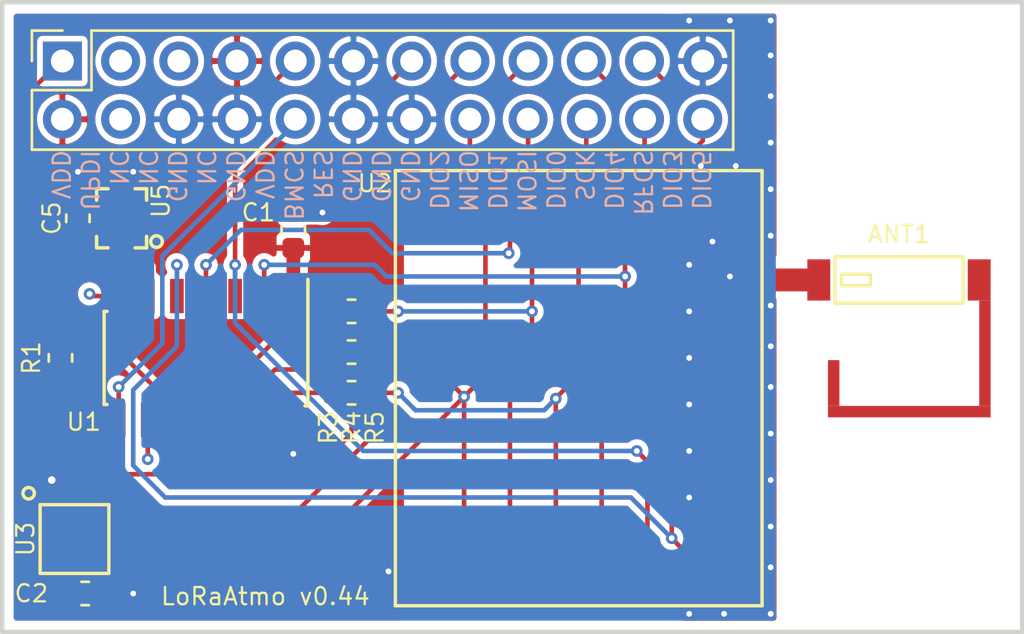
<source format=kicad_pcb>
(kicad_pcb (version 20171130) (host pcbnew "(5.0.2)-1")

  (general
    (thickness 1.6)
    (drawings 28)
    (tracks 227)
    (zones 0)
    (modules 13)
    (nets 27)
  )

  (page USLetter)
  (layers
    (0 F.Cu signal)
    (31 B.Cu signal)
    (35 F.Paste user hide)
    (36 B.SilkS user hide)
    (37 F.SilkS user)
    (38 B.Mask user hide)
    (39 F.Mask user hide)
    (44 Edge.Cuts user)
    (45 Margin user hide)
    (46 B.CrtYd user hide)
    (47 F.CrtYd user hide)
  )

  (setup
    (last_trace_width 0.2)
    (trace_clearance 0.1524)
    (zone_clearance 0.254)
    (zone_45_only no)
    (trace_min 0.1524)
    (segment_width 0.2)
    (edge_width 0.2)
    (via_size 0.508)
    (via_drill 0.254)
    (via_min_size 0.508)
    (via_min_drill 0.254)
    (uvia_size 0.508)
    (uvia_drill 0.254)
    (uvias_allowed no)
    (uvia_min_size 0.2)
    (uvia_min_drill 0.1)
    (pcb_text_width 0.3)
    (pcb_text_size 1.5 1.5)
    (mod_edge_width 0.15)
    (mod_text_size 0.75 0.75)
    (mod_text_width 0.1016)
    (pad_size 1 1)
    (pad_drill 0)
    (pad_to_mask_clearance 0.0508)
    (solder_mask_min_width 0.25)
    (aux_axis_origin 0 0)
    (visible_elements 7EFFBFFF)
    (pcbplotparams
      (layerselection 0x010f8_ffffffff)
      (usegerberextensions true)
      (usegerberattributes true)
      (usegerberadvancedattributes true)
      (creategerberjobfile false)
      (excludeedgelayer true)
      (linewidth 0.100000)
      (plotframeref false)
      (viasonmask true)
      (mode 1)
      (useauxorigin false)
      (hpglpennumber 1)
      (hpglpenspeed 20)
      (hpglpendiameter 15.000000)
      (psnegative false)
      (psa4output false)
      (plotreference true)
      (plotvalue true)
      (plotinvisibletext false)
      (padsonsilk false)
      (subtractmaskfromsilk true)
      (outputformat 5)
      (mirror false)
      (drillshape 2)
      (scaleselection 1)
      (outputdirectory "output"))
  )

  (net 0 "")
  (net 1 VDD)
  (net 2 GND)
  (net 3 DIO0)
  (net 4 UPDI)
  (net 5 RESET)
  (net 6 DIO5)
  (net 7 DIO4)
  (net 8 DIO3)
  (net 9 DIO2)
  (net 10 DIO1)
  (net 11 BME_CS)
  (net 12 "Net-(ANT1-Pad1)")
  (net 13 MOSI_R)
  (net 14 SCK_R)
  (net 15 MISO_R)
  (net 16 "Net-(U1-Pad7)")
  (net 17 "Net-(U1-Pad9)")
  (net 18 "Net-(J1-Pad3)")
  (net 19 "Net-(J1-Pad4)")
  (net 20 "Net-(J1-Pad5)")
  (net 21 CLK32K)
  (net 22 SCK)
  (net 23 MISO)
  (net 24 MOSI)
  (net 25 LORA_CS)
  (net 26 "Net-(U5-Pad3)")

  (net_class Default "This is the default net class."
    (clearance 0.1524)
    (trace_width 0.2)
    (via_dia 0.508)
    (via_drill 0.254)
    (uvia_dia 0.508)
    (uvia_drill 0.254)
    (add_net BME_CS)
    (add_net CLK32K)
    (add_net DIO0)
    (add_net DIO1)
    (add_net DIO2)
    (add_net DIO3)
    (add_net DIO4)
    (add_net DIO5)
    (add_net GND)
    (add_net LORA_CS)
    (add_net MISO)
    (add_net MISO_R)
    (add_net MOSI)
    (add_net MOSI_R)
    (add_net "Net-(ANT1-Pad1)")
    (add_net "Net-(J1-Pad3)")
    (add_net "Net-(J1-Pad4)")
    (add_net "Net-(J1-Pad5)")
    (add_net "Net-(U1-Pad7)")
    (add_net "Net-(U1-Pad9)")
    (add_net "Net-(U5-Pad3)")
    (add_net RESET)
    (add_net SCK)
    (add_net SCK_R)
    (add_net UPDI)
    (add_net VDD)
  )

  (module lora_node:SOIC-14_3.9x8.7mm_P1.27mm (layer F.Cu) (tedit 5CF5BD77) (tstamp 5D02581A)
    (at 119.888 97.028 270)
    (descr "14-Lead Plastic Small Outline (SL) - Narrow, 3.90 mm Body [SOIC] (see Microchip Packaging Specification 00000049BS.pdf)")
    (tags "SOIC 1.27")
    (path /5CE8C719)
    (attr smd)
    (fp_text reference U1 (at 2.794 5.334) (layer F.SilkS)
      (effects (font (size 0.75 0.75) (thickness 0.1016)))
    )
    (fp_text value ATtiny814 (at 0 5.375 270) (layer F.Fab)
      (effects (font (size 0.75 0.75) (thickness 0.1016)))
    )
    (fp_line (start -2.032 4.445) (end 2.032 4.445) (layer F.SilkS) (width 0.15))
    (fp_line (start -3.429 -4.445) (end 2.0955 -4.445) (layer F.SilkS) (width 0.15))
    (fp_line (start -2.032 4.445) (end -2.032 4.318) (layer F.SilkS) (width 0.15))
    (fp_line (start 2.032 4.445) (end 2.032 4.318) (layer F.SilkS) (width 0.15))
    (fp_line (start 2.0955 -4.445) (end 2.0955 -4.318) (layer F.SilkS) (width 0.15))
    (fp_line (start -3.7 4.65) (end 3.7 4.65) (layer F.CrtYd) (width 0.05))
    (fp_line (start -3.7 -4.65) (end 3.7 -4.65) (layer F.CrtYd) (width 0.05))
    (fp_line (start 3.7 -4.65) (end 3.7 4.65) (layer F.CrtYd) (width 0.05))
    (fp_line (start -3.7 -4.65) (end -3.7 4.65) (layer F.CrtYd) (width 0.05))
    (fp_line (start -1.95 -3.35) (end -0.95 -4.35) (layer F.Fab) (width 0.15))
    (fp_line (start -1.95 4.35) (end -1.95 -3.35) (layer F.Fab) (width 0.15))
    (fp_line (start 1.95 4.35) (end -1.95 4.35) (layer F.Fab) (width 0.15))
    (fp_line (start 1.95 -4.35) (end 1.95 4.35) (layer F.Fab) (width 0.15))
    (fp_line (start -0.95 -4.35) (end 1.95 -4.35) (layer F.Fab) (width 0.15))
    (fp_text user %R (at 0 0 270) (layer F.Fab)
      (effects (font (size 0.9 0.9) (thickness 0.135)))
    )
    (pad 14 smd rect (at 2.7 -3.81 270) (size 1.5 0.6) (layers F.Cu F.Paste F.Mask)
      (net 2 GND))
    (pad 13 smd rect (at 2.7 -2.54 270) (size 1.5 0.6) (layers F.Cu F.Paste F.Mask)
      (net 22 SCK))
    (pad 12 smd rect (at 2.7 -1.27 270) (size 1.5 0.6) (layers F.Cu F.Paste F.Mask)
      (net 23 MISO))
    (pad 11 smd rect (at 2.7 0 270) (size 1.5 0.6) (layers F.Cu F.Paste F.Mask)
      (net 24 MOSI))
    (pad 10 smd rect (at 2.7 1.27 270) (size 1.5 0.6) (layers F.Cu F.Paste F.Mask)
      (net 4 UPDI))
    (pad 9 smd rect (at 2.7 2.54 270) (size 1.5 0.6) (layers F.Cu F.Paste F.Mask)
      (net 17 "Net-(U1-Pad9)"))
    (pad 8 smd rect (at 2.7 3.81 270) (size 1.5 0.6) (layers F.Cu F.Paste F.Mask)
      (net 11 BME_CS))
    (pad 7 smd rect (at -2.7 3.81 270) (size 1.5 0.6) (layers F.Cu F.Paste F.Mask)
      (net 16 "Net-(U1-Pad7)"))
    (pad 6 smd rect (at -2.7 2.54 270) (size 1.5 0.6) (layers F.Cu F.Paste F.Mask)
      (net 21 CLK32K))
    (pad 5 smd rect (at -2.7 1.27 270) (size 1.5 0.6) (layers F.Cu F.Paste F.Mask)
      (net 6 DIO5))
    (pad 4 smd rect (at -2.7 0 270) (size 1.5 0.6) (layers F.Cu F.Paste F.Mask)
      (net 3 DIO0))
    (pad 3 smd rect (at -2.7 -1.27 270) (size 1.5 0.6) (layers F.Cu F.Paste F.Mask)
      (net 5 RESET))
    (pad 2 smd rect (at -2.7 -2.54 270) (size 1.5 0.6) (layers F.Cu F.Paste F.Mask)
      (net 25 LORA_CS))
    (pad 1 smd rect (at -2.7 -3.81 270) (size 1.5 0.6) (layers F.Cu F.Paste F.Mask)
      (net 1 VDD))
    (model ${KISYS3DMOD}/Package_SO.3dshapes/SOIC-14_3.9x8.7mm_P1.27mm.wrl
      (at (xyz 0 0 0))
      (scale (xyz 1 1 1))
      (rotate (xyz 0 0 0))
    )
  )

  (module lora_node:DSC6083MI2A (layer F.Cu) (tedit 5CF5BC41) (tstamp 5CF55620)
    (at 116.205 90.932 90)
    (path /5C8CDBBC)
    (attr smd)
    (fp_text reference U5 (at 0.762 1.7145 90) (layer F.SilkS)
      (effects (font (size 0.75 0.75) (thickness 0.1016)))
    )
    (fp_text value DSC6083 (at 0 2.794 90) (layer F.Fab)
      (effects (font (size 0.75 0.75) (thickness 0.1016)))
    )
    (fp_circle (center -1.016 1.524) (end -0.762 1.524) (layer F.SilkS) (width 0.1524))
    (fp_line (start 1.29 -1.09) (end 0.79 -1.09) (layer F.SilkS) (width 0.1524))
    (fp_line (start 1.29 -0.59) (end 1.29 -1.09) (layer F.SilkS) (width 0.1524))
    (fp_line (start 1.29 1.09) (end 1.29 0.59) (layer F.SilkS) (width 0.1524))
    (fp_line (start 0.79 1.09) (end 1.29 1.09) (layer F.SilkS) (width 0.1524))
    (fp_line (start -1.29 1.09) (end -0.79 1.09) (layer F.SilkS) (width 0.1524))
    (fp_line (start -1.29 0.59) (end -1.29 1.09) (layer F.SilkS) (width 0.1524))
    (fp_line (start -1.29 -1.09) (end -1.29 -0.59) (layer F.SilkS) (width 0.1524))
    (fp_line (start -0.79 -1.09) (end -1.29 -1.09) (layer F.SilkS) (width 0.1524))
    (fp_line (start -1 0.8) (end -1 -0.8) (layer F.CrtYd) (width 0.025))
    (fp_line (start 1 0.8) (end -1 0.8) (layer F.CrtYd) (width 0.025))
    (fp_line (start 1 -0.8) (end 1 0.8) (layer F.CrtYd) (width 0.025))
    (fp_line (start -1 -0.8) (end 1 -0.8) (layer F.CrtYd) (width 0.025))
    (pad 4 smd rect (at -0.775 -0.475 90) (size 0.5 0.7) (layers F.Cu F.Paste F.Mask)
      (net 1 VDD))
    (pad 3 smd rect (at 0.775 -0.475 90) (size 0.5 0.7) (layers F.Cu F.Paste F.Mask)
      (net 26 "Net-(U5-Pad3)"))
    (pad 2 smd rect (at 0.775 0.475 90) (size 0.5 0.7) (layers F.Cu F.Paste F.Mask)
      (net 2 GND))
    (pad 1 smd rect (at -0.775 0.475 90) (size 0.5 0.7) (layers F.Cu F.Paste F.Mask)
      (net 21 CLK32K))
  )

  (module lora_node:0915AT43A0026 (layer F.Cu) (tedit 5CF5BB60) (tstamp 5CF57B35)
    (at 150.125 93.625)
    (path /5B4B437E)
    (attr smd)
    (fp_text reference ANT1 (at 0 -2) (layer F.SilkS)
      (effects (font (size 0.75 0.75) (thickness 0.1016)))
    )
    (fp_text value 0915AT43A0026 (at 0 7.25) (layer F.Fab)
      (effects (font (size 0.75 0.75) (thickness 0.1016)))
    )
    (fp_line (start 3.5 -1) (end -3.5 -1) (layer F.CrtYd) (width 0.05))
    (fp_line (start 3.5 1) (end 3.5 -1) (layer F.CrtYd) (width 0.05))
    (fp_line (start -3.5 1) (end 3.5 1) (layer F.CrtYd) (width 0.05))
    (fp_line (start -3.5 -1) (end -3.5 1) (layer F.CrtYd) (width 0.05))
    (fp_line (start -1.25 -0.25) (end -2.5 -0.25) (layer F.SilkS) (width 0.1524))
    (fp_line (start -1.25 0.25) (end -1.25 -0.25) (layer F.SilkS) (width 0.1524))
    (fp_line (start -2.5 0.25) (end -1.25 0.25) (layer F.SilkS) (width 0.1524))
    (fp_line (start -2.5 -0.25) (end -2.5 0.25) (layer F.SilkS) (width 0.1524))
    (fp_line (start -2.794 -1.016) (end 2.794 -1.016) (layer F.SilkS) (width 0.1524))
    (fp_line (start 2.794 -1.016) (end 2.794 1.016) (layer F.SilkS) (width 0.1524))
    (fp_line (start 2.794 1.016) (end -2.794 1.016) (layer F.SilkS) (width 0.1524))
    (fp_line (start -2.794 1.016) (end -2.794 -1.016) (layer F.SilkS) (width 0.1524))
    (pad "" smd rect (at -2.85 4.5) (size 0.5 2) (layers F.Cu F.Mask))
    (pad "" smd rect (at 0.45 5.75 90) (size 0.5 7.1) (layers F.Cu F.Mask))
    (pad "" smd rect (at 3.75 3.2) (size 0.5 4.6) (layers F.Cu F.Mask))
    (pad 2 smd rect (at 3.5 0) (size 1 1.8) (layers F.Cu F.Paste F.Mask))
    (pad 1 smd rect (at -3.5 0) (size 1 1.8) (layers F.Cu F.Paste F.Mask)
      (net 12 "Net-(ANT1-Pad1)"))
  )

  (module Resistor_SMD:R_0603_1608Metric (layer F.Cu) (tedit 5B301BBD) (tstamp 5CF53C75)
    (at 126.238 96.774 180)
    (descr "Resistor SMD 0603 (1608 Metric), square (rectangular) end terminal, IPC_7351 nominal, (Body size source: http://www.tortai-tech.com/upload/download/2011102023233369053.pdf), generated with kicad-footprint-generator")
    (tags resistor)
    (path /5BCD45AD)
    (attr smd)
    (fp_text reference R5 (at -1.016 -3.302 270) (layer F.SilkS)
      (effects (font (size 0.75 0.75) (thickness 0.1016)))
    )
    (fp_text value 22 (at 0 1.43 180) (layer F.Fab)
      (effects (font (size 0.75 0.75) (thickness 0.1016)))
    )
    (fp_line (start -0.8 0.4) (end -0.8 -0.4) (layer F.Fab) (width 0.1))
    (fp_line (start -0.8 -0.4) (end 0.8 -0.4) (layer F.Fab) (width 0.1))
    (fp_line (start 0.8 -0.4) (end 0.8 0.4) (layer F.Fab) (width 0.1))
    (fp_line (start 0.8 0.4) (end -0.8 0.4) (layer F.Fab) (width 0.1))
    (fp_line (start -0.162779 -0.51) (end 0.162779 -0.51) (layer F.SilkS) (width 0.12))
    (fp_line (start -0.162779 0.51) (end 0.162779 0.51) (layer F.SilkS) (width 0.12))
    (fp_line (start -1.48 0.73) (end -1.48 -0.73) (layer F.CrtYd) (width 0.05))
    (fp_line (start -1.48 -0.73) (end 1.48 -0.73) (layer F.CrtYd) (width 0.05))
    (fp_line (start 1.48 -0.73) (end 1.48 0.73) (layer F.CrtYd) (width 0.05))
    (fp_line (start 1.48 0.73) (end -1.48 0.73) (layer F.CrtYd) (width 0.05))
    (fp_text user %R (at 0 0 180) (layer F.Fab)
      (effects (font (size 0.75 0.75) (thickness 0.1016)))
    )
    (pad 1 smd roundrect (at -0.7875 0 180) (size 0.875 0.95) (layers F.Cu F.Paste F.Mask) (roundrect_rratio 0.25)
      (net 15 MISO_R))
    (pad 2 smd roundrect (at 0.7875 0 180) (size 0.875 0.95) (layers F.Cu F.Paste F.Mask) (roundrect_rratio 0.25)
      (net 23 MISO))
    (model ${KISYS3DMOD}/Resistor_SMD.3dshapes/R_0603_1608Metric.wrl
      (at (xyz 0 0 0))
      (scale (xyz 1 1 1))
      (rotate (xyz 0 0 0))
    )
  )

  (module Resistor_SMD:R_0603_1608Metric (layer F.Cu) (tedit 5B301BBD) (tstamp 5CF53BE5)
    (at 126.238 94.996 180)
    (descr "Resistor SMD 0603 (1608 Metric), square (rectangular) end terminal, IPC_7351 nominal, (Body size source: http://www.tortai-tech.com/upload/download/2011102023233369053.pdf), generated with kicad-footprint-generator")
    (tags resistor)
    (path /5BCD4577)
    (attr smd)
    (fp_text reference R4 (at 0 -5.08 270) (layer F.SilkS)
      (effects (font (size 0.75 0.75) (thickness 0.1016)))
    )
    (fp_text value 22 (at 0 1.43 180) (layer F.Fab)
      (effects (font (size 0.75 0.75) (thickness 0.1016)))
    )
    (fp_text user %R (at 0 0 180) (layer F.Fab)
      (effects (font (size 0.75 0.75) (thickness 0.1016)))
    )
    (fp_line (start 1.48 0.73) (end -1.48 0.73) (layer F.CrtYd) (width 0.05))
    (fp_line (start 1.48 -0.73) (end 1.48 0.73) (layer F.CrtYd) (width 0.05))
    (fp_line (start -1.48 -0.73) (end 1.48 -0.73) (layer F.CrtYd) (width 0.05))
    (fp_line (start -1.48 0.73) (end -1.48 -0.73) (layer F.CrtYd) (width 0.05))
    (fp_line (start -0.162779 0.51) (end 0.162779 0.51) (layer F.SilkS) (width 0.12))
    (fp_line (start -0.162779 -0.51) (end 0.162779 -0.51) (layer F.SilkS) (width 0.12))
    (fp_line (start 0.8 0.4) (end -0.8 0.4) (layer F.Fab) (width 0.1))
    (fp_line (start 0.8 -0.4) (end 0.8 0.4) (layer F.Fab) (width 0.1))
    (fp_line (start -0.8 -0.4) (end 0.8 -0.4) (layer F.Fab) (width 0.1))
    (fp_line (start -0.8 0.4) (end -0.8 -0.4) (layer F.Fab) (width 0.1))
    (pad 2 smd roundrect (at 0.7875 0 180) (size 0.875 0.95) (layers F.Cu F.Paste F.Mask) (roundrect_rratio 0.25)
      (net 24 MOSI))
    (pad 1 smd roundrect (at -0.7875 0 180) (size 0.875 0.95) (layers F.Cu F.Paste F.Mask) (roundrect_rratio 0.25)
      (net 13 MOSI_R))
    (model ${KISYS3DMOD}/Resistor_SMD.3dshapes/R_0603_1608Metric.wrl
      (at (xyz 0 0 0))
      (scale (xyz 1 1 1))
      (rotate (xyz 0 0 0))
    )
  )

  (module Resistor_SMD:R_0603_1608Metric (layer F.Cu) (tedit 5B301BBD) (tstamp 5CF53BB5)
    (at 126.238 98.552 180)
    (descr "Resistor SMD 0603 (1608 Metric), square (rectangular) end terminal, IPC_7351 nominal, (Body size source: http://www.tortai-tech.com/upload/download/2011102023233369053.pdf), generated with kicad-footprint-generator")
    (tags resistor)
    (path /5BCD452B)
    (attr smd)
    (fp_text reference R3 (at 1.016 -1.524 270) (layer F.SilkS)
      (effects (font (size 0.75 0.75) (thickness 0.1016)))
    )
    (fp_text value 22 (at 0 1.43 180) (layer F.Fab)
      (effects (font (size 0.75 0.75) (thickness 0.1016)))
    )
    (fp_line (start -0.8 0.4) (end -0.8 -0.4) (layer F.Fab) (width 0.1))
    (fp_line (start -0.8 -0.4) (end 0.8 -0.4) (layer F.Fab) (width 0.1))
    (fp_line (start 0.8 -0.4) (end 0.8 0.4) (layer F.Fab) (width 0.1))
    (fp_line (start 0.8 0.4) (end -0.8 0.4) (layer F.Fab) (width 0.1))
    (fp_line (start -0.162779 -0.51) (end 0.162779 -0.51) (layer F.SilkS) (width 0.12))
    (fp_line (start -0.162779 0.51) (end 0.162779 0.51) (layer F.SilkS) (width 0.12))
    (fp_line (start -1.48 0.73) (end -1.48 -0.73) (layer F.CrtYd) (width 0.05))
    (fp_line (start -1.48 -0.73) (end 1.48 -0.73) (layer F.CrtYd) (width 0.05))
    (fp_line (start 1.48 -0.73) (end 1.48 0.73) (layer F.CrtYd) (width 0.05))
    (fp_line (start 1.48 0.73) (end -1.48 0.73) (layer F.CrtYd) (width 0.05))
    (fp_text user %R (at 0 0 180) (layer F.Fab)
      (effects (font (size 0.75 0.75) (thickness 0.1016)))
    )
    (pad 1 smd roundrect (at -0.7875 0 180) (size 0.875 0.95) (layers F.Cu F.Paste F.Mask) (roundrect_rratio 0.25)
      (net 14 SCK_R))
    (pad 2 smd roundrect (at 0.7875 0 180) (size 0.875 0.95) (layers F.Cu F.Paste F.Mask) (roundrect_rratio 0.25)
      (net 22 SCK))
    (model ${KISYS3DMOD}/Resistor_SMD.3dshapes/R_0603_1608Metric.wrl
      (at (xyz 0 0 0))
      (scale (xyz 1 1 1))
      (rotate (xyz 0 0 0))
    )
  )

  (module Resistor_SMD:R_0603_1608Metric (layer F.Cu) (tedit 5B301BBD) (tstamp 5CF5DD92)
    (at 113.538 97.028 90)
    (descr "Resistor SMD 0603 (1608 Metric), square (rectangular) end terminal, IPC_7351 nominal, (Body size source: http://www.tortai-tech.com/upload/download/2011102023233369053.pdf), generated with kicad-footprint-generator")
    (tags resistor)
    (path /5B5F03C3)
    (attr smd)
    (fp_text reference R1 (at 0 -1.27 90) (layer F.SilkS)
      (effects (font (size 0.75 0.75) (thickness 0.1016)))
    )
    (fp_text value 4.7k (at 0 1.43 90) (layer F.Fab)
      (effects (font (size 0.75 0.75) (thickness 0.1016)))
    )
    (fp_line (start -0.8 0.4) (end -0.8 -0.4) (layer F.Fab) (width 0.1))
    (fp_line (start -0.8 -0.4) (end 0.8 -0.4) (layer F.Fab) (width 0.1))
    (fp_line (start 0.8 -0.4) (end 0.8 0.4) (layer F.Fab) (width 0.1))
    (fp_line (start 0.8 0.4) (end -0.8 0.4) (layer F.Fab) (width 0.1))
    (fp_line (start -0.162779 -0.51) (end 0.162779 -0.51) (layer F.SilkS) (width 0.12))
    (fp_line (start -0.162779 0.51) (end 0.162779 0.51) (layer F.SilkS) (width 0.12))
    (fp_line (start -1.48 0.73) (end -1.48 -0.73) (layer F.CrtYd) (width 0.05))
    (fp_line (start -1.48 -0.73) (end 1.48 -0.73) (layer F.CrtYd) (width 0.05))
    (fp_line (start 1.48 -0.73) (end 1.48 0.73) (layer F.CrtYd) (width 0.05))
    (fp_line (start 1.48 0.73) (end -1.48 0.73) (layer F.CrtYd) (width 0.05))
    (fp_text user %R (at 0 0 90) (layer F.Fab)
      (effects (font (size 0.75 0.75) (thickness 0.1016)))
    )
    (pad 1 smd roundrect (at -0.7875 0 90) (size 0.875 0.95) (layers F.Cu F.Paste F.Mask) (roundrect_rratio 0.25)
      (net 1 VDD))
    (pad 2 smd roundrect (at 0.7875 0 90) (size 0.875 0.95) (layers F.Cu F.Paste F.Mask) (roundrect_rratio 0.25)
      (net 4 UPDI))
    (model ${KISYS3DMOD}/Resistor_SMD.3dshapes/R_0603_1608Metric.wrl
      (at (xyz 0 0 0))
      (scale (xyz 1 1 1))
      (rotate (xyz 0 0 0))
    )
  )

  (module Capacitor_SMD:C_0603_1608Metric (layer F.Cu) (tedit 5B301BBE) (tstamp 5C8E8040)
    (at 114.6175 107.315 180)
    (descr "Capacitor SMD 0603 (1608 Metric), square (rectangular) end terminal, IPC_7351 nominal, (Body size source: http://www.tortai-tech.com/upload/download/2011102023233369053.pdf), generated with kicad-footprint-generator")
    (tags capacitor)
    (path /5B2F1E2A)
    (attr smd)
    (fp_text reference C2 (at 2.3495 0 180) (layer F.SilkS)
      (effects (font (size 0.75 0.75) (thickness 0.1016)))
    )
    (fp_text value 100nF (at 0 1.43 180) (layer F.Fab)
      (effects (font (size 0.75 0.75) (thickness 0.1016)))
    )
    (fp_line (start -0.8 0.4) (end -0.8 -0.4) (layer F.Fab) (width 0.1))
    (fp_line (start -0.8 -0.4) (end 0.8 -0.4) (layer F.Fab) (width 0.1))
    (fp_line (start 0.8 -0.4) (end 0.8 0.4) (layer F.Fab) (width 0.1))
    (fp_line (start 0.8 0.4) (end -0.8 0.4) (layer F.Fab) (width 0.1))
    (fp_line (start -0.162779 -0.51) (end 0.162779 -0.51) (layer F.SilkS) (width 0.12))
    (fp_line (start -0.162779 0.51) (end 0.162779 0.51) (layer F.SilkS) (width 0.12))
    (fp_line (start -1.48 0.73) (end -1.48 -0.73) (layer F.CrtYd) (width 0.05))
    (fp_line (start -1.48 -0.73) (end 1.48 -0.73) (layer F.CrtYd) (width 0.05))
    (fp_line (start 1.48 -0.73) (end 1.48 0.73) (layer F.CrtYd) (width 0.05))
    (fp_line (start 1.48 0.73) (end -1.48 0.73) (layer F.CrtYd) (width 0.05))
    (fp_text user %R (at 0 0 180) (layer F.Fab)
      (effects (font (size 0.75 0.75) (thickness 0.1016)))
    )
    (pad 1 smd roundrect (at -0.7875 0 180) (size 0.875 0.95) (layers F.Cu F.Paste F.Mask) (roundrect_rratio 0.25)
      (net 2 GND))
    (pad 2 smd roundrect (at 0.7875 0 180) (size 0.875 0.95) (layers F.Cu F.Paste F.Mask) (roundrect_rratio 0.25)
      (net 1 VDD))
    (model ${KISYS3DMOD}/Capacitor_SMD.3dshapes/C_0603_1608Metric.wrl
      (at (xyz 0 0 0))
      (scale (xyz 1 1 1))
      (rotate (xyz 0 0 0))
    )
  )

  (module Capacitor_SMD:C_0603_1608Metric (layer F.Cu) (tedit 5B301BBE) (tstamp 5CF54AFB)
    (at 123.698 91.44 90)
    (descr "Capacitor SMD 0603 (1608 Metric), square (rectangular) end terminal, IPC_7351 nominal, (Body size source: http://www.tortai-tech.com/upload/download/2011102023233369053.pdf), generated with kicad-footprint-generator")
    (tags capacitor)
    (path /5B5EC441)
    (attr smd)
    (fp_text reference C1 (at 0.762 -1.524 180) (layer F.SilkS)
      (effects (font (size 0.75 0.75) (thickness 0.1016)))
    )
    (fp_text value 100nF (at 0 1.43 90) (layer F.Fab)
      (effects (font (size 0.75 0.75) (thickness 0.1016)))
    )
    (fp_line (start -0.8 0.4) (end -0.8 -0.4) (layer F.Fab) (width 0.1))
    (fp_line (start -0.8 -0.4) (end 0.8 -0.4) (layer F.Fab) (width 0.1))
    (fp_line (start 0.8 -0.4) (end 0.8 0.4) (layer F.Fab) (width 0.1))
    (fp_line (start 0.8 0.4) (end -0.8 0.4) (layer F.Fab) (width 0.1))
    (fp_line (start -0.16278 -0.51) (end 0.16278 -0.51) (layer F.SilkS) (width 0.12))
    (fp_line (start -0.16278 0.51) (end 0.16278 0.51) (layer F.SilkS) (width 0.12))
    (fp_line (start -1.48 0.73) (end -1.48 -0.73) (layer F.CrtYd) (width 0.05))
    (fp_line (start -1.48 -0.73) (end 1.48 -0.73) (layer F.CrtYd) (width 0.05))
    (fp_line (start 1.48 -0.73) (end 1.48 0.73) (layer F.CrtYd) (width 0.05))
    (fp_line (start 1.48 0.73) (end -1.48 0.73) (layer F.CrtYd) (width 0.05))
    (fp_text user %R (at 0 0 90) (layer F.Fab)
      (effects (font (size 0.75 0.75) (thickness 0.1016)))
    )
    (pad 1 smd roundrect (at -0.787501 0 90) (size 0.875 0.95) (layers F.Cu F.Paste F.Mask) (roundrect_rratio 0.25)
      (net 1 VDD))
    (pad 2 smd roundrect (at 0.787501 0 90) (size 0.875 0.95) (layers F.Cu F.Paste F.Mask) (roundrect_rratio 0.25)
      (net 2 GND))
    (model ${KISYS3DMOD}/Capacitor_SMD.3dshapes/C_0603_1608Metric.wrl
      (at (xyz 0 0 0))
      (scale (xyz 1 1 1))
      (rotate (xyz 0 0 0))
    )
  )

  (module Connector_PinSocket_2.54mm:PinSocket_2x12_P2.54mm_Vertical (layer F.Cu) (tedit 5C81E5A4) (tstamp 5CAAFF56)
    (at 113.622 84.066 90)
    (descr "Through hole straight socket strip, 2x12, 2.54mm pitch, double cols (from Kicad 4.0.7), script generated")
    (tags "Through hole socket strip THT 2x12 2.54mm double row")
    (path /5C75037C)
    (fp_text reference J1 (at -1.151 6.393 180) (layer F.SilkS) hide
      (effects (font (size 0.75 0.75) (thickness 0.1016)))
    )
    (fp_text value Conn_02x12_Odd_Even (at -1.27 30.71 90) (layer F.Fab)
      (effects (font (size 0.75 0.75) (thickness 0.1016)))
    )
    (fp_line (start -3.81 -1.27) (end 0.27 -1.27) (layer F.Fab) (width 0.1))
    (fp_line (start 0.27 -1.27) (end 1.27 -0.27) (layer F.Fab) (width 0.1))
    (fp_line (start 1.27 -0.27) (end 1.27 29.21) (layer F.Fab) (width 0.1))
    (fp_line (start 1.27 29.21) (end -3.81 29.21) (layer F.Fab) (width 0.1))
    (fp_line (start -3.81 29.21) (end -3.81 -1.27) (layer F.Fab) (width 0.1))
    (fp_line (start -3.87 -1.33) (end -1.27 -1.33) (layer F.SilkS) (width 0.12))
    (fp_line (start -3.87 -1.33) (end -3.87 29.27) (layer F.SilkS) (width 0.12))
    (fp_line (start -3.87 29.27) (end 1.33 29.27) (layer F.SilkS) (width 0.12))
    (fp_line (start 1.33 1.27) (end 1.33 29.27) (layer F.SilkS) (width 0.12))
    (fp_line (start -1.27 1.27) (end 1.33 1.27) (layer F.SilkS) (width 0.12))
    (fp_line (start -1.27 -1.33) (end -1.27 1.27) (layer F.SilkS) (width 0.12))
    (fp_line (start 1.33 -1.33) (end 1.33 0) (layer F.SilkS) (width 0.12))
    (fp_line (start 0 -1.33) (end 1.33 -1.33) (layer F.SilkS) (width 0.12))
    (fp_line (start -4.34 -1.8) (end 1.76 -1.8) (layer F.CrtYd) (width 0.05))
    (fp_line (start 1.76 -1.8) (end 1.76 29.7) (layer F.CrtYd) (width 0.05))
    (fp_line (start 1.76 29.7) (end -4.34 29.7) (layer F.CrtYd) (width 0.05))
    (fp_line (start -4.34 29.7) (end -4.34 -1.8) (layer F.CrtYd) (width 0.05))
    (fp_text user %R (at -1.27 13.97 180) (layer F.Fab)
      (effects (font (size 0.75 0.75) (thickness 0.1016)))
    )
    (pad 1 thru_hole rect (at 0 0 90) (size 1.7 1.7) (drill 1) (layers *.Cu *.Mask)
      (net 4 UPDI))
    (pad 2 thru_hole oval (at -2.54 0 90) (size 1.7 1.7) (drill 1) (layers *.Cu *.Mask)
      (net 1 VDD))
    (pad 3 thru_hole oval (at 0 2.54 90) (size 1.7 1.7) (drill 1) (layers *.Cu *.Mask)
      (net 18 "Net-(J1-Pad3)"))
    (pad 4 thru_hole oval (at -2.54 2.54 90) (size 1.7 1.7) (drill 1) (layers *.Cu *.Mask)
      (net 19 "Net-(J1-Pad4)"))
    (pad 5 thru_hole oval (at 0 5.08 90) (size 1.7 1.7) (drill 1) (layers *.Cu *.Mask)
      (net 20 "Net-(J1-Pad5)"))
    (pad 6 thru_hole oval (at -2.54 5.08 90) (size 1.7 1.7) (drill 1) (layers *.Cu *.Mask)
      (net 2 GND))
    (pad 7 thru_hole oval (at 0 7.62 90) (size 1.7 1.7) (drill 1) (layers *.Cu *.Mask)
      (net 1 VDD))
    (pad 8 thru_hole oval (at -2.54 7.62 90) (size 1.7 1.7) (drill 1) (layers *.Cu *.Mask)
      (net 2 GND))
    (pad 9 thru_hole oval (at 0 10.16 90) (size 1.7 1.7) (drill 1) (layers *.Cu *.Mask)
      (net 5 RESET))
    (pad 10 thru_hole oval (at -2.54 10.16 90) (size 1.7 1.7) (drill 1) (layers *.Cu *.Mask)
      (net 11 BME_CS))
    (pad 11 thru_hole oval (at 0 12.7 90) (size 1.7 1.7) (drill 1) (layers *.Cu *.Mask)
      (net 2 GND))
    (pad 12 thru_hole oval (at -2.54 12.7 90) (size 1.7 1.7) (drill 1) (layers *.Cu *.Mask)
      (net 2 GND))
    (pad 13 thru_hole oval (at 0 15.24 90) (size 1.7 1.7) (drill 1) (layers *.Cu *.Mask)
      (net 9 DIO2))
    (pad 14 thru_hole oval (at -2.54 15.24 90) (size 1.7 1.7) (drill 1) (layers *.Cu *.Mask)
      (net 2 GND))
    (pad 15 thru_hole oval (at 0 17.78 90) (size 1.7 1.7) (drill 1) (layers *.Cu *.Mask)
      (net 10 DIO1))
    (pad 16 thru_hole oval (at -2.54 17.78 90) (size 1.7 1.7) (drill 1) (layers *.Cu *.Mask)
      (net 15 MISO_R))
    (pad 17 thru_hole oval (at 0 20.32 90) (size 1.7 1.7) (drill 1) (layers *.Cu *.Mask)
      (net 3 DIO0))
    (pad 18 thru_hole oval (at -2.54 20.32 90) (size 1.7 1.7) (drill 1) (layers *.Cu *.Mask)
      (net 13 MOSI_R))
    (pad 19 thru_hole oval (at 0 22.86 90) (size 1.7 1.7) (drill 1) (layers *.Cu *.Mask)
      (net 7 DIO4))
    (pad 20 thru_hole oval (at -2.54 22.86 90) (size 1.7 1.7) (drill 1) (layers *.Cu *.Mask)
      (net 14 SCK_R))
    (pad 21 thru_hole oval (at 0 25.4 90) (size 1.7 1.7) (drill 1) (layers *.Cu *.Mask)
      (net 8 DIO3))
    (pad 22 thru_hole oval (at -2.54 25.4 90) (size 1.7 1.7) (drill 1) (layers *.Cu *.Mask)
      (net 25 LORA_CS))
    (pad 23 thru_hole oval (at 0 27.94 90) (size 1.7 1.7) (drill 1) (layers *.Cu *.Mask)
      (net 2 GND))
    (pad 24 thru_hole oval (at -2.54 27.94 90) (size 1.7 1.7) (drill 1) (layers *.Cu *.Mask)
      (net 6 DIO5))
    (model ${KISYS3DMOD}/Connector_PinSocket_2.54mm.3dshapes/PinSocket_2x12_P2.54mm_Vertical.wrl
      (at (xyz 0 0 0))
      (scale (xyz 1 1 1))
      (rotate (xyz 0 0 0))
    )
  )

  (module lora_node:BME280 (layer F.Cu) (tedit 5B2F0E9C) (tstamp 5C895F63)
    (at 114.15 104.938 90)
    (path /5B2F1874)
    (fp_text reference U3 (at 0 -2.136 90) (layer F.SilkS)
      (effects (font (size 0.75 0.75) (thickness 0.1016)))
    )
    (fp_text value BME280 (at 0 3 90) (layer F.Fab)
      (effects (font (size 0.75 0.75) (thickness 0.1016)))
    )
    (fp_line (start -1.5 -1.5) (end 1.5 -1.5) (layer F.SilkS) (width 0.15))
    (fp_line (start 1.5 -1.5) (end 1.5 1.5) (layer F.SilkS) (width 0.15))
    (fp_line (start 1.5 1.5) (end -1.5 1.5) (layer F.SilkS) (width 0.15))
    (fp_line (start -1.5 1.5) (end -1.5 -1.5) (layer F.SilkS) (width 0.15))
    (fp_circle (center 2 -2) (end 2 -1.75) (layer F.SilkS) (width 0.15))
    (pad 1 smd rect (at 1.025 -0.975 90) (size 0.5 0.35) (layers F.Cu F.Paste F.Mask)
      (net 2 GND))
    (pad 2 smd rect (at 1.025 -0.325 90) (size 0.5 0.35) (layers F.Cu F.Paste F.Mask)
      (net 11 BME_CS))
    (pad 3 smd rect (at 1.025 0.325 90) (size 0.5 0.35) (layers F.Cu F.Paste F.Mask)
      (net 13 MOSI_R))
    (pad 4 smd rect (at 1.025 0.975 90) (size 0.5 0.35) (layers F.Cu F.Paste F.Mask)
      (net 14 SCK_R))
    (pad 5 smd rect (at -1.025 0.975 90) (size 0.5 0.35) (layers F.Cu F.Paste F.Mask)
      (net 15 MISO_R))
    (pad 6 smd rect (at -1.025 0.325 90) (size 0.5 0.35) (layers F.Cu F.Paste F.Mask)
      (net 1 VDD))
    (pad 7 smd rect (at -1.025 -0.325 90) (size 0.5 0.35) (layers F.Cu F.Paste F.Mask)
      (net 2 GND))
    (pad 8 smd rect (at -1.025 -0.975 90) (size 0.5 0.35) (layers F.Cu F.Paste F.Mask)
      (net 1 VDD))
  )

  (module lora_node:RFM95W locked (layer F.Cu) (tedit 58C0EDBF) (tstamp 5BD51045)
    (at 136.15 98.35)
    (path /5B2F177E)
    (fp_text reference U2 (at -8.896 -8.942 180) (layer F.SilkS)
      (effects (font (size 0.75 0.75) (thickness 0.1016)))
    )
    (fp_text value RFM95W-915S2 (at 0 0) (layer F.Fab)
      (effects (font (size 0.75 0.75) (thickness 0.1016)))
    )
    (fp_line (start -7 -9.5) (end -8 -9.5) (layer F.SilkS) (width 0.15))
    (fp_line (start -8 -9.5) (end -8 -8.5) (layer F.SilkS) (width 0.15))
    (fp_line (start -8 -8.5) (end -8 9.5) (layer F.SilkS) (width 0.15))
    (fp_line (start -8 9.5) (end 8 9.5) (layer F.SilkS) (width 0.15))
    (fp_line (start 8 9.5) (end 8 -9.5) (layer F.SilkS) (width 0.15))
    (fp_line (start 8 -9.5) (end -7 -9.5) (layer F.SilkS) (width 0.15))
    (pad 16 smd rect (at -7 -8) (size 1 2) (layers F.Cu F.Paste F.Mask)
      (net 9 DIO2))
    (pad 1 smd rect (at -7 8) (size 1 2) (layers F.Cu F.Paste F.Mask)
      (net 2 GND))
    (pad 15 smd rect (at -5 -8) (size 1 2) (layers F.Cu F.Paste F.Mask)
      (net 10 DIO1))
    (pad 2 smd rect (at -5 8) (size 1 2) (layers F.Cu F.Paste F.Mask)
      (net 15 MISO_R))
    (pad 14 smd rect (at -3 -8) (size 1 2) (layers F.Cu F.Paste F.Mask)
      (net 3 DIO0))
    (pad 3 smd rect (at -3 8) (size 1 2) (layers F.Cu F.Paste F.Mask)
      (net 13 MOSI_R))
    (pad 13 smd rect (at -1 -8) (size 1 2) (layers F.Cu F.Paste F.Mask)
      (net 1 VDD))
    (pad 4 smd rect (at -1 8) (size 1 2) (layers F.Cu F.Paste F.Mask)
      (net 14 SCK_R))
    (pad 12 smd rect (at 1 -8) (size 1 2) (layers F.Cu F.Paste F.Mask)
      (net 7 DIO4))
    (pad 5 smd rect (at 1 8) (size 1 2) (layers F.Cu F.Paste F.Mask)
      (net 25 LORA_CS))
    (pad 11 smd rect (at 3 -8) (size 1 2) (layers F.Cu F.Paste F.Mask)
      (net 8 DIO3))
    (pad 6 smd rect (at 3 8) (size 1 2) (layers F.Cu F.Paste F.Mask)
      (net 5 RESET))
    (pad 10 smd rect (at 5 -8) (size 1 2) (layers F.Cu F.Paste F.Mask)
      (net 2 GND))
    (pad 7 smd rect (at 5 8) (size 1 2) (layers F.Cu F.Paste F.Mask)
      (net 6 DIO5))
    (pad 9 smd rect (at 7 -8) (size 1 2) (layers F.Cu F.Paste F.Mask)
      (net 12 "Net-(ANT1-Pad1)"))
    (pad 8 smd rect (at 7 8) (size 1 2) (layers F.Cu F.Paste F.Mask)
      (net 2 GND))
  )

  (module Capacitor_SMD:C_0603_1608Metric (layer F.Cu) (tedit 5B301BBE) (tstamp 5CF555EC)
    (at 114.3 90.932 90)
    (descr "Capacitor SMD 0603 (1608 Metric), square (rectangular) end terminal, IPC_7351 nominal, (Body size source: http://www.tortai-tech.com/upload/download/2011102023233369053.pdf), generated with kicad-footprint-generator")
    (tags capacitor)
    (path /5C8D59A5)
    (attr smd)
    (fp_text reference C5 (at 0 -1.143 270) (layer F.SilkS)
      (effects (font (size 0.75 0.75) (thickness 0.1016)))
    )
    (fp_text value 100nF (at 0 1.43 90) (layer F.Fab)
      (effects (font (size 0.75 0.75) (thickness 0.1016)))
    )
    (fp_line (start -0.8 0.4) (end -0.8 -0.4) (layer F.Fab) (width 0.1))
    (fp_line (start -0.8 -0.4) (end 0.8 -0.4) (layer F.Fab) (width 0.1))
    (fp_line (start 0.8 -0.4) (end 0.8 0.4) (layer F.Fab) (width 0.1))
    (fp_line (start 0.8 0.4) (end -0.8 0.4) (layer F.Fab) (width 0.1))
    (fp_line (start -0.16278 -0.51) (end 0.16278 -0.51) (layer F.SilkS) (width 0.12))
    (fp_line (start -0.16278 0.51) (end 0.16278 0.51) (layer F.SilkS) (width 0.12))
    (fp_line (start -1.48 0.73) (end -1.48 -0.73) (layer F.CrtYd) (width 0.05))
    (fp_line (start -1.48 -0.73) (end 1.48 -0.73) (layer F.CrtYd) (width 0.05))
    (fp_line (start 1.48 -0.73) (end 1.48 0.73) (layer F.CrtYd) (width 0.05))
    (fp_line (start 1.48 0.73) (end -1.48 0.73) (layer F.CrtYd) (width 0.05))
    (fp_text user %R (at 0 0 90) (layer F.Fab)
      (effects (font (size 0.75 0.75) (thickness 0.1016)))
    )
    (pad 1 smd roundrect (at -0.787501 0 90) (size 0.875 0.95) (layers F.Cu F.Paste F.Mask) (roundrect_rratio 0.25)
      (net 1 VDD))
    (pad 2 smd roundrect (at 0.787501 0 90) (size 0.875 0.95) (layers F.Cu F.Paste F.Mask) (roundrect_rratio 0.25)
      (net 2 GND))
    (model ${KISYS3DMOD}/Capacitor_SMD.3dshapes/C_0603_1608Metric.wrl
      (at (xyz 0 0 0))
      (scale (xyz 1 1 1))
      (rotate (xyz 0 0 0))
    )
  )

  (gr_text GND (at 121.158 87.884 270) (layer B.SilkS) (tstamp 5CF5FCAB)
    (effects (font (size 0.75 0.75) (thickness 0.1016)) (justify right mirror))
  )
  (gr_text BMCS (at 123.698 87.884 270) (layer B.SilkS) (tstamp 5CF5FCA4)
    (effects (font (size 0.75 0.75) (thickness 0.1016)) (justify right mirror))
  )
  (gr_text RES (at 124.968 87.884 270) (layer B.SilkS) (tstamp 5CF5FCA0)
    (effects (font (size 0.75 0.75) (thickness 0.1016)) (justify right mirror))
  )
  (gr_text GND (at 126.238 87.884 270) (layer B.SilkS) (tstamp 5CF5FC9E)
    (effects (font (size 0.75 0.75) (thickness 0.1016)) (justify right mirror))
  )
  (gr_text GND (at 127.508 87.884 270) (layer B.SilkS) (tstamp 5CF5FC9C)
    (effects (font (size 0.75 0.75) (thickness 0.1016)) (justify right mirror))
  )
  (gr_text GND (at 128.778 87.884 270) (layer B.SilkS) (tstamp 5CF5FC9A)
    (effects (font (size 0.75 0.75) (thickness 0.1016)) (justify right mirror))
  )
  (gr_text GND (at 118.618 87.884 270) (layer B.SilkS) (tstamp 5CD8CDBC)
    (effects (font (size 0.75 0.75) (thickness 0.1016)) (justify right mirror))
  )
  (gr_text DIO3 (at 140.208 87.884 270) (layer B.SilkS) (tstamp 5CD8CF49)
    (effects (font (size 0.75 0.75) (thickness 0.1016)) (justify right mirror))
  )
  (gr_text DIO4 (at 137.668 87.884 270) (layer B.SilkS) (tstamp 5CD8CF40)
    (effects (font (size 0.75 0.75) (thickness 0.1016)) (justify right mirror))
  )
  (gr_text DIO0 (at 135.128 87.884 270) (layer B.SilkS) (tstamp 5CD8CF46)
    (effects (font (size 0.75 0.75) (thickness 0.1016)) (justify right mirror))
  )
  (gr_text DIO1 (at 132.588 87.884 270) (layer B.SilkS) (tstamp 5CD8CF43)
    (effects (font (size 0.75 0.75) (thickness 0.1016)) (justify right mirror))
  )
  (gr_text NC (at 119.888 87.884 270) (layer B.SilkS) (tstamp 5CD8CE3E)
    (effects (font (size 0.75 0.75) (thickness 0.1016)) (justify right mirror))
  )
  (gr_text NC (at 116.078 87.884 270) (layer B.SilkS) (tstamp 5CD8CE0E)
    (effects (font (size 0.75 0.75) (thickness 0.1016)) (justify right mirror))
  )
  (gr_text NC (at 117.348 87.884 270) (layer B.SilkS) (tstamp 5CD8CDD1)
    (effects (font (size 0.75 0.75) (thickness 0.1016)) (justify right mirror))
  )
  (gr_text DIO5 (at 141.478 87.884 270) (layer B.SilkS) (tstamp 5CD8CF4F)
    (effects (font (size 0.75 0.75) (thickness 0.1016)) (justify right mirror))
  )
  (gr_text RFCS (at 138.938 87.884 270) (layer B.SilkS) (tstamp 5CD8CF58)
    (effects (font (size 0.75 0.75) (thickness 0.1016)) (justify right mirror))
  )
  (gr_text SCK (at 136.398 87.884 270) (layer B.SilkS) (tstamp 5CD8CF55)
    (effects (font (size 0.75 0.75) (thickness 0.1016)) (justify right mirror))
  )
  (gr_text DIO2 (at 130.048 87.884 270) (layer B.SilkS) (tstamp 5CD8CF5B)
    (effects (font (size 0.75 0.75) (thickness 0.1016)) (justify right mirror))
  )
  (gr_text MOSI (at 133.858 87.884 270) (layer B.SilkS) (tstamp 5CD8CF4C)
    (effects (font (size 0.75 0.75) (thickness 0.1016)) (justify right mirror))
  )
  (gr_text MISO (at 131.318 87.884 270) (layer B.SilkS) (tstamp 5CD8CF52)
    (effects (font (size 0.75 0.75) (thickness 0.1016)) (justify right mirror))
  )
  (gr_text VDD (at 122.428 87.884 270) (layer B.SilkS) (tstamp 5CF5FC44)
    (effects (font (size 0.75 0.75) (thickness 0.1016)) (justify right mirror))
  )
  (gr_text VDD (at 113.538 87.884 270) (layer B.SilkS) (tstamp 5CD8CE23)
    (effects (font (size 0.75 0.75) (thickness 0.1016)) (justify right mirror))
  )
  (gr_text UPDI (at 114.808 87.884 270) (layer B.SilkS) (tstamp 5CF5FBE7)
    (effects (font (size 0.75 0.75) (thickness 0.1016)) (justify right mirror))
  )
  (gr_text "LoRaAtmo v0.44" (at 117.856 107.442) (layer F.SilkS) (tstamp 5C84DB06)
    (effects (font (size 0.75 0.75) (thickness 0.1016)) (justify left))
  )
  (gr_line (start 155.5 109) (end 111 109) (layer Edge.Cuts) (width 0.2))
  (gr_line (start 155.5 81.5) (end 111 81.5) (layer Edge.Cuts) (width 0.2))
  (gr_line (start 111 109) (end 111 81.5) (layer Edge.Cuts) (width 0.2) (tstamp 5C5789F9))
  (gr_line (start 155.5 81.5) (end 155.5 109) (layer Edge.Cuts) (width 0.2))

  (segment (start 114.475 106.67) (end 113.83 107.315) (width 0.2) (layer F.Cu) (net 1) (status 20))
  (segment (start 114.475 105.963) (end 114.475 106.67) (width 0.2) (layer F.Cu) (net 1) (status 10))
  (segment (start 113.175 106.66) (end 113.83 107.315) (width 0.2) (layer F.Cu) (net 1) (status 20))
  (segment (start 113.175 105.963) (end 113.175 106.66) (width 0.2) (layer F.Cu) (net 1) (status 10))
  (segment (start 123.698 94.328) (end 123.698 92.227501) (width 0.6) (layer F.Cu) (net 1))
  (segment (start 135.15 90.35) (end 135.15 88.414) (width 1) (layer F.Cu) (net 1))
  (segment (start 114.3 91.719501) (end 115.717499 91.719501) (width 0.2) (layer F.Cu) (net 1))
  (segment (start 129.15 106.35) (end 127.85 106.35) (width 0.5) (layer F.Cu) (net 2) (status 10))
  (segment (start 127.85 106.35) (end 127.84996 106.35) (width 0.2) (layer F.Cu) (net 2))
  (segment (start 113.175 104.666) (end 113.175 103.913) (width 0.2) (layer F.Cu) (net 2) (status 20))
  (segment (start 113.825 105.963) (end 113.825 105.316) (width 0.2) (layer F.Cu) (net 2) (status 10))
  (segment (start 113.825 105.316) (end 113.175 104.666) (width 0.2) (layer F.Cu) (net 2))
  (via (at 144.526 108.204) (size 0.508) (drill 0.254) (layers F.Cu B.Cu) (net 2))
  (via (at 142.494 108.204) (size 0.508) (drill 0.254) (layers F.Cu B.Cu) (net 2))
  (via (at 142.748 82.296) (size 0.508) (drill 0.254) (layers F.Cu B.Cu) (net 2))
  (via (at 144.526 82.296) (size 0.508) (drill 0.254) (layers F.Cu B.Cu) (net 2))
  (via (at 144.526 94.742) (size 0.508) (drill 0.254) (layers F.Cu B.Cu) (net 2))
  (via (at 142.748 93.472) (size 0.508) (drill 0.254) (layers F.Cu B.Cu) (net 2))
  (via (at 143.002 88.646) (size 0.508) (drill 0.254) (layers F.Cu B.Cu) (net 2))
  (via (at 141.478 88.646) (size 0.508) (drill 0.254) (layers F.Cu B.Cu) (net 2))
  (via (at 141.986 91.948) (size 0.508) (drill 0.254) (layers F.Cu B.Cu) (net 2))
  (via (at 140.97 92.964) (size 0.508) (drill 0.254) (layers F.Cu B.Cu) (net 2))
  (via (at 140.97 94.996) (size 0.508) (drill 0.254) (layers F.Cu B.Cu) (net 2))
  (via (at 140.97 97.028) (size 0.508) (drill 0.254) (layers F.Cu B.Cu) (net 2))
  (via (at 140.97 99.06) (size 0.508) (drill 0.254) (layers F.Cu B.Cu) (net 2))
  (via (at 140.97 101.092) (size 0.508) (drill 0.254) (layers F.Cu B.Cu) (net 2))
  (via (at 140.97 103.124) (size 0.508) (drill 0.254) (layers F.Cu B.Cu) (net 2))
  (via (at 116.713 107.315) (size 0.508) (drill 0.254) (layers F.Cu B.Cu) (net 2))
  (segment (start 115.405 107.315) (end 116.713 107.315) (width 0.2) (layer F.Cu) (net 2))
  (via (at 113.157 102.362) (size 0.6858) (drill 0.3302) (layers F.Cu B.Cu) (net 2))
  (segment (start 113.175 103.913) (end 113.175 102.38) (width 0.2) (layer F.Cu) (net 2))
  (segment (start 113.175 102.38) (end 113.157 102.362) (width 0.2) (layer F.Cu) (net 2))
  (via (at 124.968 90.678) (size 0.508) (drill 0.254) (layers F.Cu B.Cu) (net 2))
  (segment (start 123.698 90.652499) (end 124.942499 90.652499) (width 0.6) (layer F.Cu) (net 2))
  (segment (start 124.942499 90.652499) (end 124.968 90.678) (width 0.6) (layer F.Cu) (net 2))
  (via (at 123.698 101.219) (size 0.508) (drill 0.254) (layers F.Cu B.Cu) (net 2))
  (segment (start 123.698 99.728) (end 123.698 101.219) (width 0.6) (layer F.Cu) (net 2))
  (via (at 144.526 96.52) (size 0.508) (drill 0.254) (layers F.Cu B.Cu) (net 2))
  (via (at 144.526 98.298) (size 0.508) (drill 0.254) (layers F.Cu B.Cu) (net 2))
  (via (at 144.526 100.33) (size 0.508) (drill 0.254) (layers F.Cu B.Cu) (net 2))
  (via (at 144.526 102.362) (size 0.508) (drill 0.254) (layers F.Cu B.Cu) (net 2))
  (via (at 144.526 104.394) (size 0.508) (drill 0.254) (layers F.Cu B.Cu) (net 2))
  (via (at 144.526 106.172) (size 0.508) (drill 0.254) (layers F.Cu B.Cu) (net 2))
  (via (at 140.97 108.204) (size 0.508) (drill 0.254) (layers F.Cu B.Cu) (net 2))
  (via (at 140.97 82.296) (size 0.508) (drill 0.254) (layers F.Cu B.Cu) (net 2))
  (via (at 144.526 83.82) (size 0.508) (drill 0.254) (layers F.Cu B.Cu) (net 2))
  (via (at 144.526 85.598) (size 0.508) (drill 0.254) (layers F.Cu B.Cu) (net 2))
  (via (at 144.526 87.63) (size 0.508) (drill 0.254) (layers F.Cu B.Cu) (net 2))
  (via (at 144.526 91.694) (size 0.508) (drill 0.254) (layers F.Cu B.Cu) (net 2))
  (via (at 144.526 89.662) (size 0.508) (drill 0.254) (layers F.Cu B.Cu) (net 2))
  (segment (start 127.85 106.35) (end 127.85 106.35) (width 0.5) (layer F.Cu) (net 2) (tstamp 5CF5AAE6) (status 10))
  (via (at 127.85 106.35) (size 0.508) (drill 0.254) (layers F.Cu B.Cu) (net 2))
  (via (at 116.713 88.9) (size 0.508) (drill 0.254) (layers F.Cu B.Cu) (net 2))
  (segment (start 116.68 90.157) (end 116.68 89.06) (width 0.2) (layer F.Cu) (net 2))
  (via (at 114.3 88.900007) (size 0.508) (drill 0.254) (layers F.Cu B.Cu) (net 2))
  (segment (start 114.3 90.144499) (end 114.3 88.900007) (width 0.2) (layer F.Cu) (net 2))
  (segment (start 133.092001 84.915999) (end 133.942 84.066) (width 0.2) (layer F.Cu) (net 3))
  (segment (start 132.715 85.293) (end 133.092001 84.915999) (width 0.2) (layer F.Cu) (net 3))
  (segment (start 132.715 88.519) (end 132.715 85.293) (width 0.2) (layer F.Cu) (net 3))
  (segment (start 133.15 90.35) (end 133.15 88.954) (width 0.2) (layer F.Cu) (net 3))
  (segment (start 133.15 88.954) (end 132.715 88.519) (width 0.2) (layer F.Cu) (net 3))
  (via (at 133.096 92.456) (size 0.508) (drill 0.254) (layers F.Cu B.Cu) (net 3))
  (segment (start 133.15 90.35) (end 133.15 92.402) (width 0.2) (layer F.Cu) (net 3))
  (segment (start 133.15 92.402) (end 133.096 92.456) (width 0.2) (layer F.Cu) (net 3))
  (via (at 119.888 92.964) (size 0.508) (drill 0.254) (layers F.Cu B.Cu) (net 3))
  (segment (start 119.888 94.328) (end 119.888 92.964) (width 0.2) (layer F.Cu) (net 3))
  (segment (start 120.141999 92.710001) (end 119.888 92.964) (width 0.2) (layer B.Cu) (net 3))
  (segment (start 121.412 91.44) (end 120.141999 92.710001) (width 0.2) (layer B.Cu) (net 3))
  (segment (start 127 91.44) (end 121.412 91.44) (width 0.2) (layer B.Cu) (net 3))
  (segment (start 133.096 92.456) (end 128.016 92.456) (width 0.2) (layer B.Cu) (net 3))
  (segment (start 128.016 92.456) (end 127 91.44) (width 0.2) (layer B.Cu) (net 3))
  (segment (start 113.5635 96.266) (end 113.538 96.2915) (width 0.2) (layer F.Cu) (net 4))
  (segment (start 115.606 96.266) (end 113.5635 96.266) (width 0.2) (layer F.Cu) (net 4))
  (segment (start 118.618 99.728) (end 118.618 99.278) (width 0.2) (layer F.Cu) (net 4))
  (segment (start 118.618 99.278) (end 115.606 96.266) (width 0.2) (layer F.Cu) (net 4))
  (segment (start 113.546 84.066) (end 113.622 84.066) (width 0.2) (layer F.Cu) (net 4))
  (segment (start 112.268 85.344) (end 113.546 84.066) (width 0.2) (layer F.Cu) (net 4))
  (segment (start 113.538 96.2915) (end 112.268 95.0215) (width 0.2) (layer F.Cu) (net 4))
  (segment (start 112.268 95.0215) (end 112.268 85.344) (width 0.2) (layer F.Cu) (net 4))
  (segment (start 121.158 94.328) (end 121.158 92.964) (width 0.2) (layer F.Cu) (net 5))
  (segment (start 121.158 88.646) (end 122.555 87.249) (width 0.2) (layer F.Cu) (net 5))
  (segment (start 122.555 87.249) (end 122.555 85.293) (width 0.2) (layer F.Cu) (net 5))
  (segment (start 122.555 85.293) (end 122.932001 84.915999) (width 0.2) (layer F.Cu) (net 5))
  (segment (start 122.932001 84.915999) (end 123.782 84.066) (width 0.2) (layer F.Cu) (net 5))
  (segment (start 121.158 92.964) (end 121.158 88.646) (width 0.2) (layer F.Cu) (net 5) (tstamp 5CF36AE9))
  (via (at 121.158 92.964) (size 0.508) (drill 0.254) (layers F.Cu B.Cu) (net 5))
  (segment (start 139.15 101.558) (end 138.937999 101.345999) (width 0.2) (layer F.Cu) (net 5))
  (segment (start 139.15 106.35) (end 139.15 101.558) (width 0.2) (layer F.Cu) (net 5))
  (segment (start 138.937999 101.345999) (end 138.684 101.092) (width 0.2) (layer F.Cu) (net 5))
  (via (at 138.684 101.092) (size 0.508) (drill 0.254) (layers F.Cu B.Cu) (net 5))
  (segment (start 138.32479 101.092) (end 138.684 101.092) (width 0.2) (layer B.Cu) (net 5))
  (segment (start 126.746 101.092) (end 138.32479 101.092) (width 0.2) (layer B.Cu) (net 5))
  (segment (start 121.158 92.964) (end 121.158 95.504) (width 0.2) (layer B.Cu) (net 5))
  (segment (start 121.158 95.504) (end 126.746 101.092) (width 0.2) (layer B.Cu) (net 5))
  (segment (start 140.208 104.908) (end 140.208 104.902) (width 0.2) (layer F.Cu) (net 6))
  (segment (start 141.15 106.35) (end 141.15 105.85) (width 0.2) (layer F.Cu) (net 6))
  (segment (start 141.15 105.85) (end 140.208 104.908) (width 0.2) (layer F.Cu) (net 6))
  (via (at 140.208 104.902) (size 0.508) (drill 0.254) (layers F.Cu B.Cu) (net 6))
  (segment (start 141.562 87.546) (end 141.562 86.606) (width 0.2) (layer F.Cu) (net 6))
  (segment (start 140.208 104.902) (end 140.208 88.9) (width 0.2) (layer F.Cu) (net 6))
  (segment (start 140.208 88.9) (end 141.562 87.546) (width 0.2) (layer F.Cu) (net 6))
  (segment (start 138.43 103.124) (end 140.208 104.902) (width 0.2) (layer B.Cu) (net 6))
  (segment (start 118.11 103.124) (end 138.43 103.124) (width 0.2) (layer B.Cu) (net 6))
  (segment (start 116.713 101.727) (end 118.11 103.124) (width 0.2) (layer B.Cu) (net 6))
  (segment (start 116.713 98.425) (end 116.713 101.727) (width 0.2) (layer B.Cu) (net 6))
  (segment (start 118.618 95.758022) (end 118.618 96.52) (width 0.2) (layer B.Cu) (net 6))
  (segment (start 118.618 96.52) (end 116.713 98.425) (width 0.2) (layer B.Cu) (net 6))
  (via (at 118.618 92.964) (size 0.508) (drill 0.254) (layers F.Cu B.Cu) (net 6))
  (segment (start 118.618 94.328) (end 118.618 92.964) (width 0.2) (layer F.Cu) (net 6))
  (segment (start 118.618 95.758022) (end 118.618 92.964) (width 0.2) (layer B.Cu) (net 6))
  (segment (start 137.331999 84.915999) (end 136.482 84.066) (width 0.2) (layer F.Cu) (net 7))
  (segment (start 137.795 85.379) (end 137.331999 84.915999) (width 0.2) (layer F.Cu) (net 7))
  (segment (start 137.795 88.265) (end 137.795 85.379) (width 0.2) (layer F.Cu) (net 7))
  (segment (start 137.15 90.35) (end 137.15 88.91) (width 0.2) (layer F.Cu) (net 7))
  (segment (start 137.15 88.91) (end 137.795 88.265) (width 0.2) (layer F.Cu) (net 7))
  (segment (start 139.871999 84.915999) (end 139.022 84.066) (width 0.2) (layer F.Cu) (net 8))
  (segment (start 140.335 85.379) (end 139.871999 84.915999) (width 0.2) (layer F.Cu) (net 8))
  (segment (start 140.335 87.757) (end 140.335 85.379) (width 0.2) (layer F.Cu) (net 8))
  (segment (start 139.15 90.35) (end 139.15 88.942) (width 0.2) (layer F.Cu) (net 8))
  (segment (start 139.15 88.942) (end 140.335 87.757) (width 0.2) (layer F.Cu) (net 8))
  (segment (start 128.012001 84.915999) (end 128.862 84.066) (width 0.2) (layer F.Cu) (net 9))
  (segment (start 127.635 85.293) (end 128.012001 84.915999) (width 0.2) (layer F.Cu) (net 9))
  (segment (start 127.635 87.503) (end 127.635 85.293) (width 0.2) (layer F.Cu) (net 9))
  (segment (start 129.15 90.35) (end 129.15 89.018) (width 0.2) (layer F.Cu) (net 9))
  (segment (start 129.15 89.018) (end 127.635 87.503) (width 0.2) (layer F.Cu) (net 9))
  (segment (start 130.552001 84.915999) (end 131.402 84.066) (width 0.2) (layer F.Cu) (net 10))
  (segment (start 130.175 85.293) (end 130.552001 84.915999) (width 0.2) (layer F.Cu) (net 10))
  (segment (start 130.175 88.011) (end 130.175 85.293) (width 0.2) (layer F.Cu) (net 10))
  (segment (start 131.15 90.35) (end 131.15 88.986) (width 0.2) (layer F.Cu) (net 10))
  (segment (start 131.15 88.986) (end 130.175 88.011) (width 0.2) (layer F.Cu) (net 10))
  (segment (start 113.825 103.463) (end 113.825 103.913) (width 0.2) (layer F.Cu) (net 11))
  (segment (start 113.825 102.931) (end 113.825 103.463) (width 0.2) (layer F.Cu) (net 11))
  (segment (start 116.078 100.678) (end 113.825 102.931) (width 0.2) (layer F.Cu) (net 11))
  (segment (start 116.078 99.728) (end 116.078 100.678) (width 0.2) (layer F.Cu) (net 11))
  (via (at 116.078 98.298) (size 0.508) (drill 0.254) (layers F.Cu B.Cu) (net 11))
  (segment (start 116.078 99.728) (end 116.078 98.298) (width 0.2) (layer F.Cu) (net 11))
  (segment (start 123.782 86.784) (end 123.782 86.606) (width 0.2) (layer B.Cu) (net 11))
  (segment (start 117.983 92.583) (end 123.782 86.784) (width 0.2) (layer B.Cu) (net 11))
  (segment (start 116.078 98.298) (end 117.983 96.393) (width 0.2) (layer B.Cu) (net 11))
  (segment (start 117.983 96.393) (end 117.983 92.583) (width 0.2) (layer B.Cu) (net 11))
  (segment (start 143.15 92.275) (end 143.15 90.35) (width 1) (layer F.Cu) (net 12) (status 20))
  (segment (start 146.625 93.625) (end 144.5 93.625) (width 1) (layer F.Cu) (net 12) (status 10))
  (segment (start 144.5 93.625) (end 143.15 92.275) (width 1) (layer F.Cu) (net 12))
  (segment (start 133.942 88.73) (end 133.942 86.606) (width 0.2) (layer F.Cu) (net 13))
  (segment (start 134.112 88.9) (end 133.942 88.73) (width 0.2) (layer F.Cu) (net 13))
  (segment (start 134.112 97.79) (end 134.112 97.79) (width 0.2) (layer F.Cu) (net 13))
  (segment (start 133.15 106.35) (end 133.15 98.752) (width 0.2) (layer F.Cu) (net 13))
  (segment (start 133.15 98.752) (end 134.112 97.79) (width 0.2) (layer F.Cu) (net 13))
  (segment (start 134.112 97.79) (end 134.112 94.996) (width 0.2) (layer F.Cu) (net 13) (tstamp 5CF5BC21))
  (via (at 128.27 94.996) (size 0.508) (drill 0.254) (layers F.Cu B.Cu) (net 13))
  (segment (start 127.0255 94.996) (end 128.27 94.996) (width 0.2) (layer F.Cu) (net 13))
  (segment (start 128.27 94.996) (end 131.318 94.996) (width 0.2) (layer B.Cu) (net 13))
  (segment (start 114.475 103.463) (end 114.475 103.913) (width 0.2) (layer F.Cu) (net 13))
  (segment (start 115.83 102.108) (end 114.475 103.463) (width 0.2) (layer F.Cu) (net 13))
  (segment (start 124.46 102.108) (end 115.83 102.108) (width 0.2) (layer F.Cu) (net 13))
  (segment (start 126.238 100.33) (end 124.46 102.108) (width 0.2) (layer F.Cu) (net 13))
  (segment (start 127.0255 94.996) (end 126.238 95.7835) (width 0.2) (layer F.Cu) (net 13))
  (segment (start 126.238 95.7835) (end 126.238 100.33) (width 0.2) (layer F.Cu) (net 13))
  (segment (start 134.112 94.996) (end 134.112 88.9) (width 0.2) (layer F.Cu) (net 13) (tstamp 5CF5C086))
  (via (at 134.112 94.996) (size 0.508) (drill 0.254) (layers F.Cu B.Cu) (net 13))
  (segment (start 131.318 94.996) (end 134.112 94.996) (width 0.2) (layer B.Cu) (net 13))
  (segment (start 136.482 88.562) (end 136.482 86.606) (width 0.2) (layer F.Cu) (net 14))
  (segment (start 136.144 88.9) (end 136.482 88.562) (width 0.2) (layer F.Cu) (net 14))
  (segment (start 136.144 97.79) (end 136.144 88.9) (width 0.2) (layer F.Cu) (net 14))
  (segment (start 135.15 106.35) (end 135.15 98.806) (width 0.2) (layer F.Cu) (net 14))
  (segment (start 135.15 98.784) (end 136.144 97.79) (width 0.2) (layer F.Cu) (net 14))
  (segment (start 135.15 98.806) (end 135.15 98.784) (width 0.2) (layer F.Cu) (net 14) (tstamp 5CF5BC1F))
  (via (at 135.15 98.806) (size 0.508) (drill 0.254) (layers F.Cu B.Cu) (net 14))
  (via (at 128.27 98.552) (size 0.508) (drill 0.254) (layers F.Cu B.Cu) (net 14))
  (segment (start 127.0255 98.552) (end 128.27 98.552) (width 0.2) (layer F.Cu) (net 14))
  (segment (start 115.5 103.913) (end 115.125 103.913) (width 0.2) (layer F.Cu) (net 14))
  (segment (start 123.671 103.913) (end 115.5 103.913) (width 0.2) (layer F.Cu) (net 14))
  (segment (start 127.0255 98.552) (end 127.0255 100.5585) (width 0.2) (layer F.Cu) (net 14))
  (segment (start 127.0255 100.5585) (end 123.671 103.913) (width 0.2) (layer F.Cu) (net 14))
  (segment (start 134.642 99.314) (end 135.15 98.806) (width 0.2) (layer B.Cu) (net 14))
  (segment (start 128.27 98.552) (end 129.032 99.314) (width 0.2) (layer B.Cu) (net 14))
  (segment (start 129.032 99.314) (end 134.642 99.314) (width 0.2) (layer B.Cu) (net 14))
  (segment (start 131.402 88.476) (end 131.402 86.606) (width 0.2) (layer F.Cu) (net 15))
  (segment (start 132.08 89.154) (end 131.402 88.476) (width 0.2) (layer F.Cu) (net 15))
  (segment (start 132.08 97.79) (end 132.08 89.154) (width 0.2) (layer F.Cu) (net 15))
  (segment (start 131.15 106.35) (end 131.15 98.72) (width 0.2) (layer F.Cu) (net 15))
  (segment (start 131.15 98.72) (end 132.08 97.79) (width 0.2) (layer F.Cu) (net 15))
  (segment (start 129.204 96.774) (end 131.15 98.72) (width 0.2) (layer F.Cu) (net 15))
  (segment (start 127.0255 96.774) (end 129.204 96.774) (width 0.2) (layer F.Cu) (net 15))
  (segment (start 131.15 98.72) (end 131.15 98.72) (width 0.2) (layer F.Cu) (net 15) (tstamp 5CF5C0A5))
  (via (at 131.15 98.72) (size 0.508) (drill 0.254) (layers F.Cu B.Cu) (net 15))
  (segment (start 115.5 105.963) (end 115.125 105.963) (width 0.2) (layer F.Cu) (net 15))
  (segment (start 131.15 98.72) (end 123.907 105.963) (width 0.2) (layer F.Cu) (net 15))
  (segment (start 123.907 105.963) (end 115.5 105.963) (width 0.2) (layer F.Cu) (net 15))
  (via (at 114.808 94.234) (size 0.508) (drill 0.254) (layers F.Cu B.Cu) (net 16))
  (segment (start 116.078 94.328) (end 114.902 94.328) (width 0.2) (layer F.Cu) (net 16))
  (segment (start 114.902 94.328) (end 114.808 94.234) (width 0.2) (layer F.Cu) (net 16))
  (segment (start 117.348 101.346) (end 117.34641 101.34759) (width 0.2) (layer F.Cu) (net 17))
  (segment (start 117.34641 101.34759) (end 117.34641 101.450086) (width 0.2) (layer F.Cu) (net 17))
  (segment (start 117.348 99.728) (end 117.348 101.346) (width 0.2) (layer F.Cu) (net 17))
  (via (at 117.34641 101.450086) (size 0.508) (drill 0.254) (layers F.Cu B.Cu) (net 17))
  (segment (start 117.348 93.091) (end 117.348 94.328) (width 0.2) (layer F.Cu) (net 21))
  (segment (start 116.68 91.707) (end 116.68 92.423) (width 0.2) (layer F.Cu) (net 21))
  (segment (start 116.68 92.423) (end 117.348 93.091) (width 0.2) (layer F.Cu) (net 21))
  (segment (start 124.46 98.552) (end 125.4505 98.552) (width 0.2) (layer F.Cu) (net 22))
  (segment (start 123.19 98.552) (end 124.46 98.552) (width 0.2) (layer F.Cu) (net 22))
  (segment (start 122.428 99.728) (end 122.428 99.314) (width 0.2) (layer F.Cu) (net 22))
  (segment (start 122.428 99.314) (end 123.19 98.552) (width 0.2) (layer F.Cu) (net 22))
  (segment (start 125.4505 96.7995) (end 125.4505 96.774) (width 0.2) (layer F.Cu) (net 23))
  (segment (start 124.714 97.536) (end 125.4505 96.7995) (width 0.2) (layer F.Cu) (net 23))
  (segment (start 122.9 97.536) (end 124.714 97.536) (width 0.2) (layer F.Cu) (net 23))
  (segment (start 121.158 99.728) (end 121.158 99.278) (width 0.2) (layer F.Cu) (net 23))
  (segment (start 121.158 99.278) (end 122.9 97.536) (width 0.2) (layer F.Cu) (net 23))
  (segment (start 125.4505 95.0215) (end 125.4505 94.996) (width 0.2) (layer F.Cu) (net 24))
  (segment (start 124.46 96.012) (end 125.4505 95.0215) (width 0.2) (layer F.Cu) (net 24))
  (segment (start 123.154 96.012) (end 124.46 96.012) (width 0.2) (layer F.Cu) (net 24))
  (segment (start 119.888 99.728) (end 119.888 99.278) (width 0.2) (layer F.Cu) (net 24))
  (segment (start 119.888 99.278) (end 123.154 96.012) (width 0.2) (layer F.Cu) (net 24))
  (segment (start 139.022 88.054) (end 139.022 86.606) (width 0.2) (layer F.Cu) (net 25))
  (segment (start 138.172001 88.903999) (end 139.022 88.054) (width 0.2) (layer F.Cu) (net 25))
  (segment (start 138.172001 97.793999) (end 138.172001 97.79) (width 0.2) (layer F.Cu) (net 25))
  (segment (start 137.15 106.35) (end 137.15 98.816) (width 0.2) (layer F.Cu) (net 25))
  (segment (start 137.15 98.816) (end 138.172001 97.793999) (width 0.2) (layer F.Cu) (net 25))
  (segment (start 138.172001 97.79) (end 138.172001 88.903999) (width 0.2) (layer F.Cu) (net 25) (tstamp 5CF5CAB4))
  (segment (start 138.172001 97.79) (end 138.172001 97.79) (width 0.2) (layer F.Cu) (net 25) (tstamp 5CF5CB0B))
  (via (at 122.428 92.964) (size 0.508) (drill 0.254) (layers F.Cu B.Cu) (net 25))
  (segment (start 122.428 94.328) (end 122.428 92.964) (width 0.2) (layer F.Cu) (net 25))
  (via (at 138.176 93.471992) (size 0.508) (drill 0.254) (layers F.Cu B.Cu) (net 25))
  (segment (start 137.81679 93.471992) (end 138.176 93.471992) (width 0.2) (layer B.Cu) (net 25))
  (segment (start 127.761992 93.471992) (end 137.81679 93.471992) (width 0.2) (layer B.Cu) (net 25))
  (segment (start 122.428 92.964) (end 127.254 92.964) (width 0.2) (layer B.Cu) (net 25))
  (segment (start 127.254 92.964) (end 127.761992 93.471992) (width 0.2) (layer B.Cu) (net 25))

  (zone (net 1) (net_name VDD) (layer F.Cu) (tstamp 5CEB29BF) (hatch edge 0.508)
    (connect_pads (clearance 0.254))
    (min_thickness 0.254)
    (fill yes (arc_segments 32) (thermal_gap 0.255) (thermal_bridge_width 0.255) (smoothing fillet))
    (polygon
      (pts
        (xy 139.954 82) (xy 139.954 108.5) (xy 111.5 108.5) (xy 111.5 82)
      )
    )
    (filled_polygon
      (pts
        (xy 139.827 83.134172) (xy 139.709216 83.037509) (xy 139.495363 82.923202) (xy 139.263318 82.852812) (xy 139.082472 82.835)
        (xy 138.961528 82.835) (xy 138.780682 82.852812) (xy 138.548637 82.923202) (xy 138.334784 83.037509) (xy 138.14734 83.19134)
        (xy 137.993509 83.378784) (xy 137.879202 83.592637) (xy 137.808812 83.824682) (xy 137.785044 84.066) (xy 137.808812 84.307318)
        (xy 137.879202 84.539363) (xy 137.993509 84.753216) (xy 138.14734 84.94066) (xy 138.334784 85.094491) (xy 138.548637 85.208798)
        (xy 138.780682 85.279188) (xy 138.961528 85.297) (xy 139.082472 85.297) (xy 139.263318 85.279188) (xy 139.487075 85.211312)
        (xy 139.548586 85.272823) (xy 139.548591 85.272827) (xy 139.827 85.551237) (xy 139.827 85.674172) (xy 139.709216 85.577509)
        (xy 139.495363 85.463202) (xy 139.263318 85.392812) (xy 139.082472 85.375) (xy 138.961528 85.375) (xy 138.780682 85.392812)
        (xy 138.548637 85.463202) (xy 138.334784 85.577509) (xy 138.276 85.625752) (xy 138.276 85.402623) (xy 138.278327 85.378999)
        (xy 138.27488 85.344) (xy 138.26904 85.284708) (xy 138.241536 85.194039) (xy 138.196872 85.110478) (xy 138.136764 85.037236)
        (xy 138.118411 85.022174) (xy 137.688827 84.592591) (xy 137.688823 84.592586) (xy 137.627312 84.531075) (xy 137.695188 84.307318)
        (xy 137.718956 84.066) (xy 137.695188 83.824682) (xy 137.624798 83.592637) (xy 137.510491 83.378784) (xy 137.35666 83.19134)
        (xy 137.169216 83.037509) (xy 136.955363 82.923202) (xy 136.723318 82.852812) (xy 136.542472 82.835) (xy 136.421528 82.835)
        (xy 136.240682 82.852812) (xy 136.008637 82.923202) (xy 135.794784 83.037509) (xy 135.60734 83.19134) (xy 135.453509 83.378784)
        (xy 135.339202 83.592637) (xy 135.268812 83.824682) (xy 135.245044 84.066) (xy 135.268812 84.307318) (xy 135.339202 84.539363)
        (xy 135.453509 84.753216) (xy 135.60734 84.94066) (xy 135.794784 85.094491) (xy 136.008637 85.208798) (xy 136.240682 85.279188)
        (xy 136.421528 85.297) (xy 136.542472 85.297) (xy 136.723318 85.279188) (xy 136.947075 85.211312) (xy 137.008586 85.272823)
        (xy 137.008591 85.272827) (xy 137.314001 85.578238) (xy 137.314001 85.696331) (xy 137.169216 85.577509) (xy 136.955363 85.463202)
        (xy 136.723318 85.392812) (xy 136.542472 85.375) (xy 136.421528 85.375) (xy 136.240682 85.392812) (xy 136.008637 85.463202)
        (xy 135.794784 85.577509) (xy 135.60734 85.73134) (xy 135.453509 85.918784) (xy 135.339202 86.132637) (xy 135.268812 86.364682)
        (xy 135.245044 86.606) (xy 135.268812 86.847318) (xy 135.339202 87.079363) (xy 135.453509 87.293216) (xy 135.60734 87.48066)
        (xy 135.794784 87.634491) (xy 136.001 87.744716) (xy 136.001 88.362763) (xy 135.820589 88.543175) (xy 135.802237 88.558236)
        (xy 135.768601 88.599222) (xy 135.742129 88.631478) (xy 135.697465 88.715039) (xy 135.66996 88.805708) (xy 135.660673 88.9)
        (xy 135.663001 88.923636) (xy 135.663001 88.968) (xy 135.246 88.968) (xy 135.1505 89.0635) (xy 135.1505 90.3495)
        (xy 135.1705 90.3495) (xy 135.1705 90.3505) (xy 135.1505 90.3505) (xy 135.1505 90.3705) (xy 135.1495 90.3705)
        (xy 135.1495 90.3505) (xy 135.1295 90.3505) (xy 135.1295 90.3495) (xy 135.1495 90.3495) (xy 135.1495 89.0635)
        (xy 135.054 88.968) (xy 134.612376 88.968) (xy 134.593 88.971854) (xy 134.593 88.923623) (xy 134.595327 88.899999)
        (xy 134.593 88.876374) (xy 134.58604 88.805708) (xy 134.558536 88.715039) (xy 134.513872 88.631478) (xy 134.453764 88.558236)
        (xy 134.435406 88.54317) (xy 134.423 88.530764) (xy 134.423 87.744716) (xy 134.629216 87.634491) (xy 134.81666 87.48066)
        (xy 134.970491 87.293216) (xy 135.084798 87.079363) (xy 135.155188 86.847318) (xy 135.178956 86.606) (xy 135.155188 86.364682)
        (xy 135.084798 86.132637) (xy 134.970491 85.918784) (xy 134.81666 85.73134) (xy 134.629216 85.577509) (xy 134.415363 85.463202)
        (xy 134.183318 85.392812) (xy 134.002472 85.375) (xy 133.881528 85.375) (xy 133.700682 85.392812) (xy 133.468637 85.463202)
        (xy 133.254784 85.577509) (xy 133.196 85.625752) (xy 133.196 85.492236) (xy 133.448825 85.239412) (xy 133.448829 85.239407)
        (xy 133.476924 85.211312) (xy 133.700682 85.279188) (xy 133.881528 85.297) (xy 134.002472 85.297) (xy 134.183318 85.279188)
        (xy 134.415363 85.208798) (xy 134.629216 85.094491) (xy 134.81666 84.94066) (xy 134.970491 84.753216) (xy 135.084798 84.539363)
        (xy 135.155188 84.307318) (xy 135.178956 84.066) (xy 135.155188 83.824682) (xy 135.084798 83.592637) (xy 134.970491 83.378784)
        (xy 134.81666 83.19134) (xy 134.629216 83.037509) (xy 134.415363 82.923202) (xy 134.183318 82.852812) (xy 134.002472 82.835)
        (xy 133.881528 82.835) (xy 133.700682 82.852812) (xy 133.468637 82.923202) (xy 133.254784 83.037509) (xy 133.06734 83.19134)
        (xy 132.913509 83.378784) (xy 132.799202 83.592637) (xy 132.728812 83.824682) (xy 132.705044 84.066) (xy 132.728812 84.307318)
        (xy 132.796688 84.531076) (xy 132.768593 84.559171) (xy 132.768588 84.559175) (xy 132.391589 84.936175) (xy 132.373237 84.951236)
        (xy 132.324772 85.010291) (xy 132.313129 85.024478) (xy 132.268465 85.108039) (xy 132.24096 85.198708) (xy 132.231673 85.293)
        (xy 132.234001 85.316636) (xy 132.234001 85.696331) (xy 132.089216 85.577509) (xy 131.875363 85.463202) (xy 131.643318 85.392812)
        (xy 131.462472 85.375) (xy 131.341528 85.375) (xy 131.160682 85.392812) (xy 130.928637 85.463202) (xy 130.714784 85.577509)
        (xy 130.656 85.625752) (xy 130.656 85.492236) (xy 130.908825 85.239412) (xy 130.908829 85.239407) (xy 130.936924 85.211312)
        (xy 131.160682 85.279188) (xy 131.341528 85.297) (xy 131.462472 85.297) (xy 131.643318 85.279188) (xy 131.875363 85.208798)
        (xy 132.089216 85.094491) (xy 132.27666 84.94066) (xy 132.430491 84.753216) (xy 132.544798 84.539363) (xy 132.615188 84.307318)
        (xy 132.638956 84.066) (xy 132.615188 83.824682) (xy 132.544798 83.592637) (xy 132.430491 83.378784) (xy 132.27666 83.19134)
        (xy 132.089216 83.037509) (xy 131.875363 82.923202) (xy 131.643318 82.852812) (xy 131.462472 82.835) (xy 131.341528 82.835)
        (xy 131.160682 82.852812) (xy 130.928637 82.923202) (xy 130.714784 83.037509) (xy 130.52734 83.19134) (xy 130.373509 83.378784)
        (xy 130.259202 83.592637) (xy 130.188812 83.824682) (xy 130.165044 84.066) (xy 130.188812 84.307318) (xy 130.256688 84.531076)
        (xy 130.228593 84.559171) (xy 130.228588 84.559175) (xy 129.851589 84.936175) (xy 129.833237 84.951236) (xy 129.784772 85.010291)
        (xy 129.773129 85.024478) (xy 129.728465 85.108039) (xy 129.70096 85.198708) (xy 129.691673 85.293) (xy 129.694001 85.316636)
        (xy 129.694001 85.696331) (xy 129.549216 85.577509) (xy 129.335363 85.463202) (xy 129.103318 85.392812) (xy 128.922472 85.375)
        (xy 128.801528 85.375) (xy 128.620682 85.392812) (xy 128.388637 85.463202) (xy 128.174784 85.577509) (xy 128.116 85.625752)
        (xy 128.116 85.492236) (xy 128.368825 85.239412) (xy 128.368829 85.239407) (xy 128.396924 85.211312) (xy 128.620682 85.279188)
        (xy 128.801528 85.297) (xy 128.922472 85.297) (xy 129.103318 85.279188) (xy 129.335363 85.208798) (xy 129.549216 85.094491)
        (xy 129.73666 84.94066) (xy 129.890491 84.753216) (xy 130.004798 84.539363) (xy 130.075188 84.307318) (xy 130.098956 84.066)
        (xy 130.075188 83.824682) (xy 130.004798 83.592637) (xy 129.890491 83.378784) (xy 129.73666 83.19134) (xy 129.549216 83.037509)
        (xy 129.335363 82.923202) (xy 129.103318 82.852812) (xy 128.922472 82.835) (xy 128.801528 82.835) (xy 128.620682 82.852812)
        (xy 128.388637 82.923202) (xy 128.174784 83.037509) (xy 127.98734 83.19134) (xy 127.833509 83.378784) (xy 127.719202 83.592637)
        (xy 127.648812 83.824682) (xy 127.625044 84.066) (xy 127.648812 84.307318) (xy 127.716688 84.531076) (xy 127.688593 84.559171)
        (xy 127.688588 84.559175) (xy 127.311589 84.936175) (xy 127.293237 84.951236) (xy 127.244772 85.010291) (xy 127.233129 85.024478)
        (xy 127.188465 85.108039) (xy 127.16096 85.198708) (xy 127.151673 85.293) (xy 127.154001 85.316636) (xy 127.154001 85.696331)
        (xy 127.009216 85.577509) (xy 126.795363 85.463202) (xy 126.563318 85.392812) (xy 126.382472 85.375) (xy 126.261528 85.375)
        (xy 126.080682 85.392812) (xy 125.848637 85.463202) (xy 125.634784 85.577509) (xy 125.44734 85.73134) (xy 125.293509 85.918784)
        (xy 125.179202 86.132637) (xy 125.108812 86.364682) (xy 125.085044 86.606) (xy 125.108812 86.847318) (xy 125.179202 87.079363)
        (xy 125.293509 87.293216) (xy 125.44734 87.48066) (xy 125.634784 87.634491) (xy 125.848637 87.748798) (xy 126.080682 87.819188)
        (xy 126.261528 87.837) (xy 126.382472 87.837) (xy 126.563318 87.819188) (xy 126.795363 87.748798) (xy 127.009216 87.634491)
        (xy 127.153002 87.516489) (xy 127.154 87.526625) (xy 127.16096 87.597291) (xy 127.188464 87.68796) (xy 127.233128 87.771522)
        (xy 127.293236 87.844764) (xy 127.311594 87.85983) (xy 128.467371 89.015607) (xy 128.437304 89.031678) (xy 128.379289 89.079289)
        (xy 128.331678 89.137304) (xy 128.296299 89.203492) (xy 128.274513 89.275311) (xy 128.267157 89.35) (xy 128.267157 91.35)
        (xy 128.274513 91.424689) (xy 128.296299 91.496508) (xy 128.331678 91.562696) (xy 128.379289 91.620711) (xy 128.397 91.635246)
        (xy 128.397 94.373822) (xy 128.332542 94.361) (xy 128.207458 94.361) (xy 128.084777 94.385403) (xy 127.969215 94.433271)
        (xy 127.865211 94.502764) (xy 127.852975 94.515) (xy 127.801708 94.515) (xy 127.800049 94.50953) (xy 127.744456 94.405523)
        (xy 127.66964 94.31436) (xy 127.578477 94.239544) (xy 127.47447 94.183951) (xy 127.361615 94.149716) (xy 127.24425 94.138157)
        (xy 126.80675 94.138157) (xy 126.689385 94.149716) (xy 126.57653 94.183951) (xy 126.472523 94.239544) (xy 126.38136 94.31436)
        (xy 126.306544 94.405523) (xy 126.250951 94.50953) (xy 126.238 94.552223) (xy 126.225049 94.50953) (xy 126.169456 94.405523)
        (xy 126.09464 94.31436) (xy 126.003477 94.239544) (xy 125.89947 94.183951) (xy 125.786615 94.149716) (xy 125.66925 94.138157)
        (xy 125.23175 94.138157) (xy 125.114385 94.149716) (xy 125.00153 94.183951) (xy 124.897523 94.239544) (xy 124.80636 94.31436)
        (xy 124.731544 94.405523) (xy 124.675951 94.50953) (xy 124.641716 94.622385) (xy 124.630157 94.73975) (xy 124.630157 95.161607)
        (xy 124.46 95.331764) (xy 124.46 92.918231) (xy 124.469719 92.908512) (xy 124.511524 92.845946) (xy 124.54032 92.776427)
        (xy 124.555 92.702625) (xy 124.555 92.323501) (xy 124.4595 92.228001) (xy 123.6985 92.228001) (xy 123.6985 92.248001)
        (xy 123.6975 92.248001) (xy 123.6975 92.228001) (xy 122.9365 92.228001) (xy 122.841 92.323501) (xy 122.841 92.478975)
        (xy 122.832789 92.470764) (xy 122.728785 92.401271) (xy 122.613223 92.353403) (xy 122.490542 92.329) (xy 122.365458 92.329)
        (xy 122.242777 92.353403) (xy 122.127215 92.401271) (xy 122.023211 92.470764) (xy 121.934764 92.559211) (xy 121.865271 92.663215)
        (xy 121.817403 92.778777) (xy 121.793 92.901458) (xy 121.768597 92.778777) (xy 121.720729 92.663215) (xy 121.651236 92.559211)
        (xy 121.639 92.546975) (xy 121.639 90.433749) (xy 122.840157 90.433749) (xy 122.840157 90.871249) (xy 122.851716 90.988614)
        (xy 122.885951 91.101469) (xy 122.941544 91.205476) (xy 123.01636 91.296639) (xy 123.107523 91.371455) (xy 123.178467 91.409375)
        (xy 123.111575 91.422681) (xy 123.042055 91.451477) (xy 122.979489 91.493282) (xy 122.926281 91.54649) (xy 122.884476 91.609056)
        (xy 122.85568 91.678575) (xy 122.841 91.752377) (xy 122.841 92.131501) (xy 122.9365 92.227001) (xy 123.6975 92.227001)
        (xy 123.6975 92.207001) (xy 123.6985 92.207001) (xy 123.6985 92.227001) (xy 124.4595 92.227001) (xy 124.555 92.131501)
        (xy 124.555 91.752377) (xy 124.54032 91.678575) (xy 124.511524 91.609056) (xy 124.469719 91.54649) (xy 124.416511 91.493282)
        (xy 124.353945 91.451477) (xy 124.284425 91.422681) (xy 124.217533 91.409375) (xy 124.288477 91.371455) (xy 124.334726 91.333499)
        (xy 124.782921 91.333499) (xy 124.834502 91.349146) (xy 124.968 91.362295) (xy 125.101499 91.349146) (xy 125.229868 91.310205)
        (xy 125.348173 91.24697) (xy 125.451869 91.161869) (xy 125.53697 91.058173) (xy 125.600205 90.939868) (xy 125.639146 90.811499)
        (xy 125.652295 90.678) (xy 125.639146 90.544502) (xy 125.600205 90.416132) (xy 125.53697 90.297827) (xy 125.473194 90.220116)
        (xy 125.447703 90.194625) (xy 125.426369 90.168629) (xy 125.322673 90.083529) (xy 125.204367 90.020293) (xy 125.075998 89.981353)
        (xy 124.975952 89.971499) (xy 124.942499 89.968204) (xy 124.909046 89.971499) (xy 124.334726 89.971499) (xy 124.288477 89.933543)
        (xy 124.18447 89.87795) (xy 124.071615 89.843715) (xy 123.95425 89.832156) (xy 123.44175 89.832156) (xy 123.324385 89.843715)
        (xy 123.21153 89.87795) (xy 123.107523 89.933543) (xy 123.01636 90.008359) (xy 122.941544 90.099522) (xy 122.885951 90.203529)
        (xy 122.851716 90.316384) (xy 122.840157 90.433749) (xy 121.639 90.433749) (xy 121.639 88.845236) (xy 122.878412 87.605825)
        (xy 122.896764 87.590764) (xy 122.955015 87.519785) (xy 123.094784 87.634491) (xy 123.308637 87.748798) (xy 123.540682 87.819188)
        (xy 123.721528 87.837) (xy 123.842472 87.837) (xy 124.023318 87.819188) (xy 124.255363 87.748798) (xy 124.469216 87.634491)
        (xy 124.65666 87.48066) (xy 124.810491 87.293216) (xy 124.924798 87.079363) (xy 124.995188 86.847318) (xy 125.018956 86.606)
        (xy 124.995188 86.364682) (xy 124.924798 86.132637) (xy 124.810491 85.918784) (xy 124.65666 85.73134) (xy 124.469216 85.577509)
        (xy 124.255363 85.463202) (xy 124.023318 85.392812) (xy 123.842472 85.375) (xy 123.721528 85.375) (xy 123.540682 85.392812)
        (xy 123.308637 85.463202) (xy 123.094784 85.577509) (xy 123.036 85.625752) (xy 123.036 85.492236) (xy 123.288825 85.239412)
        (xy 123.288829 85.239407) (xy 123.316924 85.211312) (xy 123.540682 85.279188) (xy 123.721528 85.297) (xy 123.842472 85.297)
        (xy 124.023318 85.279188) (xy 124.255363 85.208798) (xy 124.469216 85.094491) (xy 124.65666 84.94066) (xy 124.810491 84.753216)
        (xy 124.924798 84.539363) (xy 124.995188 84.307318) (xy 125.018956 84.066) (xy 125.085044 84.066) (xy 125.108812 84.307318)
        (xy 125.179202 84.539363) (xy 125.293509 84.753216) (xy 125.44734 84.94066) (xy 125.634784 85.094491) (xy 125.848637 85.208798)
        (xy 126.080682 85.279188) (xy 126.261528 85.297) (xy 126.382472 85.297) (xy 126.563318 85.279188) (xy 126.795363 85.208798)
        (xy 127.009216 85.094491) (xy 127.19666 84.94066) (xy 127.350491 84.753216) (xy 127.464798 84.539363) (xy 127.535188 84.307318)
        (xy 127.558956 84.066) (xy 127.535188 83.824682) (xy 127.464798 83.592637) (xy 127.350491 83.378784) (xy 127.19666 83.19134)
        (xy 127.009216 83.037509) (xy 126.795363 82.923202) (xy 126.563318 82.852812) (xy 126.382472 82.835) (xy 126.261528 82.835)
        (xy 126.080682 82.852812) (xy 125.848637 82.923202) (xy 125.634784 83.037509) (xy 125.44734 83.19134) (xy 125.293509 83.378784)
        (xy 125.179202 83.592637) (xy 125.108812 83.824682) (xy 125.085044 84.066) (xy 125.018956 84.066) (xy 124.995188 83.824682)
        (xy 124.924798 83.592637) (xy 124.810491 83.378784) (xy 124.65666 83.19134) (xy 124.469216 83.037509) (xy 124.255363 82.923202)
        (xy 124.023318 82.852812) (xy 123.842472 82.835) (xy 123.721528 82.835) (xy 123.540682 82.852812) (xy 123.308637 82.923202)
        (xy 123.094784 83.037509) (xy 122.90734 83.19134) (xy 122.753509 83.378784) (xy 122.639202 83.592637) (xy 122.568812 83.824682)
        (xy 122.545044 84.066) (xy 122.568812 84.307318) (xy 122.636688 84.531076) (xy 122.608593 84.559171) (xy 122.608588 84.559175)
        (xy 122.231589 84.936175) (xy 122.213237 84.951236) (xy 122.164772 85.010291) (xy 122.153129 85.024478) (xy 122.108465 85.108039)
        (xy 122.08096 85.198708) (xy 122.071673 85.293) (xy 122.074001 85.316636) (xy 122.074001 85.696331) (xy 121.929216 85.577509)
        (xy 121.715363 85.463202) (xy 121.483318 85.392812) (xy 121.302472 85.375) (xy 121.181528 85.375) (xy 121.000682 85.392812)
        (xy 120.768637 85.463202) (xy 120.554784 85.577509) (xy 120.36734 85.73134) (xy 120.213509 85.918784) (xy 120.099202 86.132637)
        (xy 120.028812 86.364682) (xy 120.005044 86.606) (xy 120.028812 86.847318) (xy 120.099202 87.079363) (xy 120.213509 87.293216)
        (xy 120.36734 87.48066) (xy 120.554784 87.634491) (xy 120.768637 87.748798) (xy 121.000682 87.819188) (xy 121.181528 87.837)
        (xy 121.286764 87.837) (xy 120.834589 88.289175) (xy 120.816237 88.304236) (xy 120.801176 88.322588) (xy 120.756129 88.377478)
        (xy 120.711465 88.461039) (xy 120.68396 88.551708) (xy 120.674673 88.646) (xy 120.677001 88.669636) (xy 120.677 92.546975)
        (xy 120.664764 92.559211) (xy 120.595271 92.663215) (xy 120.547403 92.778777) (xy 120.523 92.901458) (xy 120.498597 92.778777)
        (xy 120.450729 92.663215) (xy 120.381236 92.559211) (xy 120.292789 92.470764) (xy 120.188785 92.401271) (xy 120.073223 92.353403)
        (xy 119.950542 92.329) (xy 119.825458 92.329) (xy 119.702777 92.353403) (xy 119.587215 92.401271) (xy 119.483211 92.470764)
        (xy 119.394764 92.559211) (xy 119.325271 92.663215) (xy 119.277403 92.778777) (xy 119.253 92.901458) (xy 119.228597 92.778777)
        (xy 119.180729 92.663215) (xy 119.111236 92.559211) (xy 119.022789 92.470764) (xy 118.918785 92.401271) (xy 118.803223 92.353403)
        (xy 118.680542 92.329) (xy 118.555458 92.329) (xy 118.432777 92.353403) (xy 118.317215 92.401271) (xy 118.213211 92.470764)
        (xy 118.124764 92.559211) (xy 118.055271 92.663215) (xy 118.007403 92.778777) (xy 117.983 92.901458) (xy 117.983 93.026542)
        (xy 118.007403 93.149223) (xy 118.055271 93.264785) (xy 118.070786 93.288005) (xy 118.047289 93.307289) (xy 117.999678 93.365304)
        (xy 117.983 93.396506) (xy 117.966322 93.365304) (xy 117.918711 93.307289) (xy 117.860696 93.259678) (xy 117.829 93.242736)
        (xy 117.829 93.114626) (xy 117.831327 93.091) (xy 117.82204 92.996707) (xy 117.794536 92.906038) (xy 117.75763 92.836992)
        (xy 117.749872 92.822478) (xy 117.689764 92.749236) (xy 117.671411 92.734174) (xy 117.266236 92.329) (xy 117.400051 92.329)
        (xy 117.448652 92.319333) (xy 117.489854 92.291803) (xy 117.517384 92.250601) (xy 117.527051 92.202) (xy 117.527051 89.535)
        (xy 117.517384 89.486399) (xy 117.489854 89.445197) (xy 117.448652 89.417667) (xy 117.400051 89.408) (xy 117.161 89.408)
        (xy 117.161 89.350025) (xy 117.206236 89.304789) (xy 117.275729 89.200785) (xy 117.323597 89.085223) (xy 117.348 88.962542)
        (xy 117.348 88.837458) (xy 117.323597 88.714777) (xy 117.275729 88.599215) (xy 117.206236 88.495211) (xy 117.117789 88.406764)
        (xy 117.013785 88.337271) (xy 116.898223 88.289403) (xy 116.775542 88.265) (xy 116.650458 88.265) (xy 116.527777 88.289403)
        (xy 116.412215 88.337271) (xy 116.308211 88.406764) (xy 116.219764 88.495211) (xy 116.150271 88.599215) (xy 116.102403 88.714777)
        (xy 116.078 88.837458) (xy 116.078 88.962542) (xy 116.102403 89.085223) (xy 116.150271 89.200785) (xy 116.199001 89.273715)
        (xy 116.199001 89.408) (xy 114.857656 89.408) (xy 114.78647 89.36995) (xy 114.781 89.368291) (xy 114.781 89.317032)
        (xy 114.793236 89.304796) (xy 114.862729 89.200792) (xy 114.910597 89.08523) (xy 114.935 88.962549) (xy 114.935 88.837465)
        (xy 114.910597 88.714784) (xy 114.862729 88.599222) (xy 114.793236 88.495218) (xy 114.704789 88.406771) (xy 114.600785 88.337278)
        (xy 114.485223 88.28941) (xy 114.362542 88.265007) (xy 114.237458 88.265007) (xy 114.114777 88.28941) (xy 113.999215 88.337278)
        (xy 113.895211 88.406771) (xy 113.806764 88.495218) (xy 113.737271 88.599222) (xy 113.689403 88.714784) (xy 113.665 88.837465)
        (xy 113.665 88.962549) (xy 113.689403 89.08523) (xy 113.737271 89.200792) (xy 113.806764 89.304796) (xy 113.819001 89.317033)
        (xy 113.819001 89.36829) (xy 113.81353 89.36995) (xy 113.709523 89.425543) (xy 113.61836 89.500359) (xy 113.543544 89.591522)
        (xy 113.487951 89.695529) (xy 113.453716 89.808384) (xy 113.442157 89.925749) (xy 113.442157 90.363249) (xy 113.453716 90.480614)
        (xy 113.487951 90.593469) (xy 113.543544 90.697476) (xy 113.61836 90.788639) (xy 113.709523 90.863455) (xy 113.780467 90.901375)
        (xy 113.713575 90.914681) (xy 113.644055 90.943477) (xy 113.581489 90.985282) (xy 113.528281 91.03849) (xy 113.486476 91.101056)
        (xy 113.45768 91.170575) (xy 113.443 91.244377) (xy 113.443 91.623501) (xy 113.5385 91.719001) (xy 114.2995 91.719001)
        (xy 114.2995 91.699001) (xy 114.3005 91.699001) (xy 114.3005 91.719001) (xy 114.3205 91.719001) (xy 114.3205 91.720001)
        (xy 114.3005 91.720001) (xy 114.3005 92.443501) (xy 114.396 92.539001) (xy 114.812623 92.539001) (xy 114.886425 92.524321)
        (xy 114.955945 92.495525) (xy 115.018511 92.45372) (xy 115.071719 92.400512) (xy 115.113524 92.337946) (xy 115.11723 92.329)
        (xy 115.292103 92.329) (xy 115.342377 92.339) (xy 115.634 92.339) (xy 115.644 92.329) (xy 115.816 92.329)
        (xy 115.826 92.339) (xy 116.117623 92.339) (xy 116.167897 92.329) (xy 116.199001 92.329) (xy 116.199001 92.399364)
        (xy 116.196673 92.423) (xy 116.20596 92.517292) (xy 116.225893 92.583) (xy 116.233465 92.607961) (xy 116.278129 92.691522)
        (xy 116.338237 92.764764) (xy 116.356589 92.779825) (xy 116.836045 93.259282) (xy 116.835304 93.259678) (xy 116.777289 93.307289)
        (xy 116.729678 93.365304) (xy 116.713 93.396506) (xy 116.696322 93.365304) (xy 116.648711 93.307289) (xy 116.590696 93.259678)
        (xy 116.524508 93.224299) (xy 116.452689 93.202513) (xy 116.378 93.195157) (xy 115.778 93.195157) (xy 115.703311 93.202513)
        (xy 115.631492 93.224299) (xy 115.565304 93.259678) (xy 115.507289 93.307289) (xy 115.459678 93.365304) (xy 115.424299 93.431492)
        (xy 115.402513 93.503311) (xy 115.395157 93.578) (xy 115.395157 93.847) (xy 115.313122 93.847) (xy 115.301236 93.829211)
        (xy 115.212789 93.740764) (xy 115.108785 93.671271) (xy 114.993223 93.623403) (xy 114.870542 93.599) (xy 114.745458 93.599)
        (xy 114.622777 93.623403) (xy 114.507215 93.671271) (xy 114.403211 93.740764) (xy 114.314764 93.829211) (xy 114.245271 93.933215)
        (xy 114.197403 94.048777) (xy 114.173 94.171458) (xy 114.173 94.296542) (xy 114.197403 94.419223) (xy 114.245271 94.534785)
        (xy 114.314764 94.638789) (xy 114.403211 94.727236) (xy 114.507215 94.796729) (xy 114.622777 94.844597) (xy 114.745458 94.869)
        (xy 114.870542 94.869) (xy 114.993223 94.844597) (xy 115.079161 94.809) (xy 115.395157 94.809) (xy 115.395157 95.078)
        (xy 115.402513 95.152689) (xy 115.424299 95.224508) (xy 115.459678 95.290696) (xy 115.507289 95.348711) (xy 115.565304 95.396322)
        (xy 115.631492 95.431701) (xy 115.703311 95.453487) (xy 115.778 95.460843) (xy 116.378 95.460843) (xy 116.452689 95.453487)
        (xy 116.524508 95.431701) (xy 116.590696 95.396322) (xy 116.648711 95.348711) (xy 116.696322 95.290696) (xy 116.713 95.259494)
        (xy 116.729678 95.290696) (xy 116.777289 95.348711) (xy 116.835304 95.396322) (xy 116.901492 95.431701) (xy 116.973311 95.453487)
        (xy 117.048 95.460843) (xy 117.648 95.460843) (xy 117.722689 95.453487) (xy 117.794508 95.431701) (xy 117.860696 95.396322)
        (xy 117.918711 95.348711) (xy 117.966322 95.290696) (xy 117.983 95.259494) (xy 117.999678 95.290696) (xy 118.047289 95.348711)
        (xy 118.105304 95.396322) (xy 118.171492 95.431701) (xy 118.243311 95.453487) (xy 118.318 95.460843) (xy 118.918 95.460843)
        (xy 118.992689 95.453487) (xy 119.064508 95.431701) (xy 119.130696 95.396322) (xy 119.188711 95.348711) (xy 119.236322 95.290696)
        (xy 119.253 95.259494) (xy 119.269678 95.290696) (xy 119.317289 95.348711) (xy 119.375304 95.396322) (xy 119.441492 95.431701)
        (xy 119.513311 95.453487) (xy 119.588 95.460843) (xy 120.188 95.460843) (xy 120.262689 95.453487) (xy 120.334508 95.431701)
        (xy 120.400696 95.396322) (xy 120.458711 95.348711) (xy 120.506322 95.290696) (xy 120.523 95.259494) (xy 120.539678 95.290696)
        (xy 120.587289 95.348711) (xy 120.645304 95.396322) (xy 120.711492 95.431701) (xy 120.783311 95.453487) (xy 120.858 95.460843)
        (xy 121.458 95.460843) (xy 121.532689 95.453487) (xy 121.604508 95.431701) (xy 121.670696 95.396322) (xy 121.728711 95.348711)
        (xy 121.776322 95.290696) (xy 121.793 95.259494) (xy 121.809678 95.290696) (xy 121.857289 95.348711) (xy 121.915304 95.396322)
        (xy 121.981492 95.431701) (xy 122.053311 95.453487) (xy 122.128 95.460843) (xy 122.728 95.460843) (xy 122.802689 95.453487)
        (xy 122.874508 95.431701) (xy 122.936 95.398832) (xy 122.936 95.583124) (xy 122.885478 95.610128) (xy 122.812236 95.670236)
        (xy 122.797175 95.688588) (xy 119.890607 98.595157) (xy 119.588 98.595157) (xy 119.513311 98.602513) (xy 119.441492 98.624299)
        (xy 119.375304 98.659678) (xy 119.317289 98.707289) (xy 119.269678 98.765304) (xy 119.253 98.796506) (xy 119.236322 98.765304)
        (xy 119.188711 98.707289) (xy 119.130696 98.659678) (xy 119.064508 98.624299) (xy 118.992689 98.602513) (xy 118.918 98.595157)
        (xy 118.615394 98.595157) (xy 115.96283 95.942594) (xy 115.947764 95.924236) (xy 115.874522 95.864128) (xy 115.790961 95.819464)
        (xy 115.700292 95.79196) (xy 115.629626 95.785) (xy 115.606 95.782673) (xy 115.582374 95.785) (xy 114.346559 95.785)
        (xy 114.294456 95.687523) (xy 114.21964 95.59636) (xy 114.128477 95.521544) (xy 114.02447 95.465951) (xy 113.911615 95.431716)
        (xy 113.79425 95.420157) (xy 113.346894 95.420157) (xy 112.749 94.822264) (xy 112.749 91.815501) (xy 113.443 91.815501)
        (xy 113.443 92.194625) (xy 113.45768 92.268427) (xy 113.486476 92.337946) (xy 113.528281 92.400512) (xy 113.581489 92.45372)
        (xy 113.644055 92.495525) (xy 113.713575 92.524321) (xy 113.787377 92.539001) (xy 114.204 92.539001) (xy 114.2995 92.443501)
        (xy 114.2995 91.720001) (xy 113.5385 91.720001) (xy 113.443 91.815501) (xy 112.749 91.815501) (xy 112.749 87.470482)
        (xy 112.898252 87.603002) (xy 113.106664 87.725041) (xy 113.33488 87.804076) (xy 113.428779 87.822754) (xy 113.6215 87.7425)
        (xy 113.6215 86.6065) (xy 113.6225 86.6065) (xy 113.6225 87.7425) (xy 113.815221 87.822754) (xy 113.90912 87.804076)
        (xy 114.137336 87.725041) (xy 114.345748 87.603002) (xy 114.526347 87.442649) (xy 114.672192 87.250144) (xy 114.777679 87.032885)
        (xy 114.838754 86.799221) (xy 114.7585 86.6065) (xy 113.6225 86.6065) (xy 113.6215 86.6065) (xy 113.6015 86.6065)
        (xy 113.6015 86.606) (xy 114.925044 86.606) (xy 114.948812 86.847318) (xy 115.019202 87.079363) (xy 115.133509 87.293216)
        (xy 115.28734 87.48066) (xy 115.474784 87.634491) (xy 115.688637 87.748798) (xy 115.920682 87.819188) (xy 116.101528 87.837)
        (xy 116.222472 87.837) (xy 116.403318 87.819188) (xy 116.635363 87.748798) (xy 116.849216 87.634491) (xy 117.03666 87.48066)
        (xy 117.190491 87.293216) (xy 117.304798 87.079363) (xy 117.375188 86.847318) (xy 117.398956 86.606) (xy 117.465044 86.606)
        (xy 117.488812 86.847318) (xy 117.559202 87.079363) (xy 117.673509 87.293216) (xy 117.82734 87.48066) (xy 118.014784 87.634491)
        (xy 118.228637 87.748798) (xy 118.460682 87.819188) (xy 118.641528 87.837) (xy 118.762472 87.837) (xy 118.943318 87.819188)
        (xy 119.175363 87.748798) (xy 119.389216 87.634491) (xy 119.57666 87.48066) (xy 119.730491 87.293216) (xy 119.844798 87.079363)
        (xy 119.915188 86.847318) (xy 119.938956 86.606) (xy 119.915188 86.364682) (xy 119.844798 86.132637) (xy 119.730491 85.918784)
        (xy 119.57666 85.73134) (xy 119.389216 85.577509) (xy 119.175363 85.463202) (xy 118.943318 85.392812) (xy 118.762472 85.375)
        (xy 118.641528 85.375) (xy 118.460682 85.392812) (xy 118.228637 85.463202) (xy 118.014784 85.577509) (xy 117.82734 85.73134)
        (xy 117.673509 85.918784) (xy 117.559202 86.132637) (xy 117.488812 86.364682) (xy 117.465044 86.606) (xy 117.398956 86.606)
        (xy 117.375188 86.364682) (xy 117.304798 86.132637) (xy 117.190491 85.918784) (xy 117.03666 85.73134) (xy 116.849216 85.577509)
        (xy 116.635363 85.463202) (xy 116.403318 85.392812) (xy 116.222472 85.375) (xy 116.101528 85.375) (xy 115.920682 85.392812)
        (xy 115.688637 85.463202) (xy 115.474784 85.577509) (xy 115.28734 85.73134) (xy 115.133509 85.918784) (xy 115.019202 86.132637)
        (xy 114.948812 86.364682) (xy 114.925044 86.606) (xy 113.6015 86.606) (xy 113.6015 86.6055) (xy 113.6215 86.6055)
        (xy 113.6215 85.4695) (xy 113.6225 85.4695) (xy 113.6225 86.6055) (xy 114.7585 86.6055) (xy 114.838754 86.412779)
        (xy 114.777679 86.179115) (xy 114.672192 85.961856) (xy 114.526347 85.769351) (xy 114.345748 85.608998) (xy 114.137336 85.486959)
        (xy 113.90912 85.407924) (xy 113.815221 85.389246) (xy 113.6225 85.4695) (xy 113.6215 85.4695) (xy 113.428779 85.389246)
        (xy 113.33488 85.407924) (xy 113.106664 85.486959) (xy 112.898252 85.608998) (xy 112.749 85.741518) (xy 112.749 85.543236)
        (xy 112.993393 85.298843) (xy 114.472 85.298843) (xy 114.546689 85.291487) (xy 114.618508 85.269701) (xy 114.684696 85.234322)
        (xy 114.742711 85.186711) (xy 114.790322 85.128696) (xy 114.825701 85.062508) (xy 114.847487 84.990689) (xy 114.854843 84.916)
        (xy 114.854843 84.066) (xy 114.925044 84.066) (xy 114.948812 84.307318) (xy 115.019202 84.539363) (xy 115.133509 84.753216)
        (xy 115.28734 84.94066) (xy 115.474784 85.094491) (xy 115.688637 85.208798) (xy 115.920682 85.279188) (xy 116.101528 85.297)
        (xy 116.222472 85.297) (xy 116.403318 85.279188) (xy 116.635363 85.208798) (xy 116.849216 85.094491) (xy 117.03666 84.94066)
        (xy 117.190491 84.753216) (xy 117.304798 84.539363) (xy 117.375188 84.307318) (xy 117.398956 84.066) (xy 117.465044 84.066)
        (xy 117.488812 84.307318) (xy 117.559202 84.539363) (xy 117.673509 84.753216) (xy 117.82734 84.94066) (xy 118.014784 85.094491)
        (xy 118.228637 85.208798) (xy 118.460682 85.279188) (xy 118.641528 85.297) (xy 118.762472 85.297) (xy 118.943318 85.279188)
        (xy 119.175363 85.208798) (xy 119.389216 85.094491) (xy 119.57666 84.94066) (xy 119.730491 84.753216) (xy 119.844798 84.539363)
        (xy 119.915188 84.307318) (xy 119.919925 84.259221) (xy 120.025246 84.259221) (xy 120.086321 84.492885) (xy 120.191808 84.710144)
        (xy 120.337653 84.902649) (xy 120.518252 85.063002) (xy 120.726664 85.185041) (xy 120.95488 85.264076) (xy 121.048779 85.282754)
        (xy 121.2415 85.2025) (xy 121.2415 84.0665) (xy 121.2425 84.0665) (xy 121.2425 85.2025) (xy 121.435221 85.282754)
        (xy 121.52912 85.264076) (xy 121.757336 85.185041) (xy 121.965748 85.063002) (xy 122.146347 84.902649) (xy 122.292192 84.710144)
        (xy 122.397679 84.492885) (xy 122.458754 84.259221) (xy 122.3785 84.0665) (xy 121.2425 84.0665) (xy 121.2415 84.0665)
        (xy 120.1055 84.0665) (xy 120.025246 84.259221) (xy 119.919925 84.259221) (xy 119.938956 84.066) (xy 119.919926 83.872779)
        (xy 120.025246 83.872779) (xy 120.1055 84.0655) (xy 121.2415 84.0655) (xy 121.2415 82.9295) (xy 121.2425 82.9295)
        (xy 121.2425 84.0655) (xy 122.3785 84.0655) (xy 122.458754 83.872779) (xy 122.397679 83.639115) (xy 122.292192 83.421856)
        (xy 122.146347 83.229351) (xy 121.965748 83.068998) (xy 121.757336 82.946959) (xy 121.52912 82.867924) (xy 121.435221 82.849246)
        (xy 121.2425 82.9295) (xy 121.2415 82.9295) (xy 121.048779 82.849246) (xy 120.95488 82.867924) (xy 120.726664 82.946959)
        (xy 120.518252 83.068998) (xy 120.337653 83.229351) (xy 120.191808 83.421856) (xy 120.086321 83.639115) (xy 120.025246 83.872779)
        (xy 119.919926 83.872779) (xy 119.915188 83.824682) (xy 119.844798 83.592637) (xy 119.730491 83.378784) (xy 119.57666 83.19134)
        (xy 119.389216 83.037509) (xy 119.175363 82.923202) (xy 118.943318 82.852812) (xy 118.762472 82.835) (xy 118.641528 82.835)
        (xy 118.460682 82.852812) (xy 118.228637 82.923202) (xy 118.014784 83.037509) (xy 117.82734 83.19134) (xy 117.673509 83.378784)
        (xy 117.559202 83.592637) (xy 117.488812 83.824682) (xy 117.465044 84.066) (xy 117.398956 84.066) (xy 117.375188 83.824682)
        (xy 117.304798 83.592637) (xy 117.190491 83.378784) (xy 117.03666 83.19134) (xy 116.849216 83.037509) (xy 116.635363 82.923202)
        (xy 116.403318 82.852812) (xy 116.222472 82.835) (xy 116.101528 82.835) (xy 115.920682 82.852812) (xy 115.688637 82.923202)
        (xy 115.474784 83.037509) (xy 115.28734 83.19134) (xy 115.133509 83.378784) (xy 115.019202 83.592637) (xy 114.948812 83.824682)
        (xy 114.925044 84.066) (xy 114.854843 84.066) (xy 114.854843 83.216) (xy 114.847487 83.141311) (xy 114.825701 83.069492)
        (xy 114.790322 83.003304) (xy 114.742711 82.945289) (xy 114.684696 82.897678) (xy 114.618508 82.862299) (xy 114.546689 82.840513)
        (xy 114.472 82.833157) (xy 112.772 82.833157) (xy 112.697311 82.840513) (xy 112.625492 82.862299) (xy 112.559304 82.897678)
        (xy 112.501289 82.945289) (xy 112.453678 83.003304) (xy 112.418299 83.069492) (xy 112.396513 83.141311) (xy 112.389157 83.216)
        (xy 112.389157 84.542607) (xy 111.944589 84.987175) (xy 111.926237 85.002236) (xy 111.911176 85.020588) (xy 111.866129 85.075478)
        (xy 111.821465 85.159039) (xy 111.79396 85.249708) (xy 111.784673 85.344) (xy 111.787001 85.367636) (xy 111.787 94.997874)
        (xy 111.784673 95.0215) (xy 111.79396 95.115792) (xy 111.802304 95.143296) (xy 111.821464 95.20646) (xy 111.866128 95.290022)
        (xy 111.926236 95.363264) (xy 111.944594 95.37833) (xy 112.680157 96.113894) (xy 112.680157 96.45925) (xy 112.691716 96.576615)
        (xy 112.725951 96.68947) (xy 112.781544 96.793477) (xy 112.85636 96.88464) (xy 112.947523 96.959456) (xy 113.018464 96.997375)
        (xy 112.951575 97.01068) (xy 112.882055 97.039476) (xy 112.819489 97.081281) (xy 112.766281 97.134489) (xy 112.724476 97.197055)
        (xy 112.69568 97.266574) (xy 112.681 97.340376) (xy 112.681 97.7195) (xy 112.7765 97.815) (xy 113.5375 97.815)
        (xy 113.5375 97.795) (xy 113.5385 97.795) (xy 113.5385 97.815) (xy 114.2995 97.815) (xy 114.395 97.7195)
        (xy 114.395 97.340376) (xy 114.38032 97.266574) (xy 114.351524 97.197055) (xy 114.309719 97.134489) (xy 114.256511 97.081281)
        (xy 114.193945 97.039476) (xy 114.124425 97.01068) (xy 114.057536 96.997375) (xy 114.128477 96.959456) (xy 114.21964 96.88464)
        (xy 114.294456 96.793477) (xy 114.319299 96.747) (xy 115.406764 96.747) (xy 116.427756 97.767992) (xy 116.378785 97.735271)
        (xy 116.263223 97.687403) (xy 116.140542 97.663) (xy 116.015458 97.663) (xy 115.892777 97.687403) (xy 115.777215 97.735271)
        (xy 115.673211 97.804764) (xy 115.584764 97.893211) (xy 115.515271 97.997215) (xy 115.467403 98.112777) (xy 115.443 98.235458)
        (xy 115.443 98.360542) (xy 115.467403 98.483223) (xy 115.515271 98.598785) (xy 115.559268 98.664631) (xy 115.507289 98.707289)
        (xy 115.459678 98.765304) (xy 115.424299 98.831492) (xy 115.402513 98.903311) (xy 115.395157 98.978) (xy 115.395157 100.478)
        (xy 115.402513 100.552689) (xy 115.424299 100.624508) (xy 115.433689 100.642074) (xy 113.864999 102.210764) (xy 113.853081 102.150846)
        (xy 113.798512 102.019105) (xy 113.71929 101.90054) (xy 113.61846 101.79971) (xy 113.499895 101.720488) (xy 113.368154 101.665919)
        (xy 113.228298 101.6381) (xy 113.085702 101.6381) (xy 112.945846 101.665919) (xy 112.814105 101.720488) (xy 112.69554 101.79971)
        (xy 112.59471 101.90054) (xy 112.515488 102.019105) (xy 112.460919 102.150846) (xy 112.4331 102.290702) (xy 112.4331 102.433298)
        (xy 112.460919 102.573154) (xy 112.515488 102.704895) (xy 112.59471 102.82346) (xy 112.694001 102.922751) (xy 112.694001 103.0605)
        (xy 112.673 103.0605) (xy 112.624399 103.070167) (xy 112.583197 103.097697) (xy 112.555667 103.138899) (xy 112.546 103.1875)
        (xy 112.546 106.9975) (xy 112.555667 107.046101) (xy 112.583197 107.087303) (xy 112.624399 107.114833) (xy 112.673 107.1245)
        (xy 113.0105 107.1245) (xy 113.0105 107.219) (xy 113.106 107.3145) (xy 113.8295 107.3145) (xy 113.8295 107.2945)
        (xy 113.8305 107.2945) (xy 113.8305 107.3145) (xy 113.8505 107.3145) (xy 113.8505 107.3155) (xy 113.8305 107.3155)
        (xy 113.8305 108.0765) (xy 113.926 108.172) (xy 114.305124 108.172) (xy 114.378926 108.15732) (xy 114.448445 108.128524)
        (xy 114.511011 108.086719) (xy 114.564219 108.033511) (xy 114.606024 107.970945) (xy 114.63482 107.901425) (xy 114.648125 107.834536)
        (xy 114.686044 107.905477) (xy 114.76086 107.99664) (xy 114.852023 108.071456) (xy 114.95603 108.127049) (xy 115.068885 108.161284)
        (xy 115.18625 108.172843) (xy 115.62375 108.172843) (xy 115.741115 108.161284) (xy 115.85397 108.127049) (xy 115.957977 108.071456)
        (xy 116.04914 107.99664) (xy 116.123956 107.905477) (xy 116.179549 107.80147) (xy 116.181208 107.796) (xy 116.295975 107.796)
        (xy 116.308211 107.808236) (xy 116.412215 107.877729) (xy 116.527777 107.925597) (xy 116.650458 107.95) (xy 116.775542 107.95)
        (xy 116.898223 107.925597) (xy 117.013785 107.877729) (xy 117.117789 107.808236) (xy 117.206236 107.719789) (xy 117.275729 107.615785)
        (xy 117.323597 107.500223) (xy 117.348 107.377542) (xy 117.348 107.252458) (xy 117.323597 107.129777) (xy 117.275729 107.014215)
        (xy 117.206236 106.910211) (xy 117.117789 106.821764) (xy 117.013785 106.752271) (xy 116.898223 106.704403) (xy 116.775542 106.68)
        (xy 116.650458 106.68) (xy 116.527777 106.704403) (xy 116.412215 106.752271) (xy 116.308211 106.821764) (xy 116.295975 106.834)
        (xy 116.181208 106.834) (xy 116.179549 106.82853) (xy 116.123956 106.724523) (xy 116.04914 106.63336) (xy 115.957977 106.558544)
        (xy 115.85397 106.502951) (xy 115.8 106.486579) (xy 115.8 106.444) (xy 123.883374 106.444) (xy 123.907 106.446327)
        (xy 123.930626 106.444) (xy 124.001292 106.43704) (xy 124.091961 106.409536) (xy 124.175522 106.364872) (xy 124.248764 106.304764)
        (xy 124.26383 106.286406) (xy 128.397 102.153237) (xy 128.397 105.064754) (xy 128.379289 105.079289) (xy 128.331678 105.137304)
        (xy 128.296299 105.203492) (xy 128.274513 105.275311) (xy 128.267157 105.35) (xy 128.267157 105.719) (xy 127.932651 105.719)
        (xy 127.912542 105.715) (xy 127.787458 105.715) (xy 127.664777 105.739403) (xy 127.549215 105.787271) (xy 127.445211 105.856764)
        (xy 127.356764 105.945211) (xy 127.287271 106.049215) (xy 127.239403 106.164777) (xy 127.215 106.287458) (xy 127.215 106.412542)
        (xy 127.239403 106.535223) (xy 127.287271 106.650785) (xy 127.356764 106.754789) (xy 127.445211 106.843236) (xy 127.549215 106.912729)
        (xy 127.664777 106.960597) (xy 127.787458 106.985) (xy 127.912542 106.985) (xy 127.932651 106.981) (xy 128.267157 106.981)
        (xy 128.267157 107.35) (xy 128.274513 107.424689) (xy 128.296299 107.496508) (xy 128.331678 107.562696) (xy 128.379289 107.620711)
        (xy 128.397 107.635246) (xy 128.397 108.373) (xy 111.627 108.373) (xy 111.627 107.411) (xy 113.0105 107.411)
        (xy 113.0105 107.827623) (xy 113.02518 107.901425) (xy 113.053976 107.970945) (xy 113.095781 108.033511) (xy 113.148989 108.086719)
        (xy 113.211555 108.128524) (xy 113.281074 108.15732) (xy 113.354876 108.172) (xy 113.734 108.172) (xy 113.8295 108.0765)
        (xy 113.8295 107.3155) (xy 113.106 107.3155) (xy 113.0105 107.411) (xy 111.627 107.411) (xy 111.627 97.9115)
        (xy 112.681 97.9115) (xy 112.681 98.290624) (xy 112.69568 98.364426) (xy 112.724476 98.433945) (xy 112.766281 98.496511)
        (xy 112.819489 98.549719) (xy 112.882055 98.591524) (xy 112.951575 98.62032) (xy 113.025377 98.635) (xy 113.442 98.635)
        (xy 113.5375 98.5395) (xy 113.5375 97.816) (xy 113.5385 97.816) (xy 113.5385 98.5395) (xy 113.634 98.635)
        (xy 114.050623 98.635) (xy 114.124425 98.62032) (xy 114.193945 98.591524) (xy 114.256511 98.549719) (xy 114.309719 98.496511)
        (xy 114.351524 98.433945) (xy 114.38032 98.364426) (xy 114.395 98.290624) (xy 114.395 97.9115) (xy 114.2995 97.816)
        (xy 113.5385 97.816) (xy 113.5375 97.816) (xy 112.7765 97.816) (xy 112.681 97.9115) (xy 111.627 97.9115)
        (xy 111.627 82.127) (xy 139.827 82.127)
      )
    )
    (fill_segments
      (pts (xy 144.623 82.327) (xy 136.593801 82.327))
      (pts (xy 144.623 82.5683) (xy 137.022824 82.5683))
      (pts (xy 144.623 82.8096) (xy 137.269069 82.8096))
      (pts (xy 144.623 83.0509) (xy 137.432394 83.0509))
      (pts (xy 144.623 83.2922) (xy 137.540888 83.2922))
      (pts (xy 144.623 83.5335) (xy 137.607398 83.5335))
      (pts (xy 144.623 83.7748) (xy 137.631164 83.7748))
      (pts (xy 144.623 84.0161) (xy 137.614331 84.0161))
      (pts (xy 144.623 84.2574) (xy 137.666954 84.2574))
      (pts (xy 144.623 84.4987) (xy 137.908254 84.4987))
      (pts (xy 144.623 84.74) (xy 138.149554 84.74))
      (pts (xy 144.623 84.9813) (xy 138.390854 84.9813))
      (pts (xy 144.623 85.2226) (xy 138.632154 85.2226))
      (pts (xy 144.623 85.4639) (xy 138.873454 85.4639))
      (pts (xy 144.623 85.7052) (xy 139.114754 85.7052))
      (pts (xy 144.623 85.9465) (xy 139.356055 85.9465))
      (pts (xy 144.623 86.1878) (xy 139.597355 86.1878))
      (pts (xy 144.623 86.4291) (xy 139.838655 86.4291))
      (pts (xy 144.623 86.6704) (xy 140.079955 86.6704))
      (pts (xy 144.623 86.9117) (xy 140.321255 86.9117))
      (pts (xy 144.623 87.153) (xy 140.562555 87.153))
      (pts (xy 144.623 87.3943) (xy 140.796619 87.3943))
      (pts (xy 144.623 87.6356) (xy 140.930975 87.6356))
      (pts (xy 144.623 87.8769) (xy 140.97774 87.8769))
      (pts (xy 144.623 88.1182) (xy 140.977 88.1182))
      (pts (xy 144.623 88.3595) (xy 140.977 88.3595))
      (pts (xy 144.623 88.6008) (xy 140.977 88.6008))
      (pts (xy 142.126344 88.8421) (xy 140.977 88.8421))
      (pts (xy 144.623 88.8421) (xy 144.173657 88.8421))
      (pts (xy 141.1505 89.0834) (xy 141.1495 89.0834))
      (pts (xy 141.97116 89.0834) (xy 141.92363 89.0834))
      (pts (xy 144.623 89.0834) (xy 144.328841 89.0834))
      (pts (xy 141.1505 89.3247) (xy 141.1495 89.3247))
      (pts (xy 144.623 89.3247) (xy 144.378026 89.3247))
      (pts (xy 141.1505 89.566) (xy 141.1495 89.566))
      (pts (xy 144.623 89.566) (xy 144.380517 89.566))
      (pts (xy 141.1505 89.8073) (xy 141.1495 89.8073))
      (pts (xy 144.623 89.8073) (xy 144.380517 89.8073))
      (pts (xy 141.1505 90.0486) (xy 141.1495 90.0486))
      (pts (xy 144.623 90.0486) (xy 144.380517 90.0486))
      (pts (xy 141.1505 90.2899) (xy 141.1495 90.2899))
      (pts (xy 144.623 90.2899) (xy 144.380517 90.2899))
      (pts (xy 141.1505 90.5312) (xy 141.1495 90.5312))
      (pts (xy 144.623 90.5312) (xy 144.380517 90.5312))
      (pts (xy 141.1505 90.7725) (xy 141.1495 90.7725))
      (pts (xy 144.623 90.7725) (xy 144.380517 90.7725))
      (pts (xy 141.1505 91.0138) (xy 141.1495 91.0138))
      (pts (xy 144.623 91.0138) (xy 144.380517 91.0138))
      (pts (xy 141.1505 91.2551) (xy 141.1495 91.2551))
      (pts (xy 144.623 91.2551) (xy 144.380517 91.2551))
      (pts (xy 141.1505 91.4964) (xy 141.1495 91.4964))
      (pts (xy 144.623 91.4964) (xy 144.377 91.4964))
      (pts (xy 141.923001 91.7377) (xy 140.977 91.7377))
      (pts (xy 144.623 91.7377) (xy 144.377 91.7377))
      (pts (xy 141.923001 91.979) (xy 140.977 91.979))
      (pts (xy 144.623 91.979) (xy 144.377 91.979))
      (pts (xy 141.923001 92.2203) (xy 140.977 92.2203))
      (pts (xy 144.623 92.2203) (xy 144.377 92.2203))
      (pts (xy 141.923001 92.4616) (xy 140.977 92.4616))
      (pts (xy 144.623 92.4616) (xy 144.377 92.4616))
      (pts (xy 141.923001 92.7029) (xy 140.977 92.7029))
      (pts (xy 144.623 92.7029) (xy 144.377 92.7029))
      (pts (xy 141.923001 92.9442) (xy 140.977 92.9442))
      (pts (xy 144.623 92.9442) (xy 144.377 92.9442))
      (pts (xy 141.923001 93.1855) (xy 140.977 93.1855))
      (pts (xy 144.623 93.1855) (xy 144.377 93.1855))
      (pts (xy 141.923001 93.4268) (xy 140.977 93.4268))
      (pts (xy 144.623 93.4268) (xy 144.377 93.4268))
      (pts (xy 141.923001 93.6681) (xy 140.977 93.6681))
      (pts (xy 144.623 93.6681) (xy 144.377 93.6681))
      (pts (xy 141.923001 93.9094) (xy 140.977 93.9094))
      (pts (xy 144.623 93.9094) (xy 144.377 93.9094))
      (pts (xy 141.923001 94.1507) (xy 140.977 94.1507))
      (pts (xy 144.623 94.1507) (xy 144.377 94.1507))
      (pts (xy 141.923001 94.392) (xy 140.977 94.392))
      (pts (xy 144.623 94.392) (xy 144.377 94.392))
      (pts (xy 141.923001 94.6333) (xy 140.977 94.6333))
      (pts (xy 144.623 94.6333) (xy 144.377 94.6333))
      (pts (xy 141.923001 94.8746) (xy 140.977 94.8746))
      (pts (xy 144.623 94.8746) (xy 144.377 94.8746))
      (pts (xy 141.923001 95.1159) (xy 140.977 95.1159))
      (pts (xy 144.623 95.1159) (xy 144.377 95.1159))
      (pts (xy 141.923001 95.3572) (xy 140.977 95.3572))
      (pts (xy 144.623 95.3572) (xy 144.377 95.3572))
      (pts (xy 141.923001 95.5985) (xy 140.977 95.5985))
      (pts (xy 144.623 95.5985) (xy 144.377 95.5985))
      (pts (xy 141.923001 95.8398) (xy 140.977 95.8398))
      (pts (xy 144.623 95.8398) (xy 144.377 95.8398))
      (pts (xy 141.923001 96.0811) (xy 140.977 96.0811))
      (pts (xy 144.623 96.0811) (xy 144.416339 96.0811))
      (pts (xy 141.923001 96.3224) (xy 140.977 96.3224))
      (pts (xy 141.918414 96.5637) (xy 140.977 96.5637))
      (pts (xy 141.945143 96.805) (xy 140.977 96.805))
      (pts (xy 142.023999 97.0463) (xy 140.977 97.0463))
      (pts (xy 142.168033 97.2876) (xy 140.977 97.2876))
      (pts (xy 142.39366 97.5289) (xy 140.977 97.5289))
      (pts (xy 142.63496 97.7702) (xy 140.977 97.7702))
      (pts (xy 142.87626 98.0115) (xy 140.977 98.0115))
      (pts (xy 143.11756 98.2528) (xy 140.977 98.2528))
      (pts (xy 143.35886 98.4941) (xy 140.977 98.4941))
      (pts (xy 143.60016 98.7354) (xy 140.977 98.7354))
      (pts (xy 143.841156 98.9767) (xy 140.977 98.9767))
      (pts (xy 144.145186 99.218) (xy 140.977 99.218))
      (pts (xy 144.623 99.4593) (xy 140.977 99.4593))
      (pts (xy 144.623 99.7006) (xy 140.977 99.7006))
      (pts (xy 144.623 99.9419) (xy 140.977 99.9419))
      (pts (xy 144.623 100.1832) (xy 140.977 100.1832))
      (pts (xy 144.623 100.4245) (xy 140.977 100.4245))
      (pts (xy 144.623 100.6658) (xy 140.977 100.6658))
      (pts (xy 144.623 100.9071) (xy 140.977 100.9071))
      (pts (xy 144.623 101.1484) (xy 140.977 101.1484))
      (pts (xy 144.623 101.3897) (xy 140.977 101.3897))
      (pts (xy 144.623 101.631) (xy 140.977 101.631))
      (pts (xy 144.623 101.8723) (xy 140.977 101.8723))
      (pts (xy 144.623 102.1136) (xy 140.977 102.1136))
      (pts (xy 144.623 102.3549) (xy 140.977 102.3549))
      (pts (xy 144.623 102.5962) (xy 140.977 102.5962))
      (pts (xy 144.623 102.8375) (xy 140.977 102.8375))
      (pts (xy 144.623 103.0788) (xy 141.048355 103.0788))
      (pts (xy 144.623 103.3201) (xy 141.289655 103.3201))
      (pts (xy 144.623 103.5614) (xy 141.530955 103.5614))
      (pts (xy 144.623 103.8027) (xy 141.770686 103.8027))
      (pts (xy 144.623 104.044) (xy 141.921389 104.044))
      (pts (xy 144.623 104.2853) (xy 141.974629 104.2853))
      (pts (xy 144.623 104.5266) (xy 141.977 104.5266))
      (pts (xy 144.623 104.7679) (xy 142.086686 104.7679))
      (pts (xy 142.47455 105.0092) (xy 142.292175 105.0092))
      (pts (xy 143.2048 105.0092) (xy 143.0952 105.0092))
      (pts (xy 144.623 105.0092) (xy 143.825451 105.0092))
      (pts (xy 143.1505 105.2505) (xy 143.1495 105.2505))
      (pts (xy 144.623 105.2505) (xy 144.019693 105.2505))
      (pts (xy 143.1505 105.4918) (xy 143.1495 105.4918))
      (pts (xy 144.623 105.4918) (xy 144.032 105.4918))
      (pts (xy 143.1505 105.7331) (xy 143.1495 105.7331))
      (pts (xy 144.623 105.7331) (xy 144.032 105.7331))
      (pts (xy 143.1505 105.9744) (xy 143.1495 105.9744))
      (pts (xy 144.623 105.9744) (xy 144.032 105.9744))
      (pts (xy 143.1505 106.2157) (xy 143.1495 106.2157))
      (pts (xy 144.623 106.2157) (xy 144.032 106.2157))
      (pts (xy 143.1505 106.457) (xy 143.1495 106.457))
      (pts (xy 144.623 106.457) (xy 144.032 106.457))
      (pts (xy 143.1505 106.6983) (xy 143.1495 106.6983))
      (pts (xy 144.623 106.6983) (xy 144.032 106.6983))
      (pts (xy 143.1505 106.9396) (xy 143.1495 106.9396))
      (pts (xy 144.623 106.9396) (xy 144.032 106.9396))
      (pts (xy 143.1505 107.1809) (xy 143.1495 107.1809))
      (pts (xy 144.623 107.1809) (xy 144.032 107.1809))
      (pts (xy 143.1505 107.4222) (xy 143.1495 107.4222))
      (pts (xy 144.623 107.4222) (xy 144.025122 107.4222))
      (pts (xy 142.431603 107.6635) (xy 142.306766 107.6635))
      (pts (xy 143.1775 107.6635) (xy 143.1225 107.6635))
      (pts (xy 144.623 107.6635) (xy 143.868396 107.6635))
      (pts (xy 144.623 107.9048) (xy 142.11995 107.9048))
      (pts (xy 144.623 108.1461) (xy 140.727256 108.1461))
      (pts (xy 144.623 96.287761) (xy 144.623 82.327))
      (pts (xy 144.623 108.173) (xy 144.623 99.370427))
      (pts (xy 144.3817 96.046461) (xy 144.3817 82.327))
      (pts (xy 144.3817 108.173) (xy 144.3817 99.320488))
      (pts (xy 144.1404 88.811983) (xy 144.1404 82.327))
      (pts (xy 144.1404 108.173) (xy 144.1404 99.215441))
      (pts (xy 143.8991 88.665852) (xy 143.8991 82.327))
      (pts (xy 143.8991 105.05887) (xy 143.8991 99.038983))
      (pts (xy 143.8991 106.3505) (xy 143.8991 106.3495))
      (pts (xy 143.8991 108.173) (xy 143.8991 107.64113))
      (pts (xy 143.6578 88.620252) (xy 143.6578 82.327))
      (pts (xy 143.6578 104.968) (xy 143.6578 98.793039))
      (pts (xy 143.6578 106.3505) (xy 143.6578 106.3495))
      (pts (xy 143.6578 108.173) (xy 143.6578 107.732))
      (pts (xy 143.4165 88.619483) (xy 143.4165 82.327))
      (pts (xy 143.4165 104.968) (xy 143.4165 98.551739))
      (pts (xy 143.4165 106.3505) (xy 143.4165 106.3495))
      (pts (xy 143.4165 108.173) (xy 143.4165 107.732))
      (pts (xy 143.1752 88.619483) (xy 143.1752 82.327))
      (pts (xy 143.1752 105.0388) (xy 143.1752 98.310439))
      (pts (xy 143.1752 106.3505) (xy 143.1752 106.3495))
      (pts (xy 143.1752 108.173) (xy 143.1752 107.6612))
      (pts (xy 142.9339 88.619483) (xy 142.9339 82.327))
      (pts (xy 142.9339 104.968) (xy 142.9339 98.069139))
      (pts (xy 142.9339 108.173) (xy 142.9339 107.732))
      (pts (xy 142.6926 88.619483) (xy 142.6926 82.327))
      (pts (xy 142.6926 104.968) (xy 142.6926 97.827839))
      (pts (xy 142.6926 108.173) (xy 142.6926 107.732))
      (pts (xy 142.4513 88.650562) (xy 142.4513 82.327))
      (pts (xy 142.4513 105.023339) (xy 142.4513 97.586539))
      (pts (xy 142.4513 108.173) (xy 142.4513 107.67666))
      (pts (xy 142.21 88.77062) (xy 142.21 82.327))
      (pts (xy 142.21 104.886386) (xy 142.21 97.338736))
      (pts (xy 142.21 108.173) (xy 142.21 107.813615))
      (pts (xy 141.9687 89.091507) (xy 141.9687 82.327))
      (pts (xy 141.9687 104.225103) (xy 141.9687 96.882655))
      (pts (xy 141.9687 108.173) (xy 141.9687 108.003988))
      (pts (xy 141.7274 88.975912) (xy 141.7274 82.327))
      (pts (xy 141.7274 103.754019) (xy 141.7274 91.724089))
      (pts (xy 141.7274 108.173) (xy 141.7274 108.072894))
      (pts (xy 141.4861 88.968) (xy 141.4861 82.327))
      (pts (xy 141.4861 103.516546) (xy 141.4861 91.732))
      (pts (xy 141.4861 108.173) (xy 141.4861 108.080517))
      (pts (xy 141.2448 88.9692) (xy 141.2448 82.327))
      (pts (xy 141.2448 103.275246) (xy 141.2448 91.7308))
      (pts (xy 141.2448 108.173) (xy 141.2448 108.080517))
      (pts (xy 141.0035 88.968) (xy 141.0035 82.327))
      (pts (xy 141.0035 103.033946) (xy 141.0035 91.732))
      (pts (xy 141.0035 108.173) (xy 141.0035 108.080517))
      (pts (xy 140.7622 87.352362) (xy 140.7622 82.327))
      (pts (xy 140.7622 108.173) (xy 140.7622 108.107639))
      (pts (xy 140.5209 87.111346) (xy 140.5209 82.327))
      (pts (xy 140.2796 86.870046) (xy 140.2796 82.327))
      (pts (xy 140.0383 86.628746) (xy 140.0383 82.327))
      (pts (xy 139.797 86.387446) (xy 139.797 82.327))
      (pts (xy 139.5557 86.146146) (xy 139.5557 82.327))
      (pts (xy 139.3144 85.904846) (xy 139.3144 82.327))
      (pts (xy 139.0731 85.663547) (xy 139.0731 82.327))
      (pts (xy 138.8318 85.422247) (xy 138.8318 82.327))
      (pts (xy 138.5905 85.180947) (xy 138.5905 82.327))
      (pts (xy 138.3492 84.939647) (xy 138.3492 82.327))
      (pts (xy 138.1079 84.698347) (xy 138.1079 82.327))
      (pts (xy 137.8666 84.457047) (xy 137.8666 82.327))
      (pts (xy 137.6253 83.715271) (xy 137.6253 82.327))
      (pts (xy 137.6253 84.215747) (xy 137.6253 83.90473))
      (pts (xy 137.384 82.960362) (xy 137.384 82.327))
      (pts (xy 137.1427 82.66668) (xy 137.1427 82.327))
      (pts (xy 136.9014 82.476942) (xy 136.9014 82.327))
      (pts (xy 136.6601 82.347965) (xy 136.6601 82.327))
      (pts (xy 122.806199 82.327) (xy 116.433801 82.327))
      (pts (xy 122.377177 82.5683) (xy 116.862824 82.5683))
      (pts (xy 117.712055 82.8096) (xy 117.109069 82.8096))
      (pts (xy 118.4305 82.8096) (xy 118.4295 82.8096))
      (pts (xy 122.130932 82.8096) (xy 119.147946 82.8096))
      (pts (xy 117.466901 83.0509) (xy 117.272394 83.0509))
      (pts (xy 118.4305 83.0509) (xy 118.4295 83.0509))
      (pts (xy 121.967607 83.0509) (xy 119.3931 83.0509))
      (pts (xy 118.4305 83.2922) (xy 118.4295 83.2922))
      (pts (xy 121.859113 83.2922) (xy 119.541537 83.2922))
      (pts (xy 118.4305 83.5335) (xy 118.4295 83.5335))
      (pts (xy 121.792603 83.5335) (xy 119.624987 83.5335))
      (pts (xy 118.4305 83.7748) (xy 118.4295 83.7748))
      (pts (xy 121.768837 83.7748) (xy 119.580949 83.7748))
      (pts (xy 121.785668 84.0161) (xy 119.643387 84.0161))
      (pts (xy 121.837757 84.2574) (xy 119.575718 84.2574))
      (pts (xy 121.929976 84.4987) (xy 119.446435 84.4987))
      (pts (xy 122.073155 84.74) (xy 119.229209 84.74))
      (pts (xy 121.986061 84.9813) (xy 119.21472 84.9813))
      (pts (xy 121.824436 85.2226) (xy 119.542099 85.2226))
      (pts (xy 121.773039 85.4639) (xy 119.742872 85.4639))
      (pts (xy 121.769483 85.7052) (xy 119.873489 85.7052))
      (pts (xy 121.769483 85.9465) (xy 119.95556 85.9465))
      (pts (xy 121.769483 86.1878) (xy 119.998655 86.1878))
      (pts (xy 121.769483 86.4291) (xy 120.006839 86.4291))
      (pts (xy 121.769483 86.6704) (xy 119.980768 86.6704))
      (pts (xy 121.769483 86.9117) (xy 119.90757 86.9117))
      (pts (xy 121.769483 87.153) (xy 119.788928 87.153))
      (pts (xy 117.246958 87.3943) (xy 117.073041 87.3943))
      (pts (xy 121.799227 87.3943) (xy 119.61304 87.3943))
      (pts (xy 111.917009 87.6356) (xy 111.827 87.6356))
      (pts (xy 114.970668 87.6356) (xy 114.78299 87.6356))
      (pts (xy 117.510668 87.6356) (xy 116.809331 87.6356))
      (pts (xy 121.917009 87.6356) (xy 119.349331 87.6356))
      (pts (xy 124.970668 87.6356) (xy 124.78299 87.6356))
      (pts (xy 112.227003 87.8769) (xy 111.827 87.8769))
      (pts (xy 115.490917 87.8769) (xy 114.472996 87.8769))
      (pts (xy 118.030917 87.8769) (xy 116.289082 87.8769))
      (pts (xy 122.227003 87.8769) (xy 118.829082 87.8769))
      (pts (xy 125.490917 87.8769) (xy 124.472996 87.8769))
      (pts (xy 126.248646 88.1182) (xy 111.827 88.1182))
      (pts (xy 126.489946 88.3595) (xy 111.827 88.3595))
      (pts (xy 126.731246 88.6008) (xy 111.827 88.6008))
      (pts (xy 126.972546 88.8421) (xy 111.827 88.8421))
      (pts (xy 127.213846 89.0834) (xy 111.827 89.0834))
      (pts (xy 127.455146 89.3247) (xy 111.827 89.3247))
      (pts (xy 127.696446 89.566) (xy 111.827 89.566))
      (pts (xy 127.919483 89.8073) (xy 111.827 89.8073))
      (pts (xy 127.919483 90.0486) (xy 111.827 90.0486))
      (pts (xy 127.919483 90.2899) (xy 111.827 90.2899))
      (pts (xy 127.919483 90.5312) (xy 111.827 90.5312))
      (pts (xy 127.919483 90.7725) (xy 111.827 90.7725))
      (pts (xy 127.919483 91.0138) (xy 111.827 91.0138))
      (pts (xy 127.919483 91.2551) (xy 111.827 91.2551))
      (pts (xy 127.934697 91.4964) (xy 111.827 91.4964))
      (pts (xy 128.032893 91.7377) (xy 111.827 91.7377))
      (pts (xy 128.284551 91.979) (xy 111.827 91.979))
      (pts (xy 130.284551 91.979) (xy 130.015448 91.979))
      (pts (xy 131.710147 92.2203) (xy 111.827 92.2203))
      (pts (xy 131.468847 92.4616) (xy 111.827 92.4616))
      (pts (xy 131.227547 92.7029) (xy 111.827 92.7029))
      (pts (xy 130.986247 92.9442) (xy 111.827 92.9442))
      (pts (xy 130.744947 93.1855) (xy 111.827 93.1855))
      (pts (xy 130.503647 93.4268) (xy 111.827 93.4268))
      (pts (xy 130.262347 93.6681) (xy 111.827 93.6681))
      (pts (xy 130.021047 93.9094) (xy 111.827 93.9094))
      (pts (xy 129.779747 94.1507) (xy 111.827 94.1507))
      (pts (xy 115.633949 94.392) (xy 111.827 94.392))
      (pts (xy 129.538447 94.392) (xy 117.466052 94.392))
      (pts (xy 112.630576 94.6333) (xy 111.827 94.6333))
      (pts (xy 113.3505 94.6333) (xy 113.3495 94.6333))
      (pts (xy 115.444944 94.6333) (xy 114.069425 94.6333))
      (pts (xy 129.297147 94.6333) (xy 117.655057 94.6333))
      (pts (xy 112.593 94.8746) (xy 111.827 94.8746))
      (pts (xy 113.3505 94.8746) (xy 113.3495 94.8746))
      (pts (xy 115.37691 94.8746) (xy 114.107 94.8746))
      (pts (xy 129.055847 94.8746) (xy 117.723091 94.8746))
      (pts (xy 112.6049 95.1159) (xy 111.827 95.1159))
      (pts (xy 113.3505 95.1159) (xy 113.3495 95.1159))
      (pts (xy 115.369483 95.1159) (xy 114.0951 95.1159))
      (pts (xy 128.814547 95.1159) (xy 119.155907 95.1159))
      (pts (xy 112.593 95.3572) (xy 111.827 95.3572))
      (pts (xy 115.369483 95.3572) (xy 114.107 95.3572))
      (pts (xy 128.573247 95.3572) (xy 119.414381 95.3572))
      (pts (xy 112.593 95.5985) (xy 111.827 95.5985))
      (pts (xy 115.385334 95.5985) (xy 114.107 95.5985))
      (pts (xy 128.331947 95.5985) (xy 119.513756 95.5985))
      (pts (xy 112.412198 95.8398) (xy 111.827 95.8398))
      (pts (xy 115.484016 95.8398) (xy 114.287803 95.8398))
      (pts (xy 128.090647 95.8398) (xy 119.530517 95.8398))
      (pts (xy 112.281691 96.0811) (xy 111.827 96.0811))
      (pts (xy 115.100526 96.0811) (xy 114.41831 96.0811))
      (pts (xy 127.849347 96.0811) (xy 119.530517 96.0811))
      (pts (xy 112.244483 96.3224) (xy 111.827 96.3224))
      (pts (xy 114.858047 96.3224) (xy 114.455517 96.3224))
      (pts (xy 127.608047 96.3224) (xy 119.691953 96.3224))
      (pts (xy 112.244483 96.5637) (xy 111.827 96.5637))
      (pts (xy 114.616747 96.5637) (xy 114.455517 96.5637))
      (pts (xy 127.366747 96.5637) (xy 119.938678 96.5637))
      (pts (xy 112.244483 96.805) (xy 111.827 96.805))
      (pts (xy 121.960901 96.805) (xy 120.103319 96.805))
      (pts (xy 123.233693 96.805) (xy 122.666308 96.805))
      (pts (xy 127.125447 96.805) (xy 123.9391 96.805))
      (pts (xy 112.244483 97.0463) (xy 111.827 97.0463))
      (pts (xy 121.675008 97.0463) (xy 120.170788 97.0463))
      (pts (xy 126.884147 97.0463) (xy 124.224992 97.0463))
      (pts (xy 112.272195 97.2876) (xy 111.827 97.2876))
      (pts (xy 121.433707 97.2876) (xy 120.177 97.2876))
      (pts (xy 126.642847 97.2876) (xy 124.466293 97.2876))
      (pts (xy 112.38651 97.5289) (xy 111.827 97.5289))
      (pts (xy 121.192407 97.5289) (xy 120.177 97.5289))
      (pts (xy 124.734577 97.5289) (xy 124.655307 97.5289))
      (pts (xy 112.686631 97.7702) (xy 111.827 97.7702))
      (pts (xy 120.951673 97.7702) (xy 120.177 97.7702))
      (pts (xy 112.623148 98.0115) (xy 111.827 98.0115))
      (pts (xy 120.719451 98.0115) (xy 120.177 98.0115))
      (pts (xy 112.6418 98.2528) (xy 111.827 98.2528))
      (pts (xy 120.478506 98.2528) (xy 120.177 98.2528))
      (pts (xy 112.618 98.4941) (xy 111.827 98.4941))
      (pts (xy 117.523001 98.4941) (xy 116.030517 98.4941))
      (pts (xy 120.347686 98.4941) (xy 120.177 98.4941))
      (pts (xy 112.652965 98.7354) (xy 111.827 98.7354))
      (pts (xy 117.523001 98.7354) (xy 116.011055 98.7354))
      (pts (xy 120.312441 98.7354) (xy 120.177 98.7354))
      (pts (xy 113.040377 98.9767) (xy 111.827 98.9767))
      (pts (xy 117.523001 98.9767) (xy 115.909622 98.9767))
      (pts (xy 120.360908 98.9767) (xy 120.177 98.9767))
      (pts (xy 113.310743 99.218) (xy 111.827 99.218))
      (pts (xy 117.523001 99.218) (xy 115.639256 99.218))
      (pts (xy 120.51428 99.218) (xy 120.177 99.218))
      (pts (xy 112.703213 99.4593) (xy 111.827 99.4593))
      (pts (xy 114.003213 99.4593) (xy 113.646788 99.4593))
      (pts (xy 117.523001 99.4593) (xy 115.596788 99.4593))
      (pts (xy 120.5348 99.4593) (xy 120.177 99.4593))
      (pts (xy 112.407818 99.7006) (xy 111.827 99.7006))
      (pts (xy 117.533831 99.7006) (xy 115.892183 99.7006))
      (pts (xy 120.369237 99.7006) (xy 120.270154 99.7006))
      (pts (xy 112.295831 99.9419) (xy 111.827 99.9419))
      (pts (xy 117.62175 99.9419) (xy 116.00417 99.9419))
      (pts (xy 112.269483 100.1832) (xy 111.827 100.1832))
      (pts (xy 117.813646 100.1832) (xy 116.030517 100.1832))
      (pts (xy 112.269483 100.4245) (xy 111.827 100.4245))
      (pts (xy 118.054946 100.4245) (xy 116.030517 100.4245))
      (pts (xy 112.273501 100.6658) (xy 111.827 100.6658))
      (pts (xy 118.296246 100.6658) (xy 116.026498 100.6658))
      (pts (xy 112.326449 100.9071) (xy 111.827 100.9071))
      (pts (xy 118.537546 100.9071) (xy 115.97355 100.9071))
      (pts (xy 112.365324 101.1484) (xy 111.827 101.1484))
      (pts (xy 118.778845 101.1484) (xy 115.808212 101.1484))
      (pts (xy 112.263915 101.3897) (xy 111.827 101.3897))
      (pts (xy 119.020145 101.3897) (xy 114.436086 101.3897))
      (pts (xy 112.244483 101.631) (xy 111.827 101.631))
      (pts (xy 119.261445 101.631) (xy 114.455517 101.631))
      (pts (xy 112.244483 101.8723) (xy 111.827 101.8723))
      (pts (xy 119.502745 101.8723) (xy 114.455517 101.8723))
      (pts (xy 112.244483 102.1136) (xy 111.827 102.1136))
      (pts (xy 119.824235 102.1136) (xy 114.455517 102.1136))
      (pts (xy 112.244965 102.3549) (xy 111.827 102.3549))
      (pts (xy 121.123 102.3549) (xy 114.455034 102.3549))
      (pts (xy 112.289971 102.5962) (xy 111.827 102.5962))
      (pts (xy 121.123 102.5962) (xy 114.410028 102.5962))
      (pts (xy 112.434602 102.8375) (xy 111.827 102.8375))
      (pts (xy 121.123 102.8375) (xy 114.265397 102.8375))
      (pts (xy 112.593 103.0788) (xy 111.827 103.0788))
      (pts (xy 121.131685 103.0788) (xy 114.107 103.0788))
      (pts (xy 112.593 103.3201) (xy 111.827 103.3201))
      (pts (xy 121.210098 103.3201) (xy 114.107 103.3201))
      (pts (xy 112.593 103.5614) (xy 111.827 103.5614))
      (pts (xy 113.3505 103.5614) (xy 113.3495 103.5614))
      (pts (xy 121.391387 103.5614) (xy 114.107 103.5614))
      (pts (xy 112.593 103.8027) (xy 111.827 103.8027))
      (pts (xy 113.3505 103.8027) (xy 113.3495 103.8027))
      (pts (xy 121.633146 103.8027) (xy 114.107 103.8027))
      (pts (xy 112.645199 104.044) (xy 111.827 104.044))
      (pts (xy 113.3505 104.044) (xy 113.3495 104.044))
      (pts (xy 121.874446 104.044) (xy 114.0548 104.044))
      (pts (xy 122.115746 104.2853) (xy 111.827 104.2853))
      (pts (xy 122.357046 104.5266) (xy 111.827 104.5266))
      (pts (xy 122.598346 104.7679) (xy 111.827 104.7679))
      (pts (xy 122.839646 105.0092) (xy 111.827 105.0092))
      (pts (xy 123.080946 105.2505) (xy 111.827 105.2505))
      (pts (xy 123.322246 105.4918) (xy 111.827 105.4918))
      (pts (xy 123.563546 105.7331) (xy 111.827 105.7331))
      (pts (xy 123.804846 105.9744) (xy 111.827 105.9744))
      (pts (xy 124.046146 106.2157) (xy 111.827 106.2157))
      (pts (xy 124.287446 106.457) (xy 111.827 106.457))
      (pts (xy 124.528746 106.6983) (xy 111.827 106.6983))
      (pts (xy 124.770046 106.9396) (xy 111.827 106.9396))
      (pts (xy 125.011346 107.1809) (xy 111.827 107.1809))
      (pts (xy 125.252646 107.4222) (xy 111.827 107.4222))
      (pts (xy 125.493946 107.6635) (xy 111.827 107.6635))
      (pts (xy 125.735246 107.9048) (xy 111.827 107.9048))
      (pts (xy 125.976546 108.1461) (xy 111.827 108.1461))
      (pts (xy 131.895077 92.035369) (xy 131.895077 92.035369))
      (pts (xy 131.653777 92.276669) (xy 131.653777 92.080145))
      (pts (xy 131.412477 92.517969) (xy 131.412477 92.080517))
      (pts (xy 131.171177 92.759269) (xy 131.171177 92.080517))
      (pts (xy 130.929877 93.000569) (xy 130.929877 92.080517))
      (pts (xy 130.688577 93.241869) (xy 130.688577 92.080517))
      (pts (xy 130.447277 93.483169) (xy 130.447277 92.048216))
      (pts (xy 130.205977 93.724469) (xy 130.205977 91.926077))
      (pts (xy 129.964677 93.965769) (xy 129.964677 92.006138))
      (pts (xy 129.723377 94.207069) (xy 129.723377 92.07329))
      (pts (xy 129.482077 94.448369) (xy 129.482077 92.080517))
      (pts (xy 129.240777 94.689669) (xy 129.240777 92.080517))
      (pts (xy 128.999477 94.930969) (xy 128.999477 92.080517))
      (pts (xy 128.758177 95.172269) (xy 128.758177 92.080517))
      (pts (xy 128.516877 95.413569) (xy 128.516877 92.067405))
      (pts (xy 128.275577 95.654869) (xy 128.275577 91.974202))
      (pts (xy 128.034277 95.896169) (xy 128.034277 91.740287))
      (pts (xy 127.792977 96.137469) (xy 127.792977 89.662531))
      (pts (xy 127.551677 96.378769) (xy 127.551677 89.421231))
      (pts (xy 127.310377 96.620069) (xy 127.310377 89.179931))
      (pts (xy 127.069077 96.861369) (xy 127.069077 88.938631))
      (pts (xy 126.827777 97.102669) (xy 126.827777 88.697331))
      (pts (xy 126.586477 97.323) (xy 126.586477 88.456031))
      (pts (xy 126.345177 97.323) (xy 126.345177 88.214731))
      (pts (xy 126.103877 97.323) (xy 126.103877 87.973431))
      (pts (xy 125.862577 97.323) (xy 125.862577 87.927))
      (pts (xy 125.862577 108.173) (xy 125.862577 108.03213))
      (pts (xy 125.621277 97.323) (xy 125.621277 87.908163))
      (pts (xy 125.621277 108.173) (xy 125.621277 107.79083))
      (pts (xy 125.379977 97.323) (xy 125.379977 87.843246))
      (pts (xy 125.379977 108.173) (xy 125.379977 107.54953))
      (pts (xy 125.138677 97.333052) (xy 125.138677 87.73655))
      (pts (xy 125.138677 108.173) (xy 125.138677 107.30823))
      (pts (xy 124.897377 97.417524) (xy 124.897377 87.575451))
      (pts (xy 124.897377 108.173) (xy 124.897377 107.06693))
      (pts (xy 124.656077 97.530342) (xy 124.656077 87.766186))
      (pts (xy 124.656077 108.173) (xy 124.656077 106.82563))
      (pts (xy 124.414777 97.236084) (xy 124.414777 87.894561))
      (pts (xy 124.414777 108.173) (xy 124.414777 106.58433))
      (pts (xy 124.173477 96.994785) (xy 124.173477 87.930517))
      (pts (xy 124.173477 108.173) (xy 124.173477 106.34303))
      (pts (xy 123.932177 96.8013) (xy 123.932177 87.930517))
      (pts (xy 123.932177 108.173) (xy 123.932177 106.10173))
      (pts (xy 123.690877 96.720586) (xy 123.690877 87.930517))
      (pts (xy 123.690877 108.173) (xy 123.690877 105.86043))
      (pts (xy 123.449577 96.72377) (xy 123.449577 87.930517))
      (pts (xy 123.449577 108.173) (xy 123.449577 105.61913))
      (pts (xy 123.208277 96.818584) (xy 123.208277 87.930517))
      (pts (xy 123.208277 108.173) (xy 123.208277 105.37783))
      (pts (xy 122.966977 97.027123) (xy 122.966977 87.930517))
      (pts (xy 122.966977 108.173) (xy 122.966977 105.13653))
      (pts (xy 122.725677 82.355566) (xy 122.725677 82.327))
      (pts (xy 122.725677 96.838514) (xy 122.725677 87.930517))
      (pts (xy 122.725677 108.173) (xy 122.725677 104.89523))
      (pts (xy 122.484377 82.484543) (xy 122.484377 82.327))
      (pts (xy 122.484377 96.732904) (xy 122.484377 87.928978))
      (pts (xy 122.484377 108.173) (xy 122.484377 104.65393))
      (pts (xy 122.243077 82.678352) (xy 122.243077 82.327))
      (pts (xy 122.243077 96.717241) (xy 122.243077 87.881775))
      (pts (xy 122.243077 108.173) (xy 122.243077 104.41263))
      (pts (xy 122.001777 82.986971) (xy 122.001777 82.327))
      (pts (xy 122.001777 84.968402) (xy 122.001777 84.633028))
      (pts (xy 122.001777 96.78315) (xy 122.001777 87.731597))
      (pts (xy 122.001777 108.173) (xy 122.001777 104.17133))
      (pts (xy 121.760477 96.960831) (xy 121.760477 82.327))
      (pts (xy 121.760477 108.173) (xy 121.760477 103.93003))
      (pts (xy 121.519177 97.203021) (xy 121.519177 82.327))
      (pts (xy 121.519177 108.173) (xy 121.519177 103.68873))
      (pts (xy 121.277877 97.451771) (xy 121.277877 82.327))
      (pts (xy 121.277877 108.173) (xy 121.277877 103.434621))
      (pts (xy 121.036577 97.696391) (xy 121.036577 82.327))
      (pts (xy 121.036577 108.173) (xy 121.036577 102.177))
      (pts (xy 120.795277 97.928613) (xy 120.795277 82.327))
      (pts (xy 120.795277 108.173) (xy 120.795277 102.177))
      (pts (xy 120.553977 98.167331) (xy 120.553977 82.327))
      (pts (xy 120.553977 99.440123) (xy 120.553977 99.259877))
      (pts (xy 120.553977 108.173) (xy 120.553977 102.177))
      (pts (xy 120.312677 98.689419) (xy 120.312677 82.327))
      (pts (xy 120.312677 99.743124) (xy 120.312677 98.737788))
      (pts (xy 120.312677 108.173) (xy 120.312677 102.177))
      (pts (xy 120.071377 96.745242) (xy 120.071377 82.327))
      (pts (xy 120.071377 108.173) (xy 120.071377 102.173257))
      (pts (xy 119.830077 85.623984) (xy 119.830077 82.327))
      (pts (xy 119.830077 96.460524) (xy 119.830077 87.076017))
      (pts (xy 119.830077 108.173) (xy 119.830077 102.116722))
      (pts (xy 119.588777 83.394968) (xy 119.588777 82.327))
      (pts (xy 119.588777 83.863996) (xy 119.588777 83.756005))
      (pts (xy 119.588777 85.276135) (xy 119.588777 84.225033))
      (pts (xy 119.588777 96.219224) (xy 119.588777 87.423866))
      (pts (xy 119.588777 108.173) (xy 119.588777 101.959258))
      (pts (xy 119.347477 82.990682) (xy 119.347477 82.327))
      (pts (xy 119.347477 83.8105) (xy 119.347477 83.8095))
      (pts (xy 119.347477 85.062879) (xy 119.347477 84.629319))
      (pts (xy 119.347477 95.271127) (xy 119.347477 87.637122))
      (pts (xy 119.347477 108.173) (xy 119.347477 101.717031))
      (pts (xy 119.106177 82.785143) (xy 119.106177 82.327))
      (pts (xy 119.106177 83.8105) (xy 119.106177 83.8095))
      (pts (xy 119.106177 84.923284) (xy 119.106177 84.834859))
      (pts (xy 119.106177 95.089319) (xy 119.106177 87.776717))
      (pts (xy 119.106177 108.173) (xy 119.106177 101.475731))
      (pts (xy 118.864877 82.663095) (xy 118.864877 82.327))
      (pts (xy 118.864877 83.8105) (xy 118.864877 83.8095))
      (pts (xy 118.864877 95.025873) (xy 118.864877 87.866042))
      (pts (xy 118.864877 108.173) (xy 118.864877 101.234431))
      (pts (xy 118.623577 82.593317) (xy 118.623577 82.327))
      (pts (xy 118.623577 83.8105) (xy 118.623577 83.8095))
      (pts (xy 118.623577 95.019483) (xy 118.623577 87.915565))
      (pts (xy 118.623577 108.173) (xy 118.623577 100.99313))
      (pts (xy 118.382277 82.653836) (xy 118.382277 82.327))
      (pts (xy 118.382277 95.019483) (xy 118.382277 87.927))
      (pts (xy 118.382277 108.173) (xy 118.382277 100.75183))
      (pts (xy 118.140977 82.612583) (xy 118.140977 82.327))
      (pts (xy 118.140977 95.019483) (xy 118.140977 87.906163))
      (pts (xy 118.140977 108.173) (xy 118.140977 100.51053))
      (pts (xy 117.899677 82.699734) (xy 117.899677 82.327))
      (pts (xy 117.899677 95.019514) (xy 117.899677 87.837088))
      (pts (xy 117.899677 108.173) (xy 117.899677 100.26923))
      (pts (xy 117.658377 82.855505) (xy 117.658377 82.327))
      (pts (xy 117.658377 94.639513) (xy 117.658377 87.7257))
      (pts (xy 117.658377 108.173) (xy 117.658377 100.010423))
      (pts (xy 117.417077 83.116663) (xy 117.417077 82.327))
      (pts (xy 117.417077 94.351809) (xy 117.417077 87.558791))
      (pts (xy 117.417077 108.173) (xy 117.417077 98.327))
      (pts (xy 117.175777 82.890885) (xy 117.175777 82.327))
      (pts (xy 117.175777 94.24361) (xy 117.175777 87.307564))
      (pts (xy 117.175777 108.173) (xy 117.175777 98.327))
      (pts (xy 116.934477 82.627105) (xy 116.934477 82.327))
      (pts (xy 116.934477 94.219483) (xy 116.934477 87.532896))
      (pts (xy 116.934477 108.173) (xy 116.934477 98.327))
      (pts (xy 116.693177 82.451166) (xy 116.693177 82.327))
      (pts (xy 116.693177 94.219483) (xy 116.693177 87.708835))
      (pts (xy 116.693177 108.173) (xy 116.693177 98.327))
      (pts (xy 116.451877 82.332484) (xy 116.451877 82.327))
      (pts (xy 116.451877 94.219483) (xy 116.451877 87.827517))
      (pts (xy 116.451877 108.173) (xy 116.451877 98.327))
      (pts (xy 116.210577 94.219483) (xy 116.210577 87.900715))
      (pts (xy 116.210577 108.173) (xy 116.210577 98.327))
      (pts (xy 115.969277 94.232358) (xy 115.969277 87.926822))
      (pts (xy 115.969277 99.834905) (xy 115.969277 98.865096))
      (pts (xy 115.969277 108.173) (xy 115.969277 100.915096))
      (pts (xy 115.727977 94.324514) (xy 115.727977 87.918672))
      (pts (xy 115.727977 99.535754) (xy 115.727977 99.164247))
      (pts (xy 115.727977 108.173) (xy 115.727977 101.214247))
      (pts (xy 115.486677 94.555222) (xy 115.486677 87.875613))
      (pts (xy 115.486677 95.88533) (xy 115.486677 95.844777))
      (pts (xy 115.486677 99.421916) (xy 115.486677 99.278085))
      (pts (xy 115.486677 108.173) (xy 115.486677 101.328085))
      (pts (xy 115.245377 95.97855) (xy 115.245377 87.793582))
      (pts (xy 115.245377 99.394483) (xy 115.245377 99.305517))
      (pts (xy 115.245377 108.173) (xy 115.245377 101.355517))
      (pts (xy 115.004077 96.176369) (xy 115.004077 87.663017))
      (pts (xy 115.004077 99.394483) (xy 115.004077 99.305517))
      (pts (xy 115.004077 108.173) (xy 115.004077 101.355517))
      (pts (xy 114.762777 96.417669) (xy 114.762777 87.660231))
      (pts (xy 114.762777 99.405591) (xy 114.762777 99.29441))
      (pts (xy 114.762777 108.173) (xy 114.762777 101.34441))
      (pts (xy 114.521477 96.658969) (xy 114.521477 87.852504))
      (pts (xy 114.521477 99.394483) (xy 114.521477 99.305517))
      (pts (xy 114.521477 108.173) (xy 114.521477 101.355517))
      (pts (xy 114.280177 95.830509) (xy 114.280177 87.922621))
      (pts (xy 114.280177 99.396435) (xy 114.280177 99.303564))
      (pts (xy 114.280177 108.173) (xy 114.280177 102.819492))
      (pts (xy 114.038877 94.582168) (xy 114.038877 87.930517))
      (pts (xy 114.038877 95.227877) (xy 114.038877 95.172123))
      (pts (xy 114.038877 99.444498) (xy 114.038877 99.301688))
      (pts (xy 114.038877 103.477877) (xy 114.038877 103.422123))
      (pts (xy 114.038877 108.173) (xy 114.038877 104.067833))
      (pts (xy 113.797577 94.424953) (xy 113.797577 87.930517))
      (pts (xy 113.797577 95.2005) (xy 113.797577 95.1995))
      (pts (xy 113.797577 99.551839) (xy 113.797577 99.305517))
      (pts (xy 113.797577 103.4505) (xy 113.797577 103.4495))
      (pts (xy 113.797577 108.173) (xy 113.797577 104.225048))
      (pts (xy 113.556277 94.418) (xy 113.556277 87.930517))
      (pts (xy 113.556277 95.2005) (xy 113.556277 95.1995))
      (pts (xy 113.556277 99.427862) (xy 113.556277 99.296285))
      (pts (xy 113.556277 103.4505) (xy 113.556277 103.4495))
      (pts (xy 113.556277 108.173) (xy 113.556277 104.232))
      (pts (xy 113.314977 94.478977) (xy 113.314977 87.930517))
      (pts (xy 113.314977 95.2005) (xy 113.314977 95.1995))
      (pts (xy 113.314977 99.394483) (xy 113.314977 99.220262))
      (pts (xy 113.314977 103.4505) (xy 113.314977 103.4495))
      (pts (xy 113.314977 108.173) (xy 113.314977 104.171023))
      (pts (xy 113.073677 94.418) (xy 113.073677 87.930517))
      (pts (xy 113.073677 95.2005) (xy 113.073677 95.1995))
      (pts (xy 113.073677 99.394483) (xy 113.073677 99.018724))
      (pts (xy 113.073677 103.4505) (xy 113.073677 103.4495))
      (pts (xy 113.073677 108.173) (xy 113.073677 104.232))
      (pts (xy 112.832377 94.445602) (xy 112.832377 87.930517))
      (pts (xy 112.832377 95.2005) (xy 112.832377 95.1995))
      (pts (xy 112.832377 98.3255) (xy 112.832377 98.3245))
      (pts (xy 112.832377 99.416135) (xy 112.832377 98.919042))
      (pts (xy 112.832377 103.4505) (xy 112.832377 103.4495))
      (pts (xy 112.832377 108.173) (xy 112.832377 104.204397))
      (pts (xy 112.591077 94.762376) (xy 112.591077 87.930517))
      (pts (xy 112.591077 95.680874) (xy 112.591077 94.762376))
      (pts (xy 112.591077 99.520116) (xy 112.591077 97.719124))
      (pts (xy 112.591077 103.546) (xy 112.591077 102.969125))
      (pts (xy 112.591077 108.173) (xy 112.591077 103.546))
      (pts (xy 112.349777 94.762376) (xy 112.349777 87.914142))
      (pts (xy 112.349777 95.927485) (xy 112.349777 94.762376))
      (pts (xy 112.349777 99.799257) (xy 112.349777 97.472514))
      (pts (xy 112.349777 101.177485) (xy 112.349777 100.950742))
      (pts (xy 112.349777 103.546) (xy 112.349777 102.722514))
      (pts (xy 112.349777 108.173) (xy 112.349777 103.546))
      (pts (xy 112.108477 94.762376) (xy 112.108477 87.815062))
      (pts (xy 112.108477 101.55) (xy 112.108477 94.762376))
      (pts (xy 112.108477 103.546) (xy 112.108477 101.55))
      (pts (xy 112.108477 108.173) (xy 112.108477 103.546))
      (pts (xy 111.867177 94.762376) (xy 111.867177 87.558295))
      (pts (xy 111.867177 101.55) (xy 111.867177 94.762376))
      (pts (xy 111.867177 103.546) (xy 111.867177 101.55))
      (pts (xy 111.867177 108.173) (xy 111.867177 103.546))
      (pts (xy 122.95 101.6559) (xy 122.95 101.6559))
      (pts (xy 123.196275 101.8972) (xy 122.777 101.8972))
      (pts (xy 123.437575 102.1385) (xy 122.777 102.1385))
      (pts (xy 123.678875 102.3798) (xy 122.777 102.3798))
      (pts (xy 123.920175 102.6211) (xy 122.790654 102.6211))
      (pts (xy 124.23852 102.8624) (xy 123.031954 102.8624))
      (pts (xy 128.334146 103.1037) (xy 123.273254 103.1037))
      (pts (xy 128.575446 103.345) (xy 123.514554 103.345))
      (pts (xy 128.816746 103.5863) (xy 123.755854 103.5863))
      (pts (xy 129.058046 103.8276) (xy 123.997154 103.8276))
      (pts (xy 129.299345 104.0689) (xy 124.238454 104.0689))
      (pts (xy 129.540645 104.3102) (xy 124.479754 104.3102))
      (pts (xy 129.781945 104.5515) (xy 124.721054 104.5515))
      (pts (xy 130.023245 104.7928) (xy 124.962354 104.7928))
      (pts (xy 128.435196 105.0341) (xy 125.203654 105.0341))
      (pts (xy 129.1799 105.0341) (xy 129.1201 105.0341))
      (pts (xy 129.994516 105.0341) (xy 129.864805 105.0341))
      (pts (xy 128.275356 105.2754) (xy 125.444954 105.2754))
      (pts (xy 129.1505 105.2754) (xy 129.1495 105.2754))
      (pts (xy 128.268 105.5167) (xy 125.686254 105.5167))
      (pts (xy 129.1505 105.5167) (xy 129.1495 105.5167))
      (pts (xy 128.268 105.758) (xy 125.927554 105.758))
      (pts (xy 129.1505 105.758) (xy 129.1495 105.758))
      (pts (xy 128.268 105.9993) (xy 126.168854 105.9993))
      (pts (xy 129.1505 105.9993) (xy 129.1495 105.9993))
      (pts (xy 128.268 106.2406) (xy 126.410154 106.2406))
      (pts (xy 129.1505 106.2406) (xy 129.1495 106.2406))
      (pts (xy 128.268 106.4819) (xy 126.651454 106.4819))
      (pts (xy 128.268 106.7232) (xy 126.892754 106.7232))
      (pts (xy 128.268 106.9645) (xy 127.134054 106.9645))
      (pts (xy 128.268 107.2058) (xy 127.375354 107.2058))
      (pts (xy 128.27983 107.4471) (xy 127.616654 107.4471))
      (pts (xy 130.102094 104.871649) (xy 130.102094 104.871648))
      (pts (xy 129.860794 105.031421) (xy 129.860794 104.630348))
      (pts (xy 129.619494 104.968) (xy 129.619494 104.389048))
      (pts (xy 129.378194 104.968) (xy 129.378194 104.147748))
      (pts (xy 129.136894 105.050894) (xy 129.136894 103.906448))
      (pts (xy 129.136894 106.3505) (xy 129.136894 106.3495))
      (pts (xy 128.895594 104.968) (xy 128.895594 103.665147))
      (pts (xy 128.895594 106.3505) (xy 128.895594 106.3495))
      (pts (xy 128.654294 104.968) (xy 128.654294 103.423847))
      (pts (xy 128.654294 106.3505) (xy 128.654294 106.3495))
      (pts (xy 128.412994 105.048934) (xy 128.412994 103.182547))
      (pts (xy 128.412994 106.3505) (xy 128.412994 106.3495))
      (pts (xy 128.171694 105.312377) (xy 128.171694 102.941247))
      (pts (xy 128.171694 107.523) (xy 128.171694 105.312377))
      (pts (xy 127.930394 105.312377) (xy 127.930394 102.92941))
      (pts (xy 127.930394 107.523) (xy 127.930394 105.312377))
      (pts (xy 127.689094 105.312377) (xy 127.689094 102.92941))
      (pts (xy 127.689094 107.51954) (xy 127.689094 105.312377))
      (pts (xy 127.447794 105.312377) (xy 127.447794 102.92941))
      (pts (xy 127.447794 107.27824) (xy 127.447794 105.312377))
      (pts (xy 127.206494 105.312377) (xy 127.206494 102.92941))
      (pts (xy 127.206494 107.03694) (xy 127.206494 105.312377))
      (pts (xy 126.965194 105.312377) (xy 126.965194 102.92941))
      (pts (xy 126.965194 106.79564) (xy 126.965194 105.312377))
      (pts (xy 126.723894 105.312377) (xy 126.723894 102.92941))
      (pts (xy 126.723894 106.55434) (xy 126.723894 105.312377))
      (pts (xy 126.482594 105.312377) (xy 126.482594 102.92941))
      (pts (xy 126.482594 106.31304) (xy 126.482594 105.312377))
      (pts (xy 126.241294 105.312377) (xy 126.241294 102.92941))
      (pts (xy 126.241294 106.07174) (xy 126.241294 105.312377))
      (pts (xy 125.999994 105.312377) (xy 125.999994 102.92941))
      (pts (xy 125.999994 105.83044) (xy 125.999994 105.312377))
      (pts (xy 125.758694 105.312377) (xy 125.758694 102.92941))
      (pts (xy 125.758694 105.58914) (xy 125.758694 105.312377))
      (pts (xy 125.517394 105.312377) (xy 125.517394 102.92941))
      (pts (xy 125.517394 105.34784) (xy 125.517394 105.312377))
      (pts (xy 125.276094 105.106541) (xy 125.276094 102.92941))
      (pts (xy 125.034794 104.865241) (xy 125.034794 102.92941))
      (pts (xy 124.793494 104.623941) (xy 124.793494 102.92941))
      (pts (xy 124.552194 104.382641) (xy 124.552194 102.931553))
      (pts (xy 124.310894 104.141341) (xy 124.310894 102.887708))
      (pts (xy 124.069594 103.900041) (xy 124.069594 102.760727))
      (pts (xy 123.828294 103.658741) (xy 123.828294 102.529219))
      (pts (xy 123.586994 103.417441) (xy 123.586994 102.287919))
      (pts (xy 123.345694 103.176141) (xy 123.345694 102.046619))
      (pts (xy 123.104394 102.934841) (xy 123.104394 101.805319))
      (pts (xy 122.863094 102.693541) (xy 122.863094 101.742806))
    )
  )
  (zone (net 2) (net_name GND) (layer B.Cu) (tstamp 5CEB29BC) (hatch edge 0.508)
    (connect_pads (clearance 0.254))
    (min_thickness 0.254)
    (fill yes (arc_segments 32) (thermal_gap 0.255) (thermal_bridge_width 0.255) (smoothing fillet))
    (polygon
      (pts
        (xy 121.242 82) (xy 144.75 82) (xy 144.75 108.5) (xy 111.5 108.5) (xy 111.5 82)
      )
    )
    (filled_polygon
      (pts
        (xy 144.623 108.373) (xy 111.627 108.373) (xy 111.627 98.235458) (xy 115.443 98.235458) (xy 115.443 98.360542)
        (xy 115.467403 98.483223) (xy 115.515271 98.598785) (xy 115.584764 98.702789) (xy 115.673211 98.791236) (xy 115.777215 98.860729)
        (xy 115.892777 98.908597) (xy 116.015458 98.933) (xy 116.140542 98.933) (xy 116.232 98.914808) (xy 116.232001 101.703364)
        (xy 116.229673 101.727) (xy 116.23896 101.821292) (xy 116.249148 101.854875) (xy 116.266465 101.911961) (xy 116.311129 101.995522)
        (xy 116.371237 102.068764) (xy 116.389589 102.083825) (xy 117.753175 103.447412) (xy 117.768236 103.465764) (xy 117.841478 103.525872)
        (xy 117.925039 103.570536) (xy 118.015708 103.59804) (xy 118.086374 103.605) (xy 118.086375 103.605) (xy 118.109999 103.607327)
        (xy 118.133623 103.605) (xy 138.230764 103.605) (xy 139.573 104.947237) (xy 139.573 104.964542) (xy 139.597403 105.087223)
        (xy 139.645271 105.202785) (xy 139.714764 105.306789) (xy 139.803211 105.395236) (xy 139.907215 105.464729) (xy 140.022777 105.512597)
        (xy 140.145458 105.537) (xy 140.270542 105.537) (xy 140.393223 105.512597) (xy 140.508785 105.464729) (xy 140.612789 105.395236)
        (xy 140.701236 105.306789) (xy 140.770729 105.202785) (xy 140.818597 105.087223) (xy 140.843 104.964542) (xy 140.843 104.839458)
        (xy 140.818597 104.716777) (xy 140.770729 104.601215) (xy 140.701236 104.497211) (xy 140.612789 104.408764) (xy 140.508785 104.339271)
        (xy 140.393223 104.291403) (xy 140.270542 104.267) (xy 140.253237 104.267) (xy 138.78683 102.800594) (xy 138.771764 102.782236)
        (xy 138.698522 102.722128) (xy 138.614961 102.677464) (xy 138.524292 102.64996) (xy 138.453626 102.643) (xy 138.43 102.640673)
        (xy 138.406374 102.643) (xy 118.309237 102.643) (xy 117.666292 102.000055) (xy 117.751199 101.943322) (xy 117.839646 101.854875)
        (xy 117.909139 101.750871) (xy 117.957007 101.635309) (xy 117.98141 101.512628) (xy 117.98141 101.387544) (xy 117.957007 101.264863)
        (xy 117.909139 101.149301) (xy 117.839646 101.045297) (xy 117.751199 100.95685) (xy 117.647195 100.887357) (xy 117.531633 100.839489)
        (xy 117.408952 100.815086) (xy 117.283868 100.815086) (xy 117.194 100.832962) (xy 117.194 98.624236) (xy 118.941412 96.876825)
        (xy 118.959764 96.861764) (xy 119.019872 96.788522) (xy 119.064536 96.704961) (xy 119.09204 96.614292) (xy 119.099 96.543626)
        (xy 119.101327 96.52) (xy 119.099 96.496374) (xy 119.099 93.381025) (xy 119.111236 93.368789) (xy 119.180729 93.264785)
        (xy 119.228597 93.149223) (xy 119.253 93.026542) (xy 119.277403 93.149223) (xy 119.325271 93.264785) (xy 119.394764 93.368789)
        (xy 119.483211 93.457236) (xy 119.587215 93.526729) (xy 119.702777 93.574597) (xy 119.825458 93.599) (xy 119.950542 93.599)
        (xy 120.073223 93.574597) (xy 120.188785 93.526729) (xy 120.292789 93.457236) (xy 120.381236 93.368789) (xy 120.450729 93.264785)
        (xy 120.498597 93.149223) (xy 120.523 93.026542) (xy 120.547403 93.149223) (xy 120.595271 93.264785) (xy 120.664764 93.368789)
        (xy 120.677 93.381025) (xy 120.677001 95.480364) (xy 120.674673 95.504) (xy 120.68396 95.598292) (xy 120.711465 95.688961)
        (xy 120.756129 95.772522) (xy 120.816237 95.845764) (xy 120.834589 95.860825) (xy 126.389175 101.415412) (xy 126.404236 101.433764)
        (xy 126.477478 101.493872) (xy 126.561039 101.538536) (xy 126.651708 101.56604) (xy 126.722374 101.573) (xy 126.722375 101.573)
        (xy 126.745999 101.575327) (xy 126.769623 101.573) (xy 138.266975 101.573) (xy 138.279211 101.585236) (xy 138.383215 101.654729)
        (xy 138.498777 101.702597) (xy 138.621458 101.727) (xy 138.746542 101.727) (xy 138.869223 101.702597) (xy 138.984785 101.654729)
        (xy 139.088789 101.585236) (xy 139.177236 101.496789) (xy 139.246729 101.392785) (xy 139.294597 101.277223) (xy 139.319 101.154542)
        (xy 139.319 101.029458) (xy 139.294597 100.906777) (xy 139.246729 100.791215) (xy 139.177236 100.687211) (xy 139.088789 100.598764)
        (xy 138.984785 100.529271) (xy 138.869223 100.481403) (xy 138.746542 100.457) (xy 138.621458 100.457) (xy 138.498777 100.481403)
        (xy 138.383215 100.529271) (xy 138.279211 100.598764) (xy 138.266975 100.611) (xy 126.945237 100.611) (xy 124.823695 98.489458)
        (xy 127.635 98.489458) (xy 127.635 98.614542) (xy 127.659403 98.737223) (xy 127.707271 98.852785) (xy 127.776764 98.956789)
        (xy 127.865211 99.045236) (xy 127.969215 99.114729) (xy 128.084777 99.162597) (xy 128.207458 99.187) (xy 128.224764 99.187)
        (xy 128.675174 99.637411) (xy 128.690236 99.655764) (xy 128.763478 99.715872) (xy 128.847039 99.760536) (xy 128.910203 99.779696)
        (xy 128.937707 99.78804) (xy 129.032 99.797327) (xy 129.055626 99.795) (xy 134.618374 99.795) (xy 134.642 99.797327)
        (xy 134.665626 99.795) (xy 134.736292 99.78804) (xy 134.826961 99.760536) (xy 134.910522 99.715872) (xy 134.983764 99.655764)
        (xy 134.99883 99.637406) (xy 135.195236 99.441) (xy 135.212542 99.441) (xy 135.335223 99.416597) (xy 135.450785 99.368729)
        (xy 135.554789 99.299236) (xy 135.643236 99.210789) (xy 135.712729 99.106785) (xy 135.760597 98.991223) (xy 135.785 98.868542)
        (xy 135.785 98.743458) (xy 135.760597 98.620777) (xy 135.712729 98.505215) (xy 135.643236 98.401211) (xy 135.554789 98.312764)
        (xy 135.450785 98.243271) (xy 135.335223 98.195403) (xy 135.212542 98.171) (xy 135.087458 98.171) (xy 134.964777 98.195403)
        (xy 134.849215 98.243271) (xy 134.745211 98.312764) (xy 134.656764 98.401211) (xy 134.587271 98.505215) (xy 134.539403 98.620777)
        (xy 134.515 98.743458) (xy 134.515 98.760764) (xy 134.442764 98.833) (xy 131.774963 98.833) (xy 131.785 98.782542)
        (xy 131.785 98.657458) (xy 131.760597 98.534777) (xy 131.712729 98.419215) (xy 131.643236 98.315211) (xy 131.554789 98.226764)
        (xy 131.450785 98.157271) (xy 131.335223 98.109403) (xy 131.212542 98.085) (xy 131.087458 98.085) (xy 130.964777 98.109403)
        (xy 130.849215 98.157271) (xy 130.745211 98.226764) (xy 130.656764 98.315211) (xy 130.587271 98.419215) (xy 130.539403 98.534777)
        (xy 130.515 98.657458) (xy 130.515 98.782542) (xy 130.525037 98.833) (xy 129.231237 98.833) (xy 128.905 98.506764)
        (xy 128.905 98.489458) (xy 128.880597 98.366777) (xy 128.832729 98.251215) (xy 128.763236 98.147211) (xy 128.674789 98.058764)
        (xy 128.570785 97.989271) (xy 128.455223 97.941403) (xy 128.332542 97.917) (xy 128.207458 97.917) (xy 128.084777 97.941403)
        (xy 127.969215 97.989271) (xy 127.865211 98.058764) (xy 127.776764 98.147211) (xy 127.707271 98.251215) (xy 127.659403 98.366777)
        (xy 127.635 98.489458) (xy 124.823695 98.489458) (xy 121.639 95.304764) (xy 121.639 94.933458) (xy 127.635 94.933458)
        (xy 127.635 95.058542) (xy 127.659403 95.181223) (xy 127.707271 95.296785) (xy 127.776764 95.400789) (xy 127.865211 95.489236)
        (xy 127.969215 95.558729) (xy 128.084777 95.606597) (xy 128.207458 95.631) (xy 128.332542 95.631) (xy 128.455223 95.606597)
        (xy 128.570785 95.558729) (xy 128.674789 95.489236) (xy 128.687025 95.477) (xy 133.694975 95.477) (xy 133.707211 95.489236)
        (xy 133.811215 95.558729) (xy 133.926777 95.606597) (xy 134.049458 95.631) (xy 134.174542 95.631) (xy 134.297223 95.606597)
        (xy 134.412785 95.558729) (xy 134.516789 95.489236) (xy 134.605236 95.400789) (xy 134.674729 95.296785) (xy 134.722597 95.181223)
        (xy 134.747 95.058542) (xy 134.747 94.933458) (xy 134.722597 94.810777) (xy 134.674729 94.695215) (xy 134.605236 94.591211)
        (xy 134.516789 94.502764) (xy 134.412785 94.433271) (xy 134.297223 94.385403) (xy 134.174542 94.361) (xy 134.049458 94.361)
        (xy 133.926777 94.385403) (xy 133.811215 94.433271) (xy 133.707211 94.502764) (xy 133.694975 94.515) (xy 128.687025 94.515)
        (xy 128.674789 94.502764) (xy 128.570785 94.433271) (xy 128.455223 94.385403) (xy 128.332542 94.361) (xy 128.207458 94.361)
        (xy 128.084777 94.385403) (xy 127.969215 94.433271) (xy 127.865211 94.502764) (xy 127.776764 94.591211) (xy 127.707271 94.695215)
        (xy 127.659403 94.810777) (xy 127.635 94.933458) (xy 121.639 94.933458) (xy 121.639 93.381025) (xy 121.651236 93.368789)
        (xy 121.720729 93.264785) (xy 121.768597 93.149223) (xy 121.793 93.026542) (xy 121.817403 93.149223) (xy 121.865271 93.264785)
        (xy 121.934764 93.368789) (xy 122.023211 93.457236) (xy 122.127215 93.526729) (xy 122.242777 93.574597) (xy 122.365458 93.599)
        (xy 122.490542 93.599) (xy 122.613223 93.574597) (xy 122.728785 93.526729) (xy 122.832789 93.457236) (xy 122.845025 93.445)
        (xy 127.054764 93.445) (xy 127.405166 93.795403) (xy 127.420228 93.813756) (xy 127.49347 93.873864) (xy 127.577031 93.918528)
        (xy 127.625448 93.933215) (xy 127.667699 93.946032) (xy 127.761991 93.955319) (xy 127.785618 93.952992) (xy 137.758975 93.952992)
        (xy 137.771211 93.965228) (xy 137.875215 94.034721) (xy 137.990777 94.082589) (xy 138.113458 94.106992) (xy 138.238542 94.106992)
        (xy 138.361223 94.082589) (xy 138.476785 94.034721) (xy 138.580789 93.965228) (xy 138.669236 93.876781) (xy 138.738729 93.772777)
        (xy 138.786597 93.657215) (xy 138.811 93.534534) (xy 138.811 93.40945) (xy 138.786597 93.286769) (xy 138.738729 93.171207)
        (xy 138.669236 93.067203) (xy 138.580789 92.978756) (xy 138.476785 92.909263) (xy 138.361223 92.861395) (xy 138.238542 92.836992)
        (xy 138.113458 92.836992) (xy 137.990777 92.861395) (xy 137.875215 92.909263) (xy 137.771211 92.978756) (xy 137.758975 92.990992)
        (xy 133.438297 92.990992) (xy 133.500789 92.949236) (xy 133.589236 92.860789) (xy 133.658729 92.756785) (xy 133.706597 92.641223)
        (xy 133.731 92.518542) (xy 133.731 92.393458) (xy 133.706597 92.270777) (xy 133.658729 92.155215) (xy 133.589236 92.051211)
        (xy 133.500789 91.962764) (xy 133.396785 91.893271) (xy 133.281223 91.845403) (xy 133.158542 91.821) (xy 133.033458 91.821)
        (xy 132.910777 91.845403) (xy 132.795215 91.893271) (xy 132.691211 91.962764) (xy 132.678975 91.975) (xy 128.215237 91.975)
        (xy 127.35683 91.116594) (xy 127.341764 91.098236) (xy 127.268522 91.038128) (xy 127.184961 90.993464) (xy 127.094292 90.96596)
        (xy 127.023626 90.959) (xy 127 90.956673) (xy 126.976374 90.959) (xy 121.435626 90.959) (xy 121.412 90.956673)
        (xy 121.317707 90.96596) (xy 121.227038 90.993464) (xy 121.182374 91.017338) (xy 121.143478 91.038128) (xy 121.070236 91.098236)
        (xy 121.055175 91.116588) (xy 119.842764 92.329) (xy 119.825458 92.329) (xy 119.702777 92.353403) (xy 119.587215 92.401271)
        (xy 119.483211 92.470764) (xy 119.394764 92.559211) (xy 119.325271 92.663215) (xy 119.277403 92.778777) (xy 119.253 92.901458)
        (xy 119.228597 92.778777) (xy 119.180729 92.663215) (xy 119.111236 92.559211) (xy 119.022789 92.470764) (xy 118.918785 92.401271)
        (xy 118.866587 92.379649) (xy 123.453496 87.792741) (xy 123.540682 87.819188) (xy 123.721528 87.837) (xy 123.842472 87.837)
        (xy 124.023318 87.819188) (xy 124.255363 87.748798) (xy 124.469216 87.634491) (xy 124.65666 87.48066) (xy 124.810491 87.293216)
        (xy 124.924798 87.079363) (xy 124.995188 86.847318) (xy 124.999925 86.799221) (xy 125.105246 86.799221) (xy 125.166321 87.032885)
        (xy 125.271808 87.250144) (xy 125.417653 87.442649) (xy 125.598252 87.603002) (xy 125.806664 87.725041) (xy 126.03488 87.804076)
        (xy 126.128779 87.822754) (xy 126.3215 87.7425) (xy 126.3215 86.6065) (xy 126.3225 86.6065) (xy 126.3225 87.7425)
        (xy 126.515221 87.822754) (xy 126.60912 87.804076) (xy 126.837336 87.725041) (xy 127.045748 87.603002) (xy 127.226347 87.442649)
        (xy 127.372192 87.250144) (xy 127.477679 87.032885) (xy 127.538754 86.799221) (xy 127.645246 86.799221) (xy 127.706321 87.032885)
        (xy 127.811808 87.250144) (xy 127.957653 87.442649) (xy 128.138252 87.603002) (xy 128.346664 87.725041) (xy 128.57488 87.804076)
        (xy 128.668779 87.822754) (xy 128.8615 87.7425) (xy 128.8615 86.6065) (xy 128.8625 86.6065) (xy 128.8625 87.7425)
        (xy 129.055221 87.822754) (xy 129.14912 87.804076) (xy 129.377336 87.725041) (xy 129.585748 87.603002) (xy 129.766347 87.442649)
        (xy 129.912192 87.250144) (xy 130.017679 87.032885) (xy 130.078754 86.799221) (xy 129.9985 86.6065) (xy 128.8625 86.6065)
        (xy 128.8615 86.6065) (xy 127.7255 86.6065) (xy 127.645246 86.799221) (xy 127.538754 86.799221) (xy 127.4585 86.6065)
        (xy 126.3225 86.6065) (xy 126.3215 86.6065) (xy 125.1855 86.6065) (xy 125.105246 86.799221) (xy 124.999925 86.799221)
        (xy 125.018956 86.606) (xy 130.165044 86.606) (xy 130.188812 86.847318) (xy 130.259202 87.079363) (xy 130.373509 87.293216)
        (xy 130.52734 87.48066) (xy 130.714784 87.634491) (xy 130.928637 87.748798) (xy 131.160682 87.819188) (xy 131.341528 87.837)
        (xy 131.462472 87.837) (xy 131.643318 87.819188) (xy 131.875363 87.748798) (xy 132.089216 87.634491) (xy 132.27666 87.48066)
        (xy 132.430491 87.293216) (xy 132.544798 87.079363) (xy 132.615188 86.847318) (xy 132.638956 86.606) (xy 132.705044 86.606)
        (xy 132.728812 86.847318) (xy 132.799202 87.079363) (xy 132.913509 87.293216) (xy 133.06734 87.48066) (xy 133.254784 87.634491)
        (xy 133.468637 87.748798) (xy 133.700682 87.819188) (xy 133.881528 87.837) (xy 134.002472 87.837) (xy 134.183318 87.819188)
        (xy 134.415363 87.748798) (xy 134.629216 87.634491) (xy 134.81666 87.48066) (xy 134.970491 87.293216) (xy 135.084798 87.079363)
        (xy 135.155188 86.847318) (xy 135.178956 86.606) (xy 135.245044 86.606) (xy 135.268812 86.847318) (xy 135.339202 87.079363)
        (xy 135.453509 87.293216) (xy 135.60734 87.48066) (xy 135.794784 87.634491) (xy 136.008637 87.748798) (xy 136.240682 87.819188)
        (xy 136.421528 87.837) (xy 136.542472 87.837) (xy 136.723318 87.819188) (xy 136.955363 87.748798) (xy 137.169216 87.634491)
        (xy 137.35666 87.48066) (xy 137.510491 87.293216) (xy 137.624798 87.079363) (xy 137.695188 86.847318) (xy 137.718956 86.606)
        (xy 137.785044 86.606) (xy 137.808812 86.847318) (xy 137.879202 87.079363) (xy 137.993509 87.293216) (xy 138.14734 87.48066)
        (xy 138.334784 87.634491) (xy 138.548637 87.748798) (xy 138.780682 87.819188) (xy 138.961528 87.837) (xy 139.082472 87.837)
        (xy 139.263318 87.819188) (xy 139.495363 87.748798) (xy 139.709216 87.634491) (xy 139.89666 87.48066) (xy 140.050491 87.293216)
        (xy 140.164798 87.079363) (xy 140.235188 86.847318) (xy 140.258956 86.606) (xy 140.325044 86.606) (xy 140.348812 86.847318)
        (xy 140.419202 87.079363) (xy 140.533509 87.293216) (xy 140.68734 87.48066) (xy 140.874784 87.634491) (xy 141.088637 87.748798)
        (xy 141.320682 87.819188) (xy 141.501528 87.837) (xy 141.622472 87.837) (xy 141.803318 87.819188) (xy 142.035363 87.748798)
        (xy 142.249216 87.634491) (xy 142.43666 87.48066) (xy 142.590491 87.293216) (xy 142.704798 87.079363) (xy 142.775188 86.847318)
        (xy 142.798956 86.606) (xy 142.775188 86.364682) (xy 142.704798 86.132637) (xy 142.590491 85.918784) (xy 142.43666 85.73134)
        (xy 142.249216 85.577509) (xy 142.035363 85.463202) (xy 141.803318 85.392812) (xy 141.622472 85.375) (xy 141.501528 85.375)
        (xy 141.320682 85.392812) (xy 141.088637 85.463202) (xy 140.874784 85.577509) (xy 140.68734 85.73134) (xy 140.533509 85.918784)
        (xy 140.419202 86.132637) (xy 140.348812 86.364682) (xy 140.325044 86.606) (xy 140.258956 86.606) (xy 140.235188 86.364682)
        (xy 140.164798 86.132637) (xy 140.050491 85.918784) (xy 139.89666 85.73134) (xy 139.709216 85.577509) (xy 139.495363 85.463202)
        (xy 139.263318 85.392812) (xy 139.082472 85.375) (xy 138.961528 85.375) (xy 138.780682 85.392812) (xy 138.548637 85.463202)
        (xy 138.334784 85.577509) (xy 138.14734 85.73134) (xy 137.993509 85.918784) (xy 137.879202 86.132637) (xy 137.808812 86.364682)
        (xy 137.785044 86.606) (xy 137.718956 86.606) (xy 137.695188 86.364682) (xy 137.624798 86.132637) (xy 137.510491 85.918784)
        (xy 137.35666 85.73134) (xy 137.169216 85.577509) (xy 136.955363 85.463202) (xy 136.723318 85.392812) (xy 136.542472 85.375)
        (xy 136.421528 85.375) (xy 136.240682 85.392812) (xy 136.008637 85.463202) (xy 135.794784 85.577509) (xy 135.60734 85.73134)
        (xy 135.453509 85.918784) (xy 135.339202 86.132637) (xy 135.268812 86.364682) (xy 135.245044 86.606) (xy 135.178956 86.606)
        (xy 135.155188 86.364682) (xy 135.084798 86.132637) (xy 134.970491 85.918784) (xy 134.81666 85.73134) (xy 134.629216 85.577509)
        (xy 134.415363 85.463202) (xy 134.183318 85.392812) (xy 134.002472 85.375) (xy 133.881528 85.375) (xy 133.700682 85.392812)
        (xy 133.468637 85.463202) (xy 133.254784 85.577509) (xy 133.06734 85.73134) (xy 132.913509 85.918784) (xy 132.799202 86.132637)
        (xy 132.728812 86.364682) (xy 132.705044 86.606) (xy 132.638956 86.606) (xy 132.615188 86.364682) (xy 132.544798 86.132637)
        (xy 132.430491 85.918784) (xy 132.27666 85.73134) (xy 132.089216 85.577509) (xy 131.875363 85.463202) (xy 131.643318 85.392812)
        (xy 131.462472 85.375) (xy 131.341528 85.375) (xy 131.160682 85.392812) (xy 130.928637 85.463202) (xy 130.714784 85.577509)
        (xy 130.52734 85.73134) (xy 130.373509 85.918784) (xy 130.259202 86.132637) (xy 130.188812 86.364682) (xy 130.165044 86.606)
        (xy 125.018956 86.606) (xy 124.999926 86.412779) (xy 125.105246 86.412779) (xy 125.1855 86.6055) (xy 126.3215 86.6055)
        (xy 126.3215 85.4695) (xy 126.3225 85.4695) (xy 126.3225 86.6055) (xy 127.4585 86.6055) (xy 127.538754 86.412779)
        (xy 127.645246 86.412779) (xy 127.7255 86.6055) (xy 128.8615 86.6055) (xy 128.8615 85.4695) (xy 128.8625 85.4695)
        (xy 128.8625 86.6055) (xy 129.9985 86.6055) (xy 130.078754 86.412779) (xy 130.017679 86.179115) (xy 129.912192 85.961856)
        (xy 129.766347 85.769351) (xy 129.585748 85.608998) (xy 129.377336 85.486959) (xy 129.14912 85.407924) (xy 129.055221 85.389246)
        (xy 128.8625 85.4695) (xy 128.8615 85.4695) (xy 128.668779 85.389246) (xy 128.57488 85.407924) (xy 128.346664 85.486959)
        (xy 128.138252 85.608998) (xy 127.957653 85.769351) (xy 127.811808 85.961856) (xy 127.706321 86.179115) (xy 127.645246 86.412779)
        (xy 127.538754 86.412779) (xy 127.477679 86.179115) (xy 127.372192 85.961856) (xy 127.226347 85.769351) (xy 127.045748 85.608998)
        (xy 126.837336 85.486959) (xy 126.60912 85.407924) (xy 126.515221 85.389246) (xy 126.3225 85.4695) (xy 126.3215 85.4695)
        (xy 126.128779 85.389246) (xy 126.03488 85.407924) (xy 125.806664 85.486959) (xy 125.598252 85.608998) (xy 125.417653 85.769351)
        (xy 125.271808 85.961856) (xy 125.166321 86.179115) (xy 125.105246 86.412779) (xy 124.999926 86.412779) (xy 124.995188 86.364682)
        (xy 124.924798 86.132637) (xy 124.810491 85.918784) (xy 124.65666 85.73134) (xy 124.469216 85.577509) (xy 124.255363 85.463202)
        (xy 124.023318 85.392812) (xy 123.842472 85.375) (xy 123.721528 85.375) (xy 123.540682 85.392812) (xy 123.308637 85.463202)
        (xy 123.094784 85.577509) (xy 122.90734 85.73134) (xy 122.753509 85.918784) (xy 122.639202 86.132637) (xy 122.568812 86.364682)
        (xy 122.545044 86.606) (xy 122.568812 86.847318) (xy 122.639202 87.079363) (xy 122.697442 87.188322) (xy 117.659589 92.226175)
        (xy 117.641237 92.241236) (xy 117.626176 92.259588) (xy 117.581129 92.314478) (xy 117.536465 92.398039) (xy 117.50896 92.488708)
        (xy 117.499673 92.583) (xy 117.502001 92.606636) (xy 117.502 96.193763) (xy 116.032764 97.663) (xy 116.015458 97.663)
        (xy 115.892777 97.687403) (xy 115.777215 97.735271) (xy 115.673211 97.804764) (xy 115.584764 97.893211) (xy 115.515271 97.997215)
        (xy 115.467403 98.112777) (xy 115.443 98.235458) (xy 111.627 98.235458) (xy 111.627 94.171458) (xy 114.173 94.171458)
        (xy 114.173 94.296542) (xy 114.197403 94.419223) (xy 114.245271 94.534785) (xy 114.314764 94.638789) (xy 114.403211 94.727236)
        (xy 114.507215 94.796729) (xy 114.622777 94.844597) (xy 114.745458 94.869) (xy 114.870542 94.869) (xy 114.993223 94.844597)
        (xy 115.108785 94.796729) (xy 115.212789 94.727236) (xy 115.301236 94.638789) (xy 115.370729 94.534785) (xy 115.418597 94.419223)
        (xy 115.443 94.296542) (xy 115.443 94.171458) (xy 115.418597 94.048777) (xy 115.370729 93.933215) (xy 115.301236 93.829211)
        (xy 115.212789 93.740764) (xy 115.108785 93.671271) (xy 114.993223 93.623403) (xy 114.870542 93.599) (xy 114.745458 93.599)
        (xy 114.622777 93.623403) (xy 114.507215 93.671271) (xy 114.403211 93.740764) (xy 114.314764 93.829211) (xy 114.245271 93.933215)
        (xy 114.197403 94.048777) (xy 114.173 94.171458) (xy 111.627 94.171458) (xy 111.627 86.606) (xy 112.385044 86.606)
        (xy 112.408812 86.847318) (xy 112.479202 87.079363) (xy 112.593509 87.293216) (xy 112.74734 87.48066) (xy 112.934784 87.634491)
        (xy 113.148637 87.748798) (xy 113.380682 87.819188) (xy 113.561528 87.837) (xy 113.682472 87.837) (xy 113.863318 87.819188)
        (xy 114.095363 87.748798) (xy 114.309216 87.634491) (xy 114.49666 87.48066) (xy 114.650491 87.293216) (xy 114.764798 87.079363)
        (xy 114.835188 86.847318) (xy 114.858956 86.606) (xy 114.925044 86.606) (xy 114.948812 86.847318) (xy 115.019202 87.079363)
        (xy 115.133509 87.293216) (xy 115.28734 87.48066) (xy 115.474784 87.634491) (xy 115.688637 87.748798) (xy 115.920682 87.819188)
        (xy 116.101528 87.837) (xy 116.222472 87.837) (xy 116.403318 87.819188) (xy 116.635363 87.748798) (xy 116.849216 87.634491)
        (xy 117.03666 87.48066) (xy 117.190491 87.293216) (xy 117.304798 87.079363) (xy 117.375188 86.847318) (xy 117.379925 86.799221)
        (xy 117.485246 86.799221) (xy 117.546321 87.032885) (xy 117.651808 87.250144) (xy 117.797653 87.442649) (xy 117.978252 87.603002)
        (xy 118.186664 87.725041) (xy 118.41488 87.804076) (xy 118.508779 87.822754) (xy 118.7015 87.7425) (xy 118.7015 86.6065)
        (xy 118.7025 86.6065) (xy 118.7025 87.7425) (xy 118.895221 87.822754) (xy 118.98912 87.804076) (xy 119.217336 87.725041)
        (xy 119.425748 87.603002) (xy 119.606347 87.442649) (xy 119.752192 87.250144) (xy 119.857679 87.032885) (xy 119.918754 86.799221)
        (xy 120.025246 86.799221) (xy 120.086321 87.032885) (xy 120.191808 87.250144) (xy 120.337653 87.442649) (xy 120.518252 87.603002)
        (xy 120.726664 87.725041) (xy 120.95488 87.804076) (xy 121.048779 87.822754) (xy 121.2415 87.7425) (xy 121.2415 86.6065)
        (xy 121.2425 86.6065) (xy 121.2425 87.7425) (xy 121.435221 87.822754) (xy 121.52912 87.804076) (xy 121.757336 87.725041)
        (xy 121.965748 87.603002) (xy 122.146347 87.442649) (xy 122.292192 87.250144) (xy 122.397679 87.032885) (xy 122.458754 86.799221)
        (xy 122.3785 86.6065) (xy 121.2425 86.6065) (xy 121.2415 86.6065) (xy 120.1055 86.6065) (xy 120.025246 86.799221)
        (xy 119.918754 86.799221) (xy 119.8385 86.6065) (xy 118.7025 86.6065) (xy 118.7015 86.6065) (xy 117.5655 86.6065)
        (xy 117.485246 86.799221) (xy 117.379925 86.799221) (xy 117.398956 86.606) (xy 117.379926 86.412779) (xy 117.485246 86.412779)
        (xy 117.5655 86.6055) (xy 118.7015 86.6055) (xy 118.7015 85.4695) (xy 118.7025 85.4695) (xy 118.7025 86.6055)
        (xy 119.8385 86.6055) (xy 119.918754 86.412779) (xy 120.025246 86.412779) (xy 120.1055 86.6055) (xy 121.2415 86.6055)
        (xy 121.2415 85.4695) (xy 121.2425 85.4695) (xy 121.2425 86.6055) (xy 122.3785 86.6055) (xy 122.458754 86.412779)
        (xy 122.397679 86.179115) (xy 122.292192 85.961856) (xy 122.146347 85.769351) (xy 121.965748 85.608998) (xy 121.757336 85.486959)
        (xy 121.52912 85.407924) (xy 121.435221 85.389246) (xy 121.2425 85.4695) (xy 121.2415 85.4695) (xy 121.048779 85.389246)
        (xy 120.95488 85.407924) (xy 120.726664 85.486959) (xy 120.518252 85.608998) (xy 120.337653 85.769351) (xy 120.191808 85.961856)
        (xy 120.086321 86.179115) (xy 120.025246 86.412779) (xy 119.918754 86.412779) (xy 119.857679 86.179115) (xy 119.752192 85.961856)
        (xy 119.606347 85.769351) (xy 119.425748 85.608998) (xy 119.217336 85.486959) (xy 118.98912 85.407924) (xy 118.895221 85.389246)
        (xy 118.7025 85.4695) (xy 118.7015 85.4695) (xy 118.508779 85.389246) (xy 118.41488 85.407924) (xy 118.186664 85.486959)
        (xy 117.978252 85.608998) (xy 117.797653 85.769351) (xy 117.651808 85.961856) (xy 117.546321 86.179115) (xy 117.485246 86.412779)
        (xy 117.379926 86.412779) (xy 117.375188 86.364682) (xy 117.304798 86.132637) (xy 117.190491 85.918784) (xy 117.03666 85.73134)
        (xy 116.849216 85.577509) (xy 116.635363 85.463202) (xy 116.403318 85.392812) (xy 116.222472 85.375) (xy 116.101528 85.375)
        (xy 115.920682 85.392812) (xy 115.688637 85.463202) (xy 115.474784 85.577509) (xy 115.28734 85.73134) (xy 115.133509 85.918784)
        (xy 115.019202 86.132637) (xy 114.948812 86.364682) (xy 114.925044 86.606) (xy 114.858956 86.606) (xy 114.835188 86.364682)
        (xy 114.764798 86.132637) (xy 114.650491 85.918784) (xy 114.49666 85.73134) (xy 114.309216 85.577509) (xy 114.095363 85.463202)
        (xy 113.863318 85.392812) (xy 113.682472 85.375) (xy 113.561528 85.375) (xy 113.380682 85.392812) (xy 113.148637 85.463202)
        (xy 112.934784 85.577509) (xy 112.74734 85.73134) (xy 112.593509 85.918784) (xy 112.479202 86.132637) (xy 112.408812 86.364682)
        (xy 112.385044 86.606) (xy 111.627 86.606) (xy 111.627 83.216) (xy 112.389157 83.216) (xy 112.389157 84.916)
        (xy 112.396513 84.990689) (xy 112.418299 85.062508) (xy 112.453678 85.128696) (xy 112.501289 85.186711) (xy 112.559304 85.234322)
        (xy 112.625492 85.269701) (xy 112.697311 85.291487) (xy 112.772 85.298843) (xy 114.472 85.298843) (xy 114.546689 85.291487)
        (xy 114.618508 85.269701) (xy 114.684696 85.234322) (xy 114.742711 85.186711) (xy 114.790322 85.128696) (xy 114.825701 85.062508)
        (xy 114.847487 84.990689) (xy 114.854843 84.916) (xy 114.854843 84.066) (xy 114.925044 84.066) (xy 114.948812 84.307318)
        (xy 115.019202 84.539363) (xy 115.133509 84.753216) (xy 115.28734 84.94066) (xy 115.474784 85.094491) (xy 115.688637 85.208798)
        (xy 115.920682 85.279188) (xy 116.101528 85.297) (xy 116.222472 85.297) (xy 116.403318 85.279188) (xy 116.635363 85.208798)
        (xy 116.849216 85.094491) (xy 117.03666 84.94066) (xy 117.190491 84.753216) (xy 117.304798 84.539363) (xy 117.375188 84.307318)
        (xy 117.398956 84.066) (xy 117.465044 84.066) (xy 117.488812 84.307318) (xy 117.559202 84.539363) (xy 117.673509 84.753216)
        (xy 117.82734 84.94066) (xy 118.014784 85.094491) (xy 118.228637 85.208798) (xy 118.460682 85.279188) (xy 118.641528 85.297)
        (xy 118.762472 85.297) (xy 118.943318 85.279188) (xy 119.175363 85.208798) (xy 119.389216 85.094491) (xy 119.57666 84.94066)
        (xy 119.730491 84.753216) (xy 119.844798 84.539363) (xy 119.915188 84.307318) (xy 119.938956 84.066) (xy 120.005044 84.066)
        (xy 120.028812 84.307318) (xy 120.099202 84.539363) (xy 120.213509 84.753216) (xy 120.36734 84.94066) (xy 120.554784 85.094491)
        (xy 120.768637 85.208798) (xy 121.000682 85.279188) (xy 121.181528 85.297) (xy 121.302472 85.297) (xy 121.483318 85.279188)
        (xy 121.715363 85.208798) (xy 121.929216 85.094491) (xy 122.11666 84.94066) (xy 122.270491 84.753216) (xy 122.384798 84.539363)
        (xy 122.455188 84.307318) (xy 122.478956 84.066) (xy 122.545044 84.066) (xy 122.568812 84.307318) (xy 122.639202 84.539363)
        (xy 122.753509 84.753216) (xy 122.90734 84.94066) (xy 123.094784 85.094491) (xy 123.308637 85.208798) (xy 123.540682 85.279188)
        (xy 123.721528 85.297) (xy 123.842472 85.297) (xy 124.023318 85.279188) (xy 124.255363 85.208798) (xy 124.469216 85.094491)
        (xy 124.65666 84.94066) (xy 124.810491 84.753216) (xy 124.924798 84.539363) (xy 124.995188 84.307318) (xy 124.999925 84.259221)
        (xy 125.105246 84.259221) (xy 125.166321 84.492885) (xy 125.271808 84.710144) (xy 125.417653 84.902649) (xy 125.598252 85.063002)
        (xy 125.806664 85.185041) (xy 126.03488 85.264076) (xy 126.128779 85.282754) (xy 126.3215 85.2025) (xy 126.3215 84.0665)
        (xy 126.3225 84.0665) (xy 126.3225 85.2025) (xy 126.515221 85.282754) (xy 126.60912 85.264076) (xy 126.837336 85.185041)
        (xy 127.045748 85.063002) (xy 127.226347 84.902649) (xy 127.372192 84.710144) (xy 127.477679 84.492885) (xy 127.538754 84.259221)
        (xy 127.4585 84.0665) (xy 126.3225 84.0665) (xy 126.3215 84.0665) (xy 125.1855 84.0665) (xy 125.105246 84.259221)
        (xy 124.999925 84.259221) (xy 125.018956 84.066) (xy 127.625044 84.066) (xy 127.648812 84.307318) (xy 127.719202 84.539363)
        (xy 127.833509 84.753216) (xy 127.98734 84.94066) (xy 128.174784 85.094491) (xy 128.388637 85.208798) (xy 128.620682 85.279188)
        (xy 128.801528 85.297) (xy 128.922472 85.297) (xy 129.103318 85.279188) (xy 129.335363 85.208798) (xy 129.549216 85.094491)
        (xy 129.73666 84.94066) (xy 129.890491 84.753216) (xy 130.004798 84.539363) (xy 130.075188 84.307318) (xy 130.098956 84.066)
        (xy 130.165044 84.066) (xy 130.188812 84.307318) (xy 130.259202 84.539363) (xy 130.373509 84.753216) (xy 130.52734 84.94066)
        (xy 130.714784 85.094491) (xy 130.928637 85.208798) (xy 131.160682 85.279188) (xy 131.341528 85.297) (xy 131.462472 85.297)
        (xy 131.643318 85.279188) (xy 131.875363 85.208798) (xy 132.089216 85.094491) (xy 132.27666 84.94066) (xy 132.430491 84.753216)
        (xy 132.544798 84.539363) (xy 132.615188 84.307318) (xy 132.638956 84.066) (xy 132.705044 84.066) (xy 132.728812 84.307318)
        (xy 132.799202 84.539363) (xy 132.913509 84.753216) (xy 133.06734 84.94066) (xy 133.254784 85.094491) (xy 133.468637 85.208798)
        (xy 133.700682 85.279188) (xy 133.881528 85.297) (xy 134.002472 85.297) (xy 134.183318 85.279188) (xy 134.415363 85.208798)
        (xy 134.629216 85.094491) (xy 134.81666 84.94066) (xy 134.970491 84.753216) (xy 135.084798 84.539363) (xy 135.155188 84.307318)
        (xy 135.178956 84.066) (xy 135.245044 84.066) (xy 135.268812 84.307318) (xy 135.339202 84.539363) (xy 135.453509 84.753216)
        (xy 135.60734 84.94066) (xy 135.794784 85.094491) (xy 136.008637 85.208798) (xy 136.240682 85.279188) (xy 136.421528 85.297)
        (xy 136.542472 85.297) (xy 136.723318 85.279188) (xy 136.955363 85.208798) (xy 137.169216 85.094491) (xy 137.35666 84.94066)
        (xy 137.510491 84.753216) (xy 137.624798 84.539363) (xy 137.695188 84.307318) (xy 137.718956 84.066) (xy 137.785044 84.066)
        (xy 137.808812 84.307318) (xy 137.879202 84.539363) (xy 137.993509 84.753216) (xy 138.14734 84.94066) (xy 138.334784 85.094491)
        (xy 138.548637 85.208798) (xy 138.780682 85.279188) (xy 138.961528 85.297) (xy 139.082472 85.297) (xy 139.263318 85.279188)
        (xy 139.495363 85.208798) (xy 139.709216 85.094491) (xy 139.89666 84.94066) (xy 140.050491 84.753216) (xy 140.164798 84.539363)
        (xy 140.235188 84.307318) (xy 140.239925 84.259221) (xy 140.345246 84.259221) (xy 140.406321 84.492885) (xy 140.511808 84.710144)
        (xy 140.657653 84.902649) (xy 140.838252 85.063002) (xy 141.046664 85.185041) (xy 141.27488 85.264076) (xy 141.368779 85.282754)
        (xy 141.5615 85.2025) (xy 141.5615 84.0665) (xy 141.5625 84.0665) (xy 141.5625 85.2025) (xy 141.755221 85.282754)
        (xy 141.84912 85.264076) (xy 142.077336 85.185041) (xy 142.285748 85.063002) (xy 142.466347 84.902649) (xy 142.612192 84.710144)
        (xy 142.717679 84.492885) (xy 142.778754 84.259221) (xy 142.6985 84.0665) (xy 141.5625 84.0665) (xy 141.5615 84.0665)
        (xy 140.4255 84.0665) (xy 140.345246 84.259221) (xy 140.239925 84.259221) (xy 140.258956 84.066) (xy 140.239926 83.872779)
        (xy 140.345246 83.872779) (xy 140.4255 84.0655) (xy 141.5615 84.0655) (xy 141.5615 82.9295) (xy 141.5625 82.9295)
        (xy 141.5625 84.0655) (xy 142.6985 84.0655) (xy 142.778754 83.872779) (xy 142.717679 83.639115) (xy 142.612192 83.421856)
        (xy 142.466347 83.229351) (xy 142.285748 83.068998) (xy 142.077336 82.946959) (xy 141.84912 82.867924) (xy 141.755221 82.849246)
        (xy 141.5625 82.9295) (xy 141.5615 82.9295) (xy 141.368779 82.849246) (xy 141.27488 82.867924) (xy 141.046664 82.946959)
        (xy 140.838252 83.068998) (xy 140.657653 83.229351) (xy 140.511808 83.421856) (xy 140.406321 83.639115) (xy 140.345246 83.872779)
        (xy 140.239926 83.872779) (xy 140.235188 83.824682) (xy 140.164798 83.592637) (xy 140.050491 83.378784) (xy 139.89666 83.19134)
        (xy 139.709216 83.037509) (xy 139.495363 82.923202) (xy 139.263318 82.852812) (xy 139.082472 82.835) (xy 138.961528 82.835)
        (xy 138.780682 82.852812) (xy 138.548637 82.923202) (xy 138.334784 83.037509) (xy 138.14734 83.19134) (xy 137.993509 83.378784)
        (xy 137.879202 83.592637) (xy 137.808812 83.824682) (xy 137.785044 84.066) (xy 137.718956 84.066) (xy 137.695188 83.824682)
        (xy 137.624798 83.592637) (xy 137.510491 83.378784) (xy 137.35666 83.19134) (xy 137.169216 83.037509) (xy 136.955363 82.923202)
        (xy 136.723318 82.852812) (xy 136.542472 82.835) (xy 136.421528 82.835) (xy 136.240682 82.852812) (xy 136.008637 82.923202)
        (xy 135.794784 83.037509) (xy 135.60734 83.19134) (xy 135.453509 83.378784) (xy 135.339202 83.592637) (xy 135.268812 83.824682)
        (xy 135.245044 84.066) (xy 135.178956 84.066) (xy 135.155188 83.824682) (xy 135.084798 83.592637) (xy 134.970491 83.378784)
        (xy 134.81666 83.19134) (xy 134.629216 83.037509) (xy 134.415363 82.923202) (xy 134.183318 82.852812) (xy 134.002472 82.835)
        (xy 133.881528 82.835) (xy 133.700682 82.852812) (xy 133.468637 82.923202) (xy 133.254784 83.037509) (xy 133.06734 83.19134)
        (xy 132.913509 83.378784) (xy 132.799202 83.592637) (xy 132.728812 83.824682) (xy 132.705044 84.066) (xy 132.638956 84.066)
        (xy 132.615188 83.824682) (xy 132.544798 83.592637) (xy 132.430491 83.378784) (xy 132.27666 83.19134) (xy 132.089216 83.037509)
        (xy 131.875363 82.923202) (xy 131.643318 82.852812) (xy 131.462472 82.835) (xy 131.341528 82.835) (xy 131.160682 82.852812)
        (xy 130.928637 82.923202) (xy 130.714784 83.037509) (xy 130.52734 83.19134) (xy 130.373509 83.378784) (xy 130.259202 83.592637)
        (xy 130.188812 83.824682) (xy 130.165044 84.066) (xy 130.098956 84.066) (xy 130.075188 83.824682) (xy 130.004798 83.592637)
        (xy 129.890491 83.378784) (xy 129.73666 83.19134) (xy 129.549216 83.037509) (xy 129.335363 82.923202) (xy 129.103318 82.852812)
        (xy 128.922472 82.835) (xy 128.801528 82.835) (xy 128.620682 82.852812) (xy 128.388637 82.923202) (xy 128.174784 83.037509)
        (xy 127.98734 83.19134) (xy 127.833509 83.378784) (xy 127.719202 83.592637) (xy 127.648812 83.824682) (xy 127.625044 84.066)
        (xy 125.018956 84.066) (xy 124.999926 83.872779) (xy 125.105246 83.872779) (xy 125.1855 84.0655) (xy 126.3215 84.0655)
        (xy 126.3215 82.9295) (xy 126.3225 82.9295) (xy 126.3225 84.0655) (xy 127.4585 84.0655) (xy 127.538754 83.872779)
        (xy 127.477679 83.639115) (xy 127.372192 83.421856) (xy 127.226347 83.229351) (xy 127.045748 83.068998) (xy 126.837336 82.946959)
        (xy 126.60912 82.867924) (xy 126.515221 82.849246) (xy 126.3225 82.9295) (xy 126.3215 82.9295) (xy 126.128779 82.849246)
        (xy 126.03488 82.867924) (xy 125.806664 82.946959) (xy 125.598252 83.068998) (xy 125.417653 83.229351) (xy 125.271808 83.421856)
        (xy 125.166321 83.639115) (xy 125.105246 83.872779) (xy 124.999926 83.872779) (xy 124.995188 83.824682) (xy 124.924798 83.592637)
        (xy 124.810491 83.378784) (xy 124.65666 83.19134) (xy 124.469216 83.037509) (xy 124.255363 82.923202) (xy 124.023318 82.852812)
        (xy 123.842472 82.835) (xy 123.721528 82.835) (xy 123.540682 82.852812) (xy 123.308637 82.923202) (xy 123.094784 83.037509)
        (xy 122.90734 83.19134) (xy 122.753509 83.378784) (xy 122.639202 83.592637) (xy 122.568812 83.824682) (xy 122.545044 84.066)
        (xy 122.478956 84.066) (xy 122.455188 83.824682) (xy 122.384798 83.592637) (xy 122.270491 83.378784) (xy 122.11666 83.19134)
        (xy 121.929216 83.037509) (xy 121.715363 82.923202) (xy 121.483318 82.852812) (xy 121.302472 82.835) (xy 121.181528 82.835)
        (xy 121.000682 82.852812) (xy 120.768637 82.923202) (xy 120.554784 83.037509) (xy 120.36734 83.19134) (xy 120.213509 83.378784)
        (xy 120.099202 83.592637) (xy 120.028812 83.824682) (xy 120.005044 84.066) (xy 119.938956 84.066) (xy 119.915188 83.824682)
        (xy 119.844798 83.592637) (xy 119.730491 83.378784) (xy 119.57666 83.19134) (xy 119.389216 83.037509) (xy 119.175363 82.923202)
        (xy 118.943318 82.852812) (xy 118.762472 82.835) (xy 118.641528 82.835) (xy 118.460682 82.852812) (xy 118.228637 82.923202)
        (xy 118.014784 83.037509) (xy 117.82734 83.19134) (xy 117.673509 83.378784) (xy 117.559202 83.592637) (xy 117.488812 83.824682)
        (xy 117.465044 84.066) (xy 117.398956 84.066) (xy 117.375188 83.824682) (xy 117.304798 83.592637) (xy 117.190491 83.378784)
        (xy 117.03666 83.19134) (xy 116.849216 83.037509) (xy 116.635363 82.923202) (xy 116.403318 82.852812) (xy 116.222472 82.835)
        (xy 116.101528 82.835) (xy 115.920682 82.852812) (xy 115.688637 82.923202) (xy 115.474784 83.037509) (xy 115.28734 83.19134)
        (xy 115.133509 83.378784) (xy 115.019202 83.592637) (xy 114.948812 83.824682) (xy 114.925044 84.066) (xy 114.854843 84.066)
        (xy 114.854843 83.216) (xy 114.847487 83.141311) (xy 114.825701 83.069492) (xy 114.790322 83.003304) (xy 114.742711 82.945289)
        (xy 114.684696 82.897678) (xy 114.618508 82.862299) (xy 114.546689 82.840513) (xy 114.472 82.833157) (xy 112.772 82.833157)
        (xy 112.697311 82.840513) (xy 112.625492 82.862299) (xy 112.559304 82.897678) (xy 112.501289 82.945289) (xy 112.453678 83.003304)
        (xy 112.418299 83.069492) (xy 112.396513 83.141311) (xy 112.389157 83.216) (xy 111.627 83.216) (xy 111.627 82.127)
        (xy 144.623 82.127)
      )
    )
    (fill_segments
      (pts (xy 144.623 82.327) (xy 136.593801 82.327))
      (pts (xy 144.623 82.5683) (xy 137.022824 82.5683))
      (pts (xy 144.623 82.8096) (xy 137.269069 82.8096))
      (pts (xy 144.623 83.0509) (xy 137.432394 83.0509))
      (pts (xy 144.623 83.2922) (xy 137.540888 83.2922))
      (pts (xy 144.623 83.5335) (xy 137.607398 83.5335))
      (pts (xy 144.623 83.7748) (xy 137.631164 83.7748))
      (pts (xy 144.623 84.0161) (xy 137.614331 84.0161))
      (pts (xy 144.623 84.2574) (xy 137.666954 84.2574))
      (pts (xy 144.623 84.4987) (xy 137.908254 84.4987))
      (pts (xy 144.623 84.74) (xy 138.149554 84.74))
      (pts (xy 144.623 84.9813) (xy 138.390854 84.9813))
      (pts (xy 144.623 85.2226) (xy 138.632154 85.2226))
      (pts (xy 144.623 85.4639) (xy 138.873454 85.4639))
      (pts (xy 144.623 85.7052) (xy 139.114754 85.7052))
      (pts (xy 144.623 85.9465) (xy 139.356055 85.9465))
      (pts (xy 144.623 86.1878) (xy 139.597355 86.1878))
      (pts (xy 144.623 86.4291) (xy 139.838655 86.4291))
      (pts (xy 144.623 86.6704) (xy 140.079955 86.6704))
      (pts (xy 144.623 86.9117) (xy 140.321255 86.9117))
      (pts (xy 144.623 87.153) (xy 140.562555 87.153))
      (pts (xy 144.623 87.3943) (xy 140.796619 87.3943))
      (pts (xy 144.623 87.6356) (xy 140.930975 87.6356))
      (pts (xy 144.623 87.8769) (xy 140.97774 87.8769))
      (pts (xy 144.623 88.1182) (xy 140.977 88.1182))
      (pts (xy 144.623 88.3595) (xy 140.977 88.3595))
      (pts (xy 144.623 88.6008) (xy 140.977 88.6008))
      (pts (xy 142.126344 88.8421) (xy 140.977 88.8421))
      (pts (xy 144.623 88.8421) (xy 144.173657 88.8421))
      (pts (xy 141.1505 89.0834) (xy 141.1495 89.0834))
      (pts (xy 141.97116 89.0834) (xy 141.92363 89.0834))
      (pts (xy 144.623 89.0834) (xy 144.328841 89.0834))
      (pts (xy 141.1505 89.3247) (xy 141.1495 89.3247))
      (pts (xy 144.623 89.3247) (xy 144.378026 89.3247))
      (pts (xy 141.1505 89.566) (xy 141.1495 89.566))
      (pts (xy 144.623 89.566) (xy 144.380517 89.566))
      (pts (xy 141.1505 89.8073) (xy 141.1495 89.8073))
      (pts (xy 144.623 89.8073) (xy 144.380517 89.8073))
      (pts (xy 141.1505 90.0486) (xy 141.1495 90.0486))
      (pts (xy 144.623 90.0486) (xy 144.380517 90.0486))
      (pts (xy 141.1505 90.2899) (xy 141.1495 90.2899))
      (pts (xy 144.623 90.2899) (xy 144.380517 90.2899))
      (pts (xy 141.1505 90.5312) (xy 141.1495 90.5312))
      (pts (xy 144.623 90.5312) (xy 144.380517 90.5312))
      (pts (xy 141.1505 90.7725) (xy 141.1495 90.7725))
      (pts (xy 144.623 90.7725) (xy 144.380517 90.7725))
      (pts (xy 141.1505 91.0138) (xy 141.1495 91.0138))
      (pts (xy 144.623 91.0138) (xy 144.380517 91.0138))
      (pts (xy 141.1505 91.2551) (xy 141.1495 91.2551))
      (pts (xy 144.623 91.2551) (xy 144.380517 91.2551))
      (pts (xy 141.1505 91.4964) (xy 141.1495 91.4964))
      (pts (xy 144.623 91.4964) (xy 144.377 91.4964))
      (pts (xy 141.923001 91.7377) (xy 140.977 91.7377))
      (pts (xy 144.623 91.7377) (xy 144.377 91.7377))
      (pts (xy 141.923001 91.979) (xy 140.977 91.979))
      (pts (xy 144.623 91.979) (xy 144.377 91.979))
      (pts (xy 141.923001 92.2203) (xy 140.977 92.2203))
      (pts (xy 144.623 92.2203) (xy 144.377 92.2203))
      (pts (xy 141.923001 92.4616) (xy 140.977 92.4616))
      (pts (xy 144.623 92.4616) (xy 144.377 92.4616))
      (pts (xy 141.923001 92.7029) (xy 140.977 92.7029))
      (pts (xy 144.623 92.7029) (xy 144.377 92.7029))
      (pts (xy 141.923001 92.9442) (xy 140.977 92.9442))
      (pts (xy 144.623 92.9442) (xy 144.377 92.9442))
      (pts (xy 141.923001 93.1855) (xy 140.977 93.1855))
      (pts (xy 144.623 93.1855) (xy 144.377 93.1855))
      (pts (xy 141.923001 93.4268) (xy 140.977 93.4268))
      (pts (xy 144.623 93.4268) (xy 144.377 93.4268))
      (pts (xy 141.923001 93.6681) (xy 140.977 93.6681))
      (pts (xy 144.623 93.6681) (xy 144.377 93.6681))
      (pts (xy 141.923001 93.9094) (xy 140.977 93.9094))
      (pts (xy 144.623 93.9094) (xy 144.377 93.9094))
      (pts (xy 141.923001 94.1507) (xy 140.977 94.1507))
      (pts (xy 144.623 94.1507) (xy 144.377 94.1507))
      (pts (xy 141.923001 94.392) (xy 140.977 94.392))
      (pts (xy 144.623 94.392) (xy 144.377 94.392))
      (pts (xy 141.923001 94.6333) (xy 140.977 94.6333))
      (pts (xy 144.623 94.6333) (xy 144.377 94.6333))
      (pts (xy 141.923001 94.8746) (xy 140.977 94.8746))
      (pts (xy 144.623 94.8746) (xy 144.377 94.8746))
      (pts (xy 141.923001 95.1159) (xy 140.977 95.1159))
      (pts (xy 144.623 95.1159) (xy 144.377 95.1159))
      (pts (xy 141.923001 95.3572) (xy 140.977 95.3572))
      (pts (xy 144.623 95.3572) (xy 144.377 95.3572))
      (pts (xy 141.923001 95.5985) (xy 140.977 95.5985))
      (pts (xy 144.623 95.5985) (xy 144.377 95.5985))
      (pts (xy 141.923001 95.8398) (xy 140.977 95.8398))
      (pts (xy 144.623 95.8398) (xy 144.377 95.8398))
      (pts (xy 141.923001 96.0811) (xy 140.977 96.0811))
      (pts (xy 144.623 96.0811) (xy 144.416339 96.0811))
      (pts (xy 141.923001 96.3224) (xy 140.977 96.3224))
      (pts (xy 141.918414 96.5637) (xy 140.977 96.5637))
      (pts (xy 141.945143 96.805) (xy 140.977 96.805))
      (pts (xy 142.023999 97.0463) (xy 140.977 97.0463))
      (pts (xy 142.168033 97.2876) (xy 140.977 97.2876))
      (pts (xy 142.39366 97.5289) (xy 140.977 97.5289))
      (pts (xy 142.63496 97.7702) (xy 140.977 97.7702))
      (pts (xy 142.87626 98.0115) (xy 140.977 98.0115))
      (pts (xy 143.11756 98.2528) (xy 140.977 98.2528))
      (pts (xy 143.35886 98.4941) (xy 140.977 98.4941))
      (pts (xy 143.60016 98.7354) (xy 140.977 98.7354))
      (pts (xy 143.841156 98.9767) (xy 140.977 98.9767))
      (pts (xy 144.145186 99.218) (xy 140.977 99.218))
      (pts (xy 144.623 99.4593) (xy 140.977 99.4593))
      (pts (xy 144.623 99.7006) (xy 140.977 99.7006))
      (pts (xy 144.623 99.9419) (xy 140.977 99.9419))
      (pts (xy 144.623 100.1832) (xy 140.977 100.1832))
      (pts (xy 144.623 100.4245) (xy 140.977 100.4245))
      (pts (xy 144.623 100.6658) (xy 140.977 100.6658))
      (pts (xy 144.623 100.9071) (xy 140.977 100.9071))
      (pts (xy 144.623 101.1484) (xy 140.977 101.1484))
      (pts (xy 144.623 101.3897) (xy 140.977 101.3897))
      (pts (xy 144.623 101.631) (xy 140.977 101.631))
      (pts (xy 144.623 101.8723) (xy 140.977 101.8723))
      (pts (xy 144.623 102.1136) (xy 140.977 102.1136))
      (pts (xy 144.623 102.3549) (xy 140.977 102.3549))
      (pts (xy 144.623 102.5962) (xy 140.977 102.5962))
      (pts (xy 144.623 102.8375) (xy 140.977 102.8375))
      (pts (xy 144.623 103.0788) (xy 141.048355 103.0788))
      (pts (xy 144.623 103.3201) (xy 141.289655 103.3201))
      (pts (xy 144.623 103.5614) (xy 141.530955 103.5614))
      (pts (xy 144.623 103.8027) (xy 141.770686 103.8027))
      (pts (xy 144.623 104.044) (xy 141.921389 104.044))
      (pts (xy 144.623 104.2853) (xy 141.974629 104.2853))
      (pts (xy 144.623 104.5266) (xy 141.977 104.5266))
      (pts (xy 144.623 104.7679) (xy 142.086686 104.7679))
      (pts (xy 142.47455 105.0092) (xy 142.292175 105.0092))
      (pts (xy 143.2048 105.0092) (xy 143.0952 105.0092))
      (pts (xy 144.623 105.0092) (xy 143.825451 105.0092))
      (pts (xy 143.1505 105.2505) (xy 143.1495 105.2505))
      (pts (xy 144.623 105.2505) (xy 144.019693 105.2505))
      (pts (xy 143.1505 105.4918) (xy 143.1495 105.4918))
      (pts (xy 144.623 105.4918) (xy 144.032 105.4918))
      (pts (xy 143.1505 105.7331) (xy 143.1495 105.7331))
      (pts (xy 144.623 105.7331) (xy 144.032 105.7331))
      (pts (xy 143.1505 105.9744) (xy 143.1495 105.9744))
      (pts (xy 144.623 105.9744) (xy 144.032 105.9744))
      (pts (xy 143.1505 106.2157) (xy 143.1495 106.2157))
      (pts (xy 144.623 106.2157) (xy 144.032 106.2157))
      (pts (xy 143.1505 106.457) (xy 143.1495 106.457))
      (pts (xy 144.623 106.457) (xy 144.032 106.457))
      (pts (xy 143.1505 106.6983) (xy 143.1495 106.6983))
      (pts (xy 144.623 106.6983) (xy 144.032 106.6983))
      (pts (xy 143.1505 106.9396) (xy 143.1495 106.9396))
      (pts (xy 144.623 106.9396) (xy 144.032 106.9396))
      (pts (xy 143.1505 107.1809) (xy 143.1495 107.1809))
      (pts (xy 144.623 107.1809) (xy 144.032 107.1809))
      (pts (xy 143.1505 107.4222) (xy 143.1495 107.4222))
      (pts (xy 144.623 107.4222) (xy 144.025122 107.4222))
      (pts (xy 142.431603 107.6635) (xy 142.306766 107.6635))
      (pts (xy 143.1775 107.6635) (xy 143.1225 107.6635))
      (pts (xy 144.623 107.6635) (xy 143.868396 107.6635))
      (pts (xy 144.623 107.9048) (xy 142.11995 107.9048))
      (pts (xy 144.623 108.1461) (xy 140.727256 108.1461))
      (pts (xy 144.623 96.287761) (xy 144.623 82.327))
      (pts (xy 144.623 108.173) (xy 144.623 99.370427))
      (pts (xy 144.3817 96.046461) (xy 144.3817 82.327))
      (pts (xy 144.3817 108.173) (xy 144.3817 99.320488))
      (pts (xy 144.1404 88.811983) (xy 144.1404 82.327))
      (pts (xy 144.1404 108.173) (xy 144.1404 99.215441))
      (pts (xy 143.8991 88.665852) (xy 143.8991 82.327))
      (pts (xy 143.8991 105.05887) (xy 143.8991 99.038983))
      (pts (xy 143.8991 106.3505) (xy 143.8991 106.3495))
      (pts (xy 143.8991 108.173) (xy 143.8991 107.64113))
      (pts (xy 143.6578 88.620252) (xy 143.6578 82.327))
      (pts (xy 143.6578 104.968) (xy 143.6578 98.793039))
      (pts (xy 143.6578 106.3505) (xy 143.6578 106.3495))
      (pts (xy 143.6578 108.173) (xy 143.6578 107.732))
      (pts (xy 143.4165 88.619483) (xy 143.4165 82.327))
      (pts (xy 143.4165 104.968) (xy 143.4165 98.551739))
      (pts (xy 143.4165 106.3505) (xy 143.4165 106.3495))
      (pts (xy 143.4165 108.173) (xy 143.4165 107.732))
      (pts (xy 143.1752 88.619483) (xy 143.1752 82.327))
      (pts (xy 143.1752 105.0388) (xy 143.1752 98.310439))
      (pts (xy 143.1752 106.3505) (xy 143.1752 106.3495))
      (pts (xy 143.1752 108.173) (xy 143.1752 107.6612))
      (pts (xy 142.9339 88.619483) (xy 142.9339 82.327))
      (pts (xy 142.9339 104.968) (xy 142.9339 98.069139))
      (pts (xy 142.9339 108.173) (xy 142.9339 107.732))
      (pts (xy 142.6926 88.619483) (xy 142.6926 82.327))
      (pts (xy 142.6926 104.968) (xy 142.6926 97.827839))
      (pts (xy 142.6926 108.173) (xy 142.6926 107.732))
      (pts (xy 142.4513 88.650562) (xy 142.4513 82.327))
      (pts (xy 142.4513 105.023339) (xy 142.4513 97.586539))
      (pts (xy 142.4513 108.173) (xy 142.4513 107.67666))
      (pts (xy 142.21 88.77062) (xy 142.21 82.327))
      (pts (xy 142.21 104.886386) (xy 142.21 97.338736))
      (pts (xy 142.21 108.173) (xy 142.21 107.813615))
      (pts (xy 141.9687 89.091507) (xy 141.9687 82.327))
      (pts (xy 141.9687 104.225103) (xy 141.9687 96.882655))
      (pts (xy 141.9687 108.173) (xy 141.9687 108.003988))
      (pts (xy 141.7274 88.975912) (xy 141.7274 82.327))
      (pts (xy 141.7274 103.754019) (xy 141.7274 91.724089))
      (pts (xy 141.7274 108.173) (xy 141.7274 108.072894))
      (pts (xy 141.4861 88.968) (xy 141.4861 82.327))
      (pts (xy 141.4861 103.516546) (xy 141.4861 91.732))
      (pts (xy 141.4861 108.173) (xy 141.4861 108.080517))
      (pts (xy 141.2448 88.9692) (xy 141.2448 82.327))
      (pts (xy 141.2448 103.275246) (xy 141.2448 91.7308))
      (pts (xy 141.2448 108.173) (xy 141.2448 108.080517))
      (pts (xy 141.0035 88.968) (xy 141.0035 82.327))
      (pts (xy 141.0035 103.033946) (xy 141.0035 91.732))
      (pts (xy 141.0035 108.173) (xy 141.0035 108.080517))
      (pts (xy 140.7622 87.352362) (xy 140.7622 82.327))
      (pts (xy 140.7622 108.173) (xy 140.7622 108.107639))
      (pts (xy 140.5209 87.111346) (xy 140.5209 82.327))
      (pts (xy 140.2796 86.870046) (xy 140.2796 82.327))
      (pts (xy 140.0383 86.628746) (xy 140.0383 82.327))
      (pts (xy 139.797 86.387446) (xy 139.797 82.327))
      (pts (xy 139.5557 86.146146) (xy 139.5557 82.327))
      (pts (xy 139.3144 85.904846) (xy 139.3144 82.327))
      (pts (xy 139.0731 85.663547) (xy 139.0731 82.327))
      (pts (xy 138.8318 85.422247) (xy 138.8318 82.327))
      (pts (xy 138.5905 85.180947) (xy 138.5905 82.327))
      (pts (xy 138.3492 84.939647) (xy 138.3492 82.327))
      (pts (xy 138.1079 84.698347) (xy 138.1079 82.327))
      (pts (xy 137.8666 84.457047) (xy 137.8666 82.327))
      (pts (xy 137.6253 83.715271) (xy 137.6253 82.327))
      (pts (xy 137.6253 84.215747) (xy 137.6253 83.90473))
      (pts (xy 137.384 82.960362) (xy 137.384 82.327))
      (pts (xy 137.1427 82.66668) (xy 137.1427 82.327))
      (pts (xy 136.9014 82.476942) (xy 136.9014 82.327))
      (pts (xy 136.6601 82.347965) (xy 136.6601 82.327))
      (pts (xy 122.806199 82.327) (xy 116.433801 82.327))
      (pts (xy 122.377177 82.5683) (xy 116.862824 82.5683))
      (pts (xy 117.712055 82.8096) (xy 117.109069 82.8096))
      (pts (xy 118.4305 82.8096) (xy 118.4295 82.8096))
      (pts (xy 122.130932 82.8096) (xy 119.147946 82.8096))
      (pts (xy 117.466901 83.0509) (xy 117.272394 83.0509))
      (pts (xy 118.4305 83.0509) (xy 118.4295 83.0509))
      (pts (xy 121.967607 83.0509) (xy 119.3931 83.0509))
      (pts (xy 118.4305 83.2922) (xy 118.4295 83.2922))
      (pts (xy 121.859113 83.2922) (xy 119.541537 83.2922))
      (pts (xy 118.4305 83.5335) (xy 118.4295 83.5335))
      (pts (xy 121.792603 83.5335) (xy 119.624987 83.5335))
      (pts (xy 118.4305 83.7748) (xy 118.4295 83.7748))
      (pts (xy 121.768837 83.7748) (xy 119.580949 83.7748))
      (pts (xy 121.785668 84.0161) (xy 119.643387 84.0161))
      (pts (xy 121.837757 84.2574) (xy 119.575718 84.2574))
      (pts (xy 121.929976 84.4987) (xy 119.446435 84.4987))
      (pts (xy 122.073155 84.74) (xy 119.229209 84.74))
      (pts (xy 121.986061 84.9813) (xy 119.21472 84.9813))
      (pts (xy 121.824436 85.2226) (xy 119.542099 85.2226))
      (pts (xy 121.773039 85.4639) (xy 119.742872 85.4639))
      (pts (xy 121.769483 85.7052) (xy 119.873489 85.7052))
      (pts (xy 121.769483 85.9465) (xy 119.95556 85.9465))
      (pts (xy 121.769483 86.1878) (xy 119.998655 86.1878))
      (pts (xy 121.769483 86.4291) (xy 120.006839 86.4291))
      (pts (xy 121.769483 86.6704) (xy 119.980768 86.6704))
      (pts (xy 121.769483 86.9117) (xy 119.90757 86.9117))
      (pts (xy 121.769483 87.153) (xy 119.788928 87.153))
      (pts (xy 117.246958 87.3943) (xy 117.073041 87.3943))
      (pts (xy 121.799227 87.3943) (xy 119.61304 87.3943))
      (pts (xy 111.917009 87.6356) (xy 111.827 87.6356))
      (pts (xy 114.970668 87.6356) (xy 114.78299 87.6356))
      (pts (xy 117.510668 87.6356) (xy 116.809331 87.6356))
      (pts (xy 121.917009 87.6356) (xy 119.349331 87.6356))
      (pts (xy 124.970668 87.6356) (xy 124.78299 87.6356))
      (pts (xy 112.227003 87.8769) (xy 111.827 87.8769))
      (pts (xy 115.490917 87.8769) (xy 114.472996 87.8769))
      (pts (xy 118.030917 87.8769) (xy 116.289082 87.8769))
      (pts (xy 122.227003 87.8769) (xy 118.829082 87.8769))
      (pts (xy 125.490917 87.8769) (xy 124.472996 87.8769))
      (pts (xy 126.248646 88.1182) (xy 111.827 88.1182))
      (pts (xy 126.489946 88.3595) (xy 111.827 88.3595))
      (pts (xy 126.731246 88.6008) (xy 111.827 88.6008))
      (pts (xy 126.972546 88.8421) (xy 111.827 88.8421))
      (pts (xy 127.213846 89.0834) (xy 111.827 89.0834))
      (pts (xy 127.455146 89.3247) (xy 111.827 89.3247))
      (pts (xy 127.696446 89.566) (xy 111.827 89.566))
      (pts (xy 127.919483 89.8073) (xy 111.827 89.8073))
      (pts (xy 127.919483 90.0486) (xy 111.827 90.0486))
      (pts (xy 127.919483 90.2899) (xy 111.827 90.2899))
      (pts (xy 127.919483 90.5312) (xy 111.827 90.5312))
      (pts (xy 127.919483 90.7725) (xy 111.827 90.7725))
      (pts (xy 127.919483 91.0138) (xy 111.827 91.0138))
      (pts (xy 127.919483 91.2551) (xy 111.827 91.2551))
      (pts (xy 127.934697 91.4964) (xy 111.827 91.4964))
      (pts (xy 128.032893 91.7377) (xy 111.827 91.7377))
      (pts (xy 128.284551 91.979) (xy 111.827 91.979))
      (pts (xy 130.284551 91.979) (xy 130.015448 91.979))
      (pts (xy 131.710147 92.2203) (xy 111.827 92.2203))
      (pts (xy 131.468847 92.4616) (xy 111.827 92.4616))
      (pts (xy 131.227547 92.7029) (xy 111.827 92.7029))
      (pts (xy 130.986247 92.9442) (xy 111.827 92.9442))
      (pts (xy 130.744947 93.1855) (xy 111.827 93.1855))
      (pts (xy 130.503647 93.4268) (xy 111.827 93.4268))
      (pts (xy 130.262347 93.6681) (xy 111.827 93.6681))
      (pts (xy 130.021047 93.9094) (xy 111.827 93.9094))
      (pts (xy 129.779747 94.1507) (xy 111.827 94.1507))
      (pts (xy 115.633949 94.392) (xy 111.827 94.392))
      (pts (xy 129.538447 94.392) (xy 117.466052 94.392))
      (pts (xy 112.630576 94.6333) (xy 111.827 94.6333))
      (pts (xy 113.3505 94.6333) (xy 113.3495 94.6333))
      (pts (xy 115.444944 94.6333) (xy 114.069425 94.6333))
      (pts (xy 129.297147 94.6333) (xy 117.655057 94.6333))
      (pts (xy 112.593 94.8746) (xy 111.827 94.8746))
      (pts (xy 113.3505 94.8746) (xy 113.3495 94.8746))
      (pts (xy 115.37691 94.8746) (xy 114.107 94.8746))
      (pts (xy 129.055847 94.8746) (xy 117.723091 94.8746))
      (pts (xy 112.6049 95.1159) (xy 111.827 95.1159))
      (pts (xy 113.3505 95.1159) (xy 113.3495 95.1159))
      (pts (xy 115.369483 95.1159) (xy 114.0951 95.1159))
      (pts (xy 128.814547 95.1159) (xy 119.155907 95.1159))
      (pts (xy 112.593 95.3572) (xy 111.827 95.3572))
      (pts (xy 115.369483 95.3572) (xy 114.107 95.3572))
      (pts (xy 128.573247 95.3572) (xy 119.414381 95.3572))
      (pts (xy 112.593 95.5985) (xy 111.827 95.5985))
      (pts (xy 115.385334 95.5985) (xy 114.107 95.5985))
      (pts (xy 128.331947 95.5985) (xy 119.513756 95.5985))
      (pts (xy 112.412198 95.8398) (xy 111.827 95.8398))
      (pts (xy 115.484016 95.8398) (xy 114.287803 95.8398))
      (pts (xy 128.090647 95.8398) (xy 119.530517 95.8398))
      (pts (xy 112.281691 96.0811) (xy 111.827 96.0811))
      (pts (xy 115.100526 96.0811) (xy 114.41831 96.0811))
      (pts (xy 127.849347 96.0811) (xy 119.530517 96.0811))
      
... [75955 chars truncated]
</source>
